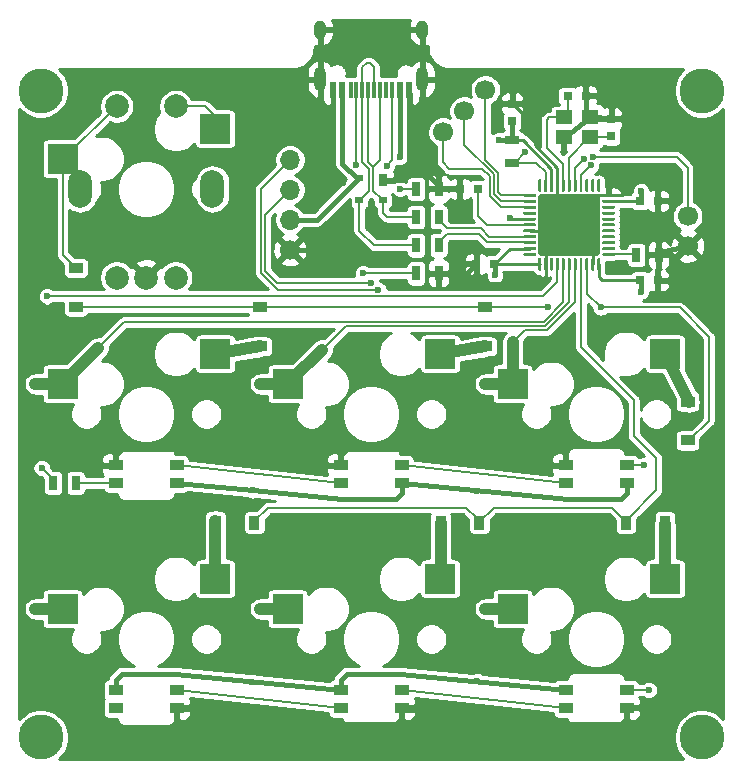
<source format=gbr>
G04 #@! TF.GenerationSoftware,KiCad,Pcbnew,(5.1.10)-1*
G04 #@! TF.CreationDate,2022-02-10T23:06:31+07:00*
G04 #@! TF.ProjectId,Satxri6key,53617478-7269-4366-9b65-792e6b696361,rev?*
G04 #@! TF.SameCoordinates,Original*
G04 #@! TF.FileFunction,Copper,L2,Bot*
G04 #@! TF.FilePolarity,Positive*
%FSLAX45Y45*%
G04 Gerber Fmt 4.5, Leading zero omitted, Abs format (unit mm)*
G04 Created by KiCad (PCBNEW (5.1.10)-1) date 2022-02-10 23:06:31*
%MOMM*%
%LPD*%
G01*
G04 APERTURE LIST*
G04 #@! TA.AperFunction,ComponentPad*
%ADD10C,2.000000*%
G04 #@! TD*
G04 #@! TA.AperFunction,ComponentPad*
%ADD11O,2.000000X3.200000*%
G04 #@! TD*
G04 #@! TA.AperFunction,SMDPad,CuDef*
%ADD12R,2.550000X2.500000*%
G04 #@! TD*
G04 #@! TA.AperFunction,SMDPad,CuDef*
%ADD13R,1.200000X0.900000*%
G04 #@! TD*
G04 #@! TA.AperFunction,ComponentPad*
%ADD14C,1.700000*%
G04 #@! TD*
G04 #@! TA.AperFunction,ComponentPad*
%ADD15O,1.700000X1.700000*%
G04 #@! TD*
G04 #@! TA.AperFunction,ComponentPad*
%ADD16C,3.800000*%
G04 #@! TD*
G04 #@! TA.AperFunction,SMDPad,CuDef*
%ADD17R,0.700000X1.300000*%
G04 #@! TD*
G04 #@! TA.AperFunction,SMDPad,CuDef*
%ADD18R,1.190000X0.900000*%
G04 #@! TD*
G04 #@! TA.AperFunction,SMDPad,CuDef*
%ADD19R,1.400000X1.200000*%
G04 #@! TD*
G04 #@! TA.AperFunction,ComponentPad*
%ADD20O,1.000000X1.600000*%
G04 #@! TD*
G04 #@! TA.AperFunction,ComponentPad*
%ADD21O,1.000000X2.100000*%
G04 #@! TD*
G04 #@! TA.AperFunction,SMDPad,CuDef*
%ADD22R,0.300000X1.450000*%
G04 #@! TD*
G04 #@! TA.AperFunction,SMDPad,CuDef*
%ADD23R,0.600000X1.450000*%
G04 #@! TD*
G04 #@! TA.AperFunction,ComponentPad*
%ADD24C,0.500000*%
G04 #@! TD*
G04 #@! TA.AperFunction,SMDPad,CuDef*
%ADD25R,0.700000X1.000000*%
G04 #@! TD*
G04 #@! TA.AperFunction,SMDPad,CuDef*
%ADD26R,0.700000X0.600000*%
G04 #@! TD*
G04 #@! TA.AperFunction,SMDPad,CuDef*
%ADD27R,1.300000X0.700000*%
G04 #@! TD*
G04 #@! TA.AperFunction,SMDPad,CuDef*
%ADD28R,0.900000X1.200000*%
G04 #@! TD*
G04 #@! TA.AperFunction,SMDPad,CuDef*
%ADD29R,0.750000X0.800000*%
G04 #@! TD*
G04 #@! TA.AperFunction,SMDPad,CuDef*
%ADD30R,0.800000X0.750000*%
G04 #@! TD*
G04 #@! TA.AperFunction,ViaPad*
%ADD31C,0.600000*%
G04 #@! TD*
G04 #@! TA.AperFunction,Conductor*
%ADD32C,0.400000*%
G04 #@! TD*
G04 #@! TA.AperFunction,Conductor*
%ADD33C,0.250000*%
G04 #@! TD*
G04 #@! TA.AperFunction,Conductor*
%ADD34C,0.200000*%
G04 #@! TD*
G04 #@! TA.AperFunction,Conductor*
%ADD35C,1.000000*%
G04 #@! TD*
G04 #@! TA.AperFunction,Conductor*
%ADD36C,0.254000*%
G04 #@! TD*
G04 #@! TA.AperFunction,Conductor*
%ADD37C,0.100000*%
G04 #@! TD*
G04 APERTURE END LIST*
D10*
X24515104Y-10275040D03*
X24765104Y-10275040D03*
X25015104Y-10275040D03*
D11*
X24205104Y-9525040D03*
X25325104Y-9525040D03*
D10*
X24515104Y-8825040D03*
X25015104Y-8825040D03*
D12*
X25349304Y-9017040D03*
X24056604Y-9271040D03*
D13*
X24169789Y-10523481D03*
X24169789Y-10193481D03*
D14*
X25982625Y-10039625D03*
D15*
X25982625Y-9277625D03*
X25982625Y-9785625D03*
X25982625Y-9531625D03*
D14*
X27457400Y-8864600D03*
X27277795Y-9044205D03*
X27637005Y-8684995D03*
D16*
X23872051Y-8691570D03*
X29467993Y-14168449D03*
X29467993Y-8691570D03*
X23872051Y-14168449D03*
D14*
X29349029Y-10009229D03*
X29349029Y-9755229D03*
D17*
X24167850Y-12014200D03*
X23977850Y-12014200D03*
D18*
X24505500Y-13768000D03*
X25024500Y-13918000D03*
X25024500Y-13768000D03*
X24505500Y-13918000D03*
X26410500Y-13768000D03*
X26929500Y-13918000D03*
X26929500Y-13768000D03*
X26410500Y-13918000D03*
X28315500Y-13918000D03*
X28834500Y-13768000D03*
X28834500Y-13918000D03*
X28315500Y-13768000D03*
D12*
X29159200Y-12827000D03*
X27866500Y-13081000D03*
X29159200Y-10922000D03*
X27866500Y-11176000D03*
X25961500Y-13081000D03*
X27254200Y-12827000D03*
X25961500Y-11176000D03*
X27254200Y-10922000D03*
X24056500Y-13081000D03*
X25349200Y-12827000D03*
X24056500Y-11176000D03*
X25349200Y-10922000D03*
D19*
X28519900Y-8919300D03*
X28299900Y-8919300D03*
X28299900Y-9089300D03*
X28519900Y-9089300D03*
D20*
X27102112Y-8177689D03*
X26238112Y-8177689D03*
D21*
X27102112Y-8595690D03*
X26238112Y-8595690D03*
D22*
X26645112Y-8687190D03*
X26695112Y-8687190D03*
X26745112Y-8687190D03*
X26595112Y-8687190D03*
X26795112Y-8687190D03*
X26545112Y-8687190D03*
X26845112Y-8687190D03*
X26495112Y-8687190D03*
D23*
X26425112Y-8687190D03*
X26915112Y-8687190D03*
X26347612Y-8687190D03*
X26992612Y-8687190D03*
G04 #@! TA.AperFunction,SMDPad,CuDef*
G36*
G01*
X28086400Y-10064800D02*
X28086400Y-9594800D01*
G75*
G02*
X28111400Y-9569800I25000J0D01*
G01*
X28581400Y-9569800D01*
G75*
G02*
X28606400Y-9594800I0J-25000D01*
G01*
X28606400Y-10064800D01*
G75*
G02*
X28581400Y-10089800I-25000J0D01*
G01*
X28111400Y-10089800D01*
G75*
G02*
X28086400Y-10064800I0J25000D01*
G01*
G37*
G04 #@! TD.AperFunction*
D24*
X28111400Y-10064800D03*
X28228900Y-10064800D03*
X28346400Y-10064800D03*
X28463900Y-10064800D03*
X28581400Y-10064800D03*
X28111400Y-9947300D03*
X28228900Y-9947300D03*
X28346400Y-9947300D03*
X28463900Y-9947300D03*
X28581400Y-9947300D03*
X28111400Y-9829800D03*
X28228900Y-9829800D03*
X28346400Y-9829800D03*
X28463900Y-9829800D03*
X28581400Y-9829800D03*
X28111400Y-9712300D03*
X28228900Y-9712300D03*
X28346400Y-9712300D03*
X28463900Y-9712300D03*
X28581400Y-9712300D03*
X28111400Y-9594800D03*
X28228900Y-9594800D03*
X28346400Y-9594800D03*
X28463900Y-9594800D03*
X28581400Y-9594800D03*
G04 #@! TA.AperFunction,SMDPad,CuDef*
G36*
G01*
X27958900Y-10086050D02*
X27958900Y-10073550D01*
G75*
G02*
X27965150Y-10067300I6250J0D01*
G01*
X28060150Y-10067300D01*
G75*
G02*
X28066400Y-10073550I0J-6250D01*
G01*
X28066400Y-10086050D01*
G75*
G02*
X28060150Y-10092300I-6250J0D01*
G01*
X27965150Y-10092300D01*
G75*
G02*
X27958900Y-10086050I0J6250D01*
G01*
G37*
G04 #@! TD.AperFunction*
G04 #@! TA.AperFunction,SMDPad,CuDef*
G36*
G01*
X27958900Y-10036050D02*
X27958900Y-10023550D01*
G75*
G02*
X27965150Y-10017300I6250J0D01*
G01*
X28060150Y-10017300D01*
G75*
G02*
X28066400Y-10023550I0J-6250D01*
G01*
X28066400Y-10036050D01*
G75*
G02*
X28060150Y-10042300I-6250J0D01*
G01*
X27965150Y-10042300D01*
G75*
G02*
X27958900Y-10036050I0J6250D01*
G01*
G37*
G04 #@! TD.AperFunction*
G04 #@! TA.AperFunction,SMDPad,CuDef*
G36*
G01*
X27958900Y-9986050D02*
X27958900Y-9973550D01*
G75*
G02*
X27965150Y-9967300I6250J0D01*
G01*
X28060150Y-9967300D01*
G75*
G02*
X28066400Y-9973550I0J-6250D01*
G01*
X28066400Y-9986050D01*
G75*
G02*
X28060150Y-9992300I-6250J0D01*
G01*
X27965150Y-9992300D01*
G75*
G02*
X27958900Y-9986050I0J6250D01*
G01*
G37*
G04 #@! TD.AperFunction*
G04 #@! TA.AperFunction,SMDPad,CuDef*
G36*
G01*
X27958900Y-9936050D02*
X27958900Y-9923550D01*
G75*
G02*
X27965150Y-9917300I6250J0D01*
G01*
X28060150Y-9917300D01*
G75*
G02*
X28066400Y-9923550I0J-6250D01*
G01*
X28066400Y-9936050D01*
G75*
G02*
X28060150Y-9942300I-6250J0D01*
G01*
X27965150Y-9942300D01*
G75*
G02*
X27958900Y-9936050I0J6250D01*
G01*
G37*
G04 #@! TD.AperFunction*
G04 #@! TA.AperFunction,SMDPad,CuDef*
G36*
G01*
X27958900Y-9886050D02*
X27958900Y-9873550D01*
G75*
G02*
X27965150Y-9867300I6250J0D01*
G01*
X28060150Y-9867300D01*
G75*
G02*
X28066400Y-9873550I0J-6250D01*
G01*
X28066400Y-9886050D01*
G75*
G02*
X28060150Y-9892300I-6250J0D01*
G01*
X27965150Y-9892300D01*
G75*
G02*
X27958900Y-9886050I0J6250D01*
G01*
G37*
G04 #@! TD.AperFunction*
G04 #@! TA.AperFunction,SMDPad,CuDef*
G36*
G01*
X27958900Y-9836050D02*
X27958900Y-9823550D01*
G75*
G02*
X27965150Y-9817300I6250J0D01*
G01*
X28060150Y-9817300D01*
G75*
G02*
X28066400Y-9823550I0J-6250D01*
G01*
X28066400Y-9836050D01*
G75*
G02*
X28060150Y-9842300I-6250J0D01*
G01*
X27965150Y-9842300D01*
G75*
G02*
X27958900Y-9836050I0J6250D01*
G01*
G37*
G04 #@! TD.AperFunction*
G04 #@! TA.AperFunction,SMDPad,CuDef*
G36*
G01*
X27958900Y-9786050D02*
X27958900Y-9773550D01*
G75*
G02*
X27965150Y-9767300I6250J0D01*
G01*
X28060150Y-9767300D01*
G75*
G02*
X28066400Y-9773550I0J-6250D01*
G01*
X28066400Y-9786050D01*
G75*
G02*
X28060150Y-9792300I-6250J0D01*
G01*
X27965150Y-9792300D01*
G75*
G02*
X27958900Y-9786050I0J6250D01*
G01*
G37*
G04 #@! TD.AperFunction*
G04 #@! TA.AperFunction,SMDPad,CuDef*
G36*
G01*
X27958900Y-9736050D02*
X27958900Y-9723550D01*
G75*
G02*
X27965150Y-9717300I6250J0D01*
G01*
X28060150Y-9717300D01*
G75*
G02*
X28066400Y-9723550I0J-6250D01*
G01*
X28066400Y-9736050D01*
G75*
G02*
X28060150Y-9742300I-6250J0D01*
G01*
X27965150Y-9742300D01*
G75*
G02*
X27958900Y-9736050I0J6250D01*
G01*
G37*
G04 #@! TD.AperFunction*
G04 #@! TA.AperFunction,SMDPad,CuDef*
G36*
G01*
X27958900Y-9686050D02*
X27958900Y-9673550D01*
G75*
G02*
X27965150Y-9667300I6250J0D01*
G01*
X28060150Y-9667300D01*
G75*
G02*
X28066400Y-9673550I0J-6250D01*
G01*
X28066400Y-9686050D01*
G75*
G02*
X28060150Y-9692300I-6250J0D01*
G01*
X27965150Y-9692300D01*
G75*
G02*
X27958900Y-9686050I0J6250D01*
G01*
G37*
G04 #@! TD.AperFunction*
G04 #@! TA.AperFunction,SMDPad,CuDef*
G36*
G01*
X27958900Y-9636050D02*
X27958900Y-9623550D01*
G75*
G02*
X27965150Y-9617300I6250J0D01*
G01*
X28060150Y-9617300D01*
G75*
G02*
X28066400Y-9623550I0J-6250D01*
G01*
X28066400Y-9636050D01*
G75*
G02*
X28060150Y-9642300I-6250J0D01*
G01*
X27965150Y-9642300D01*
G75*
G02*
X27958900Y-9636050I0J6250D01*
G01*
G37*
G04 #@! TD.AperFunction*
G04 #@! TA.AperFunction,SMDPad,CuDef*
G36*
G01*
X27958900Y-9586050D02*
X27958900Y-9573550D01*
G75*
G02*
X27965150Y-9567300I6250J0D01*
G01*
X28060150Y-9567300D01*
G75*
G02*
X28066400Y-9573550I0J-6250D01*
G01*
X28066400Y-9586050D01*
G75*
G02*
X28060150Y-9592300I-6250J0D01*
G01*
X27965150Y-9592300D01*
G75*
G02*
X27958900Y-9586050I0J6250D01*
G01*
G37*
G04 #@! TD.AperFunction*
G04 #@! TA.AperFunction,SMDPad,CuDef*
G36*
G01*
X28083900Y-9543550D02*
X28083900Y-9448550D01*
G75*
G02*
X28090150Y-9442300I6250J0D01*
G01*
X28102650Y-9442300D01*
G75*
G02*
X28108900Y-9448550I0J-6250D01*
G01*
X28108900Y-9543550D01*
G75*
G02*
X28102650Y-9549800I-6250J0D01*
G01*
X28090150Y-9549800D01*
G75*
G02*
X28083900Y-9543550I0J6250D01*
G01*
G37*
G04 #@! TD.AperFunction*
G04 #@! TA.AperFunction,SMDPad,CuDef*
G36*
G01*
X28133900Y-9543550D02*
X28133900Y-9448550D01*
G75*
G02*
X28140150Y-9442300I6250J0D01*
G01*
X28152650Y-9442300D01*
G75*
G02*
X28158900Y-9448550I0J-6250D01*
G01*
X28158900Y-9543550D01*
G75*
G02*
X28152650Y-9549800I-6250J0D01*
G01*
X28140150Y-9549800D01*
G75*
G02*
X28133900Y-9543550I0J6250D01*
G01*
G37*
G04 #@! TD.AperFunction*
G04 #@! TA.AperFunction,SMDPad,CuDef*
G36*
G01*
X28183900Y-9543550D02*
X28183900Y-9448550D01*
G75*
G02*
X28190150Y-9442300I6250J0D01*
G01*
X28202650Y-9442300D01*
G75*
G02*
X28208900Y-9448550I0J-6250D01*
G01*
X28208900Y-9543550D01*
G75*
G02*
X28202650Y-9549800I-6250J0D01*
G01*
X28190150Y-9549800D01*
G75*
G02*
X28183900Y-9543550I0J6250D01*
G01*
G37*
G04 #@! TD.AperFunction*
G04 #@! TA.AperFunction,SMDPad,CuDef*
G36*
G01*
X28233900Y-9543550D02*
X28233900Y-9448550D01*
G75*
G02*
X28240150Y-9442300I6250J0D01*
G01*
X28252650Y-9442300D01*
G75*
G02*
X28258900Y-9448550I0J-6250D01*
G01*
X28258900Y-9543550D01*
G75*
G02*
X28252650Y-9549800I-6250J0D01*
G01*
X28240150Y-9549800D01*
G75*
G02*
X28233900Y-9543550I0J6250D01*
G01*
G37*
G04 #@! TD.AperFunction*
G04 #@! TA.AperFunction,SMDPad,CuDef*
G36*
G01*
X28283900Y-9543550D02*
X28283900Y-9448550D01*
G75*
G02*
X28290150Y-9442300I6250J0D01*
G01*
X28302650Y-9442300D01*
G75*
G02*
X28308900Y-9448550I0J-6250D01*
G01*
X28308900Y-9543550D01*
G75*
G02*
X28302650Y-9549800I-6250J0D01*
G01*
X28290150Y-9549800D01*
G75*
G02*
X28283900Y-9543550I0J6250D01*
G01*
G37*
G04 #@! TD.AperFunction*
G04 #@! TA.AperFunction,SMDPad,CuDef*
G36*
G01*
X28333900Y-9543550D02*
X28333900Y-9448550D01*
G75*
G02*
X28340150Y-9442300I6250J0D01*
G01*
X28352650Y-9442300D01*
G75*
G02*
X28358900Y-9448550I0J-6250D01*
G01*
X28358900Y-9543550D01*
G75*
G02*
X28352650Y-9549800I-6250J0D01*
G01*
X28340150Y-9549800D01*
G75*
G02*
X28333900Y-9543550I0J6250D01*
G01*
G37*
G04 #@! TD.AperFunction*
G04 #@! TA.AperFunction,SMDPad,CuDef*
G36*
G01*
X28383900Y-9543550D02*
X28383900Y-9448550D01*
G75*
G02*
X28390150Y-9442300I6250J0D01*
G01*
X28402650Y-9442300D01*
G75*
G02*
X28408900Y-9448550I0J-6250D01*
G01*
X28408900Y-9543550D01*
G75*
G02*
X28402650Y-9549800I-6250J0D01*
G01*
X28390150Y-9549800D01*
G75*
G02*
X28383900Y-9543550I0J6250D01*
G01*
G37*
G04 #@! TD.AperFunction*
G04 #@! TA.AperFunction,SMDPad,CuDef*
G36*
G01*
X28433900Y-9543550D02*
X28433900Y-9448550D01*
G75*
G02*
X28440150Y-9442300I6250J0D01*
G01*
X28452650Y-9442300D01*
G75*
G02*
X28458900Y-9448550I0J-6250D01*
G01*
X28458900Y-9543550D01*
G75*
G02*
X28452650Y-9549800I-6250J0D01*
G01*
X28440150Y-9549800D01*
G75*
G02*
X28433900Y-9543550I0J6250D01*
G01*
G37*
G04 #@! TD.AperFunction*
G04 #@! TA.AperFunction,SMDPad,CuDef*
G36*
G01*
X28483900Y-9543550D02*
X28483900Y-9448550D01*
G75*
G02*
X28490150Y-9442300I6250J0D01*
G01*
X28502650Y-9442300D01*
G75*
G02*
X28508900Y-9448550I0J-6250D01*
G01*
X28508900Y-9543550D01*
G75*
G02*
X28502650Y-9549800I-6250J0D01*
G01*
X28490150Y-9549800D01*
G75*
G02*
X28483900Y-9543550I0J6250D01*
G01*
G37*
G04 #@! TD.AperFunction*
G04 #@! TA.AperFunction,SMDPad,CuDef*
G36*
G01*
X28533900Y-9543550D02*
X28533900Y-9448550D01*
G75*
G02*
X28540150Y-9442300I6250J0D01*
G01*
X28552650Y-9442300D01*
G75*
G02*
X28558900Y-9448550I0J-6250D01*
G01*
X28558900Y-9543550D01*
G75*
G02*
X28552650Y-9549800I-6250J0D01*
G01*
X28540150Y-9549800D01*
G75*
G02*
X28533900Y-9543550I0J6250D01*
G01*
G37*
G04 #@! TD.AperFunction*
G04 #@! TA.AperFunction,SMDPad,CuDef*
G36*
G01*
X28583900Y-9543550D02*
X28583900Y-9448550D01*
G75*
G02*
X28590150Y-9442300I6250J0D01*
G01*
X28602650Y-9442300D01*
G75*
G02*
X28608900Y-9448550I0J-6250D01*
G01*
X28608900Y-9543550D01*
G75*
G02*
X28602650Y-9549800I-6250J0D01*
G01*
X28590150Y-9549800D01*
G75*
G02*
X28583900Y-9543550I0J6250D01*
G01*
G37*
G04 #@! TD.AperFunction*
G04 #@! TA.AperFunction,SMDPad,CuDef*
G36*
G01*
X28626400Y-9586050D02*
X28626400Y-9573550D01*
G75*
G02*
X28632650Y-9567300I6250J0D01*
G01*
X28727650Y-9567300D01*
G75*
G02*
X28733900Y-9573550I0J-6250D01*
G01*
X28733900Y-9586050D01*
G75*
G02*
X28727650Y-9592300I-6250J0D01*
G01*
X28632650Y-9592300D01*
G75*
G02*
X28626400Y-9586050I0J6250D01*
G01*
G37*
G04 #@! TD.AperFunction*
G04 #@! TA.AperFunction,SMDPad,CuDef*
G36*
G01*
X28626400Y-9636050D02*
X28626400Y-9623550D01*
G75*
G02*
X28632650Y-9617300I6250J0D01*
G01*
X28727650Y-9617300D01*
G75*
G02*
X28733900Y-9623550I0J-6250D01*
G01*
X28733900Y-9636050D01*
G75*
G02*
X28727650Y-9642300I-6250J0D01*
G01*
X28632650Y-9642300D01*
G75*
G02*
X28626400Y-9636050I0J6250D01*
G01*
G37*
G04 #@! TD.AperFunction*
G04 #@! TA.AperFunction,SMDPad,CuDef*
G36*
G01*
X28626400Y-9686050D02*
X28626400Y-9673550D01*
G75*
G02*
X28632650Y-9667300I6250J0D01*
G01*
X28727650Y-9667300D01*
G75*
G02*
X28733900Y-9673550I0J-6250D01*
G01*
X28733900Y-9686050D01*
G75*
G02*
X28727650Y-9692300I-6250J0D01*
G01*
X28632650Y-9692300D01*
G75*
G02*
X28626400Y-9686050I0J6250D01*
G01*
G37*
G04 #@! TD.AperFunction*
G04 #@! TA.AperFunction,SMDPad,CuDef*
G36*
G01*
X28626400Y-9736050D02*
X28626400Y-9723550D01*
G75*
G02*
X28632650Y-9717300I6250J0D01*
G01*
X28727650Y-9717300D01*
G75*
G02*
X28733900Y-9723550I0J-6250D01*
G01*
X28733900Y-9736050D01*
G75*
G02*
X28727650Y-9742300I-6250J0D01*
G01*
X28632650Y-9742300D01*
G75*
G02*
X28626400Y-9736050I0J6250D01*
G01*
G37*
G04 #@! TD.AperFunction*
G04 #@! TA.AperFunction,SMDPad,CuDef*
G36*
G01*
X28626400Y-9786050D02*
X28626400Y-9773550D01*
G75*
G02*
X28632650Y-9767300I6250J0D01*
G01*
X28727650Y-9767300D01*
G75*
G02*
X28733900Y-9773550I0J-6250D01*
G01*
X28733900Y-9786050D01*
G75*
G02*
X28727650Y-9792300I-6250J0D01*
G01*
X28632650Y-9792300D01*
G75*
G02*
X28626400Y-9786050I0J6250D01*
G01*
G37*
G04 #@! TD.AperFunction*
G04 #@! TA.AperFunction,SMDPad,CuDef*
G36*
G01*
X28626400Y-9836050D02*
X28626400Y-9823550D01*
G75*
G02*
X28632650Y-9817300I6250J0D01*
G01*
X28727650Y-9817300D01*
G75*
G02*
X28733900Y-9823550I0J-6250D01*
G01*
X28733900Y-9836050D01*
G75*
G02*
X28727650Y-9842300I-6250J0D01*
G01*
X28632650Y-9842300D01*
G75*
G02*
X28626400Y-9836050I0J6250D01*
G01*
G37*
G04 #@! TD.AperFunction*
G04 #@! TA.AperFunction,SMDPad,CuDef*
G36*
G01*
X28626400Y-9886050D02*
X28626400Y-9873550D01*
G75*
G02*
X28632650Y-9867300I6250J0D01*
G01*
X28727650Y-9867300D01*
G75*
G02*
X28733900Y-9873550I0J-6250D01*
G01*
X28733900Y-9886050D01*
G75*
G02*
X28727650Y-9892300I-6250J0D01*
G01*
X28632650Y-9892300D01*
G75*
G02*
X28626400Y-9886050I0J6250D01*
G01*
G37*
G04 #@! TD.AperFunction*
G04 #@! TA.AperFunction,SMDPad,CuDef*
G36*
G01*
X28626400Y-9936050D02*
X28626400Y-9923550D01*
G75*
G02*
X28632650Y-9917300I6250J0D01*
G01*
X28727650Y-9917300D01*
G75*
G02*
X28733900Y-9923550I0J-6250D01*
G01*
X28733900Y-9936050D01*
G75*
G02*
X28727650Y-9942300I-6250J0D01*
G01*
X28632650Y-9942300D01*
G75*
G02*
X28626400Y-9936050I0J6250D01*
G01*
G37*
G04 #@! TD.AperFunction*
G04 #@! TA.AperFunction,SMDPad,CuDef*
G36*
G01*
X28626400Y-9986050D02*
X28626400Y-9973550D01*
G75*
G02*
X28632650Y-9967300I6250J0D01*
G01*
X28727650Y-9967300D01*
G75*
G02*
X28733900Y-9973550I0J-6250D01*
G01*
X28733900Y-9986050D01*
G75*
G02*
X28727650Y-9992300I-6250J0D01*
G01*
X28632650Y-9992300D01*
G75*
G02*
X28626400Y-9986050I0J6250D01*
G01*
G37*
G04 #@! TD.AperFunction*
G04 #@! TA.AperFunction,SMDPad,CuDef*
G36*
G01*
X28626400Y-10036050D02*
X28626400Y-10023550D01*
G75*
G02*
X28632650Y-10017300I6250J0D01*
G01*
X28727650Y-10017300D01*
G75*
G02*
X28733900Y-10023550I0J-6250D01*
G01*
X28733900Y-10036050D01*
G75*
G02*
X28727650Y-10042300I-6250J0D01*
G01*
X28632650Y-10042300D01*
G75*
G02*
X28626400Y-10036050I0J6250D01*
G01*
G37*
G04 #@! TD.AperFunction*
G04 #@! TA.AperFunction,SMDPad,CuDef*
G36*
G01*
X28626400Y-10086050D02*
X28626400Y-10073550D01*
G75*
G02*
X28632650Y-10067300I6250J0D01*
G01*
X28727650Y-10067300D01*
G75*
G02*
X28733900Y-10073550I0J-6250D01*
G01*
X28733900Y-10086050D01*
G75*
G02*
X28727650Y-10092300I-6250J0D01*
G01*
X28632650Y-10092300D01*
G75*
G02*
X28626400Y-10086050I0J6250D01*
G01*
G37*
G04 #@! TD.AperFunction*
G04 #@! TA.AperFunction,SMDPad,CuDef*
G36*
G01*
X28583900Y-10211050D02*
X28583900Y-10116050D01*
G75*
G02*
X28590150Y-10109800I6250J0D01*
G01*
X28602650Y-10109800D01*
G75*
G02*
X28608900Y-10116050I0J-6250D01*
G01*
X28608900Y-10211050D01*
G75*
G02*
X28602650Y-10217300I-6250J0D01*
G01*
X28590150Y-10217300D01*
G75*
G02*
X28583900Y-10211050I0J6250D01*
G01*
G37*
G04 #@! TD.AperFunction*
G04 #@! TA.AperFunction,SMDPad,CuDef*
G36*
G01*
X28533900Y-10211050D02*
X28533900Y-10116050D01*
G75*
G02*
X28540150Y-10109800I6250J0D01*
G01*
X28552650Y-10109800D01*
G75*
G02*
X28558900Y-10116050I0J-6250D01*
G01*
X28558900Y-10211050D01*
G75*
G02*
X28552650Y-10217300I-6250J0D01*
G01*
X28540150Y-10217300D01*
G75*
G02*
X28533900Y-10211050I0J6250D01*
G01*
G37*
G04 #@! TD.AperFunction*
G04 #@! TA.AperFunction,SMDPad,CuDef*
G36*
G01*
X28483900Y-10211050D02*
X28483900Y-10116050D01*
G75*
G02*
X28490150Y-10109800I6250J0D01*
G01*
X28502650Y-10109800D01*
G75*
G02*
X28508900Y-10116050I0J-6250D01*
G01*
X28508900Y-10211050D01*
G75*
G02*
X28502650Y-10217300I-6250J0D01*
G01*
X28490150Y-10217300D01*
G75*
G02*
X28483900Y-10211050I0J6250D01*
G01*
G37*
G04 #@! TD.AperFunction*
G04 #@! TA.AperFunction,SMDPad,CuDef*
G36*
G01*
X28433900Y-10211050D02*
X28433900Y-10116050D01*
G75*
G02*
X28440150Y-10109800I6250J0D01*
G01*
X28452650Y-10109800D01*
G75*
G02*
X28458900Y-10116050I0J-6250D01*
G01*
X28458900Y-10211050D01*
G75*
G02*
X28452650Y-10217300I-6250J0D01*
G01*
X28440150Y-10217300D01*
G75*
G02*
X28433900Y-10211050I0J6250D01*
G01*
G37*
G04 #@! TD.AperFunction*
G04 #@! TA.AperFunction,SMDPad,CuDef*
G36*
G01*
X28383900Y-10211050D02*
X28383900Y-10116050D01*
G75*
G02*
X28390150Y-10109800I6250J0D01*
G01*
X28402650Y-10109800D01*
G75*
G02*
X28408900Y-10116050I0J-6250D01*
G01*
X28408900Y-10211050D01*
G75*
G02*
X28402650Y-10217300I-6250J0D01*
G01*
X28390150Y-10217300D01*
G75*
G02*
X28383900Y-10211050I0J6250D01*
G01*
G37*
G04 #@! TD.AperFunction*
G04 #@! TA.AperFunction,SMDPad,CuDef*
G36*
G01*
X28333900Y-10211050D02*
X28333900Y-10116050D01*
G75*
G02*
X28340150Y-10109800I6250J0D01*
G01*
X28352650Y-10109800D01*
G75*
G02*
X28358900Y-10116050I0J-6250D01*
G01*
X28358900Y-10211050D01*
G75*
G02*
X28352650Y-10217300I-6250J0D01*
G01*
X28340150Y-10217300D01*
G75*
G02*
X28333900Y-10211050I0J6250D01*
G01*
G37*
G04 #@! TD.AperFunction*
G04 #@! TA.AperFunction,SMDPad,CuDef*
G36*
G01*
X28283900Y-10211050D02*
X28283900Y-10116050D01*
G75*
G02*
X28290150Y-10109800I6250J0D01*
G01*
X28302650Y-10109800D01*
G75*
G02*
X28308900Y-10116050I0J-6250D01*
G01*
X28308900Y-10211050D01*
G75*
G02*
X28302650Y-10217300I-6250J0D01*
G01*
X28290150Y-10217300D01*
G75*
G02*
X28283900Y-10211050I0J6250D01*
G01*
G37*
G04 #@! TD.AperFunction*
G04 #@! TA.AperFunction,SMDPad,CuDef*
G36*
G01*
X28233900Y-10211050D02*
X28233900Y-10116050D01*
G75*
G02*
X28240150Y-10109800I6250J0D01*
G01*
X28252650Y-10109800D01*
G75*
G02*
X28258900Y-10116050I0J-6250D01*
G01*
X28258900Y-10211050D01*
G75*
G02*
X28252650Y-10217300I-6250J0D01*
G01*
X28240150Y-10217300D01*
G75*
G02*
X28233900Y-10211050I0J6250D01*
G01*
G37*
G04 #@! TD.AperFunction*
G04 #@! TA.AperFunction,SMDPad,CuDef*
G36*
G01*
X28183900Y-10211050D02*
X28183900Y-10116050D01*
G75*
G02*
X28190150Y-10109800I6250J0D01*
G01*
X28202650Y-10109800D01*
G75*
G02*
X28208900Y-10116050I0J-6250D01*
G01*
X28208900Y-10211050D01*
G75*
G02*
X28202650Y-10217300I-6250J0D01*
G01*
X28190150Y-10217300D01*
G75*
G02*
X28183900Y-10211050I0J6250D01*
G01*
G37*
G04 #@! TD.AperFunction*
G04 #@! TA.AperFunction,SMDPad,CuDef*
G36*
G01*
X28133900Y-10211050D02*
X28133900Y-10116050D01*
G75*
G02*
X28140150Y-10109800I6250J0D01*
G01*
X28152650Y-10109800D01*
G75*
G02*
X28158900Y-10116050I0J-6250D01*
G01*
X28158900Y-10211050D01*
G75*
G02*
X28152650Y-10217300I-6250J0D01*
G01*
X28140150Y-10217300D01*
G75*
G02*
X28133900Y-10211050I0J6250D01*
G01*
G37*
G04 #@! TD.AperFunction*
G04 #@! TA.AperFunction,SMDPad,CuDef*
G36*
G01*
X28083900Y-10211050D02*
X28083900Y-10116050D01*
G75*
G02*
X28090150Y-10109800I6250J0D01*
G01*
X28102650Y-10109800D01*
G75*
G02*
X28108900Y-10116050I0J-6250D01*
G01*
X28108900Y-10211050D01*
G75*
G02*
X28102650Y-10217300I-6250J0D01*
G01*
X28090150Y-10217300D01*
G75*
G02*
X28083900Y-10211050I0J6250D01*
G01*
G37*
G04 #@! TD.AperFunction*
D25*
X26770000Y-9450000D03*
D26*
X26570000Y-9430000D03*
X26770000Y-9620000D03*
X26570000Y-9620000D03*
D18*
X28315500Y-11863000D03*
X28834500Y-12013000D03*
X28834500Y-11863000D03*
X28315500Y-12013000D03*
X26410500Y-11863000D03*
X26929500Y-12013000D03*
X26929500Y-11863000D03*
X26410500Y-12013000D03*
X24505500Y-11863000D03*
X25024500Y-12013000D03*
X25024500Y-11863000D03*
X24505500Y-12013000D03*
D17*
X29105000Y-10083800D03*
X28915000Y-10083800D03*
D27*
X27863800Y-9112500D03*
X27863800Y-9302500D03*
D17*
X27051250Y-10001250D03*
X27241250Y-10001250D03*
X27241250Y-9763125D03*
X27051250Y-9763125D03*
X27241250Y-9525000D03*
X27051250Y-9525000D03*
X27241250Y-10239375D03*
X27051250Y-10239375D03*
D28*
X28826840Y-12349480D03*
X29156840Y-12349480D03*
D13*
X29349029Y-11654579D03*
X29349029Y-11324579D03*
D28*
X27586840Y-12349480D03*
X27256840Y-12349480D03*
D13*
X27635200Y-10528400D03*
X27635200Y-10858400D03*
D28*
X25681840Y-12349480D03*
X25351840Y-12349480D03*
D13*
X25730200Y-10528400D03*
X25730200Y-10858400D03*
D29*
X27863800Y-8952300D03*
X27863800Y-8802300D03*
D30*
X27420500Y-9525000D03*
X27570500Y-9525000D03*
X28947700Y-10299700D03*
X29097700Y-10299700D03*
X28947700Y-9626600D03*
X29097700Y-9626600D03*
X28334900Y-8737600D03*
X28484900Y-8737600D03*
D29*
X28702000Y-8929300D03*
X28702000Y-9079300D03*
D30*
X27710200Y-10160000D03*
X27560200Y-10160000D03*
D31*
X25664960Y-13698690D03*
X25667269Y-12077131D03*
X27569960Y-13692340D03*
X27569960Y-12079440D03*
X26914520Y-9255080D03*
X27752040Y-9108440D03*
X28956000Y-10393680D03*
X28956000Y-9545320D03*
X27716480Y-10256520D03*
X27843480Y-9774560D03*
X27700440Y-13996200D03*
X27700440Y-11801640D03*
X25795440Y-11804180D03*
X25795440Y-13991120D03*
X26992500Y-9385380D03*
X26620745Y-10039625D03*
X26428288Y-9476328D03*
X29095700Y-10458920D03*
X26545000Y-9323800D03*
X26600785Y-10239375D03*
X26802080Y-9326880D03*
X26913840Y-9525000D03*
X27971750Y-9215760D03*
X28547231Y-9253086D03*
X28982600Y-11863000D03*
X29020700Y-13768000D03*
X28168600Y-10528300D03*
X28613100Y-10528300D03*
X23825200Y-11176000D03*
X23825200Y-13081000D03*
X25730200Y-11176000D03*
X25730200Y-13081000D03*
X27635200Y-11176000D03*
X27635200Y-13081000D03*
X26670000Y-10323200D03*
X28473400Y-9271000D03*
X26731103Y-10378440D03*
X28529635Y-9326240D03*
X23880440Y-11887200D03*
X23926170Y-10433680D03*
D32*
X26425541Y-12150741D02*
X25667269Y-12077131D01*
X26929500Y-12013000D02*
X26929500Y-12098945D01*
X26877704Y-12150741D02*
X26425541Y-12150741D01*
X26929500Y-12098945D02*
X26877704Y-12150741D01*
X25009459Y-13630259D02*
X26416000Y-13766800D01*
X24557296Y-13630259D02*
X25009459Y-13630259D01*
X24505500Y-13768000D02*
X24505500Y-13682055D01*
X24505500Y-13682055D02*
X24557296Y-13630259D01*
X26914459Y-13630259D02*
X28321000Y-13766800D01*
X26462296Y-13630259D02*
X26914459Y-13630259D01*
X26410500Y-13768000D02*
X26410500Y-13682055D01*
X26410500Y-13682055D02*
X26462296Y-13630259D01*
X25667269Y-12077131D02*
X25019000Y-12014200D01*
X28336891Y-12150741D02*
X26930350Y-12014200D01*
X28782704Y-12150741D02*
X28336891Y-12150741D01*
X28834500Y-12013000D02*
X28834500Y-12098945D01*
X28834500Y-12098945D02*
X28782704Y-12150741D01*
X27863800Y-8952300D02*
X27863800Y-9112500D01*
D33*
X27953800Y-9112500D02*
X27863800Y-9112500D01*
X28196400Y-9355100D02*
X27953800Y-9112500D01*
X28196400Y-9496050D02*
X28196400Y-9355100D01*
X28596400Y-10163550D02*
X28596400Y-10270300D01*
X28625800Y-10299700D02*
X28947700Y-10299700D01*
X28596400Y-10270300D02*
X28625800Y-10299700D01*
X27841600Y-10029800D02*
X27717750Y-10153650D01*
X28012650Y-10029800D02*
X27841600Y-10029800D01*
X28096400Y-10163550D02*
X27726900Y-10163550D01*
X28680150Y-9629800D02*
X28952850Y-9629800D01*
D32*
X26211255Y-9785625D02*
X26563320Y-9433560D01*
X25982625Y-9785625D02*
X26211255Y-9785625D01*
X27752040Y-9108440D02*
X27858720Y-9108440D01*
X28956000Y-10393680D02*
X28956000Y-10308000D01*
X28956000Y-9545320D02*
X28956000Y-9618300D01*
X27716480Y-10256520D02*
X27716480Y-10166280D01*
D33*
X28012650Y-9779800D02*
X27848720Y-9779800D01*
D32*
X26425000Y-9310480D02*
X26548080Y-9433560D01*
X26425112Y-9310368D02*
X26425000Y-9310480D01*
X26425112Y-8687190D02*
X26425112Y-9310368D01*
X26915112Y-9254488D02*
X26914520Y-9255080D01*
X26915112Y-8687190D02*
X26915112Y-9254488D01*
X25004379Y-11725259D02*
X26405840Y-11866880D01*
X24557296Y-11725259D02*
X25004379Y-11725259D01*
X24505500Y-11863000D02*
X24505500Y-11777055D01*
X24505500Y-11777055D02*
X24557296Y-11725259D01*
X26924619Y-11725259D02*
X28310840Y-11866880D01*
X26462296Y-11725259D02*
X26924619Y-11725259D01*
X26410500Y-11863000D02*
X26410500Y-11777055D01*
X26410500Y-11777055D02*
X26462296Y-11725259D01*
X28330541Y-14055741D02*
X26929080Y-13924280D01*
X28782704Y-14055741D02*
X28330541Y-14055741D01*
X28834500Y-13918000D02*
X28834500Y-14003945D01*
X28834500Y-14003945D02*
X28782704Y-14055741D01*
X26877704Y-14055741D02*
X26425541Y-14055741D01*
X26425541Y-14055741D02*
X25021540Y-13919200D01*
X26929500Y-13918000D02*
X26929500Y-14003945D01*
X26929500Y-14003945D02*
X26877704Y-14055741D01*
X29097700Y-9626600D02*
X29097700Y-10299700D01*
D33*
X28054300Y-8991600D02*
X27870150Y-8807450D01*
X28054300Y-9156091D02*
X28054300Y-8991600D01*
X28246400Y-9496050D02*
X28246400Y-9348191D01*
X28246400Y-9348191D02*
X28054300Y-9156091D01*
X28246400Y-9729800D02*
X28346400Y-9829800D01*
X28246400Y-9496050D02*
X28246400Y-9729800D01*
X28596400Y-9579800D02*
X28346400Y-9829800D01*
X28680150Y-9579800D02*
X28596400Y-9579800D01*
X28546400Y-10029800D02*
X28346400Y-9829800D01*
X28546400Y-10163550D02*
X28546400Y-10029800D01*
X28146400Y-10029800D02*
X28346400Y-9829800D01*
X28146400Y-10163550D02*
X28146400Y-10029800D01*
X28296400Y-9879800D02*
X28346400Y-9829800D01*
X28012650Y-9879800D02*
X28296400Y-9879800D01*
D32*
X28484900Y-8737600D02*
X28484900Y-8884300D01*
X28702000Y-8929300D02*
X28529900Y-8929300D01*
X28519900Y-8919300D02*
X28301950Y-9093200D01*
D33*
X27560200Y-10288200D02*
X27560200Y-10160000D01*
X28105100Y-10318750D02*
X27590750Y-10318750D01*
X28146400Y-10163550D02*
X28146400Y-10277450D01*
X27590750Y-10318750D02*
X27560200Y-10288200D01*
X28146400Y-10277450D02*
X28105100Y-10318750D01*
D32*
X26927880Y-9450000D02*
X26770000Y-9450000D01*
X26992500Y-9385380D02*
X26927880Y-9450000D01*
X26992500Y-9385380D02*
X26992500Y-9385380D01*
X25982625Y-10039625D02*
X26620745Y-10039625D01*
X26620745Y-10039625D02*
X26620745Y-10039625D01*
X26347500Y-9395540D02*
X26428288Y-9476328D01*
X27124740Y-9385380D02*
X27233880Y-9494520D01*
X26992500Y-9385380D02*
X27124740Y-9385380D01*
X27480825Y-10239375D02*
X27560200Y-10160000D01*
X27241250Y-10239375D02*
X27480825Y-10239375D01*
D33*
X29011880Y-9464040D02*
X29083000Y-9535160D01*
X28905200Y-9464040D02*
X29011880Y-9464040D01*
X28680150Y-9579800D02*
X28789440Y-9579800D01*
X29083000Y-9535160D02*
X29083000Y-9607550D01*
X28789440Y-9579800D02*
X28905200Y-9464040D01*
D32*
X29095700Y-10458920D02*
X29095700Y-10301700D01*
X27241250Y-9525000D02*
X27420500Y-9525000D01*
X26992612Y-9385268D02*
X26992500Y-9385380D01*
X26992612Y-8687190D02*
X26992612Y-9385268D01*
X26347612Y-9395428D02*
X26347612Y-8687190D01*
X26347500Y-9395540D02*
X26347612Y-9395428D01*
X26238112Y-8450690D02*
X26238112Y-8177689D01*
X26238112Y-8595690D02*
X26238112Y-8450690D01*
X27102112Y-8595690D02*
X27102112Y-8177689D01*
X29349029Y-10009229D02*
X29110903Y-10060824D01*
X27863800Y-8802300D02*
X27863800Y-8636000D01*
X28484900Y-8638279D02*
X28484900Y-8737600D01*
X28419157Y-8572536D02*
X28484900Y-8638279D01*
X27927264Y-8572536D02*
X28419157Y-8572536D01*
X27863800Y-8636000D02*
X27927264Y-8572536D01*
D34*
X28519900Y-9089300D02*
X28698100Y-9089300D01*
X28346400Y-9496050D02*
X28346400Y-9260840D01*
X28346400Y-9260840D02*
X28517940Y-9089300D01*
X28177400Y-8919300D02*
X28299900Y-8919300D01*
X28155900Y-8940800D02*
X28177400Y-8919300D01*
X28155900Y-9175750D02*
X28155900Y-8940800D01*
X28296400Y-9496050D02*
X28296400Y-9316250D01*
X28296400Y-9316250D02*
X28155900Y-9175750D01*
X28334900Y-8737600D02*
X28334900Y-8884300D01*
X27570500Y-9752400D02*
X27570500Y-9525000D01*
X28012650Y-9829800D02*
X27647900Y-9829800D01*
X27647900Y-9829800D02*
X27570500Y-9752400D01*
D35*
X25349200Y-10922000D02*
X25730200Y-10858500D01*
X25349200Y-12827000D02*
X25349200Y-12334240D01*
X27254200Y-10922000D02*
X27635200Y-10858500D01*
X27256840Y-12349480D02*
X27256840Y-12824360D01*
X29362400Y-11328400D02*
X29170435Y-10953796D01*
D34*
X29159200Y-12827000D02*
X29159200Y-12682000D01*
X29159200Y-12682000D02*
X29156840Y-12679640D01*
D35*
X29156840Y-12801600D02*
X29156840Y-12364401D01*
D34*
X26545000Y-9323800D02*
X26545000Y-9323800D01*
X27051250Y-10239375D02*
X26600785Y-10239375D01*
X26600785Y-10239375D02*
X26600785Y-10239375D01*
X26545112Y-9323688D02*
X26545000Y-9323800D01*
X26545112Y-8687190D02*
X26545112Y-9323688D01*
X26845000Y-9283960D02*
X26802080Y-9326880D01*
X27051250Y-9525000D02*
X26913840Y-9525000D01*
X26913840Y-9525000D02*
X26913840Y-9525000D01*
X26845112Y-9283848D02*
X26845000Y-9283960D01*
X26845112Y-8687190D02*
X26845112Y-9283848D01*
X28012650Y-9929800D02*
X28010150Y-9932300D01*
X27670460Y-9932300D02*
X27597847Y-9859688D01*
X28010150Y-9932300D02*
X27670460Y-9932300D01*
X27597847Y-9859688D02*
X27314567Y-9859688D01*
X27314567Y-9859688D02*
X27241250Y-9786370D01*
X27051250Y-9763125D02*
X26806525Y-9763125D01*
X26770000Y-9726600D02*
X26770000Y-9620000D01*
X26806525Y-9763125D02*
X26770000Y-9726600D01*
X26687461Y-9340223D02*
X26687461Y-9542461D01*
X26687461Y-9542461D02*
X26758900Y-9613900D01*
X26645000Y-9297762D02*
X26687461Y-9340223D01*
X26645112Y-9297650D02*
X26645112Y-8687190D01*
X26645000Y-9297762D02*
X26645112Y-9297650D01*
X26745112Y-8735662D02*
X26745000Y-8735774D01*
X26745112Y-9282572D02*
X26745112Y-8687190D01*
X26687461Y-9340223D02*
X26745112Y-9282572D01*
X28010150Y-9977300D02*
X27651820Y-9977300D01*
X27579207Y-9904688D02*
X27311392Y-9904688D01*
X27311392Y-9904688D02*
X27241250Y-9974830D01*
X28012650Y-9979800D02*
X28010150Y-9977300D01*
X27651820Y-9977300D02*
X27579207Y-9904688D01*
X26694130Y-10001250D02*
X27051250Y-10001250D01*
X26570000Y-9620000D02*
X26570000Y-9877120D01*
X26570000Y-9877120D02*
X26694130Y-10001250D01*
X26652220Y-9354820D02*
X26652220Y-9542780D01*
X26652220Y-9542780D02*
X26581100Y-9613900D01*
X26595000Y-9297600D02*
X26652220Y-9354820D01*
X26630403Y-8460499D02*
X26659597Y-8460499D01*
X26659597Y-8460499D02*
X26695000Y-8495901D01*
X26595000Y-8495901D02*
X26630403Y-8460499D01*
X26595112Y-8616599D02*
X26595112Y-8687190D01*
X26595000Y-8616487D02*
X26595112Y-8616599D01*
X26595000Y-8495901D02*
X26595000Y-8616487D01*
X26695112Y-8607292D02*
X26695112Y-8687190D01*
X26695000Y-8607180D02*
X26695112Y-8607292D01*
X26695000Y-8495901D02*
X26695000Y-8607180D01*
X26595112Y-8766599D02*
X26595112Y-8687190D01*
X26595000Y-8766711D02*
X26595112Y-8766599D01*
X26595000Y-9297600D02*
X26595000Y-8766711D01*
X28146400Y-9382150D02*
X28146400Y-9496050D01*
X27863800Y-9302500D02*
X28066750Y-9302500D01*
X28066750Y-9302500D02*
X28146400Y-9382150D01*
X27885010Y-9302500D02*
X27971750Y-9215760D01*
X29255670Y-9253086D02*
X28547231Y-9253086D01*
X29349029Y-9346446D02*
X29255670Y-9253086D01*
X29349029Y-9346446D02*
X29349029Y-9755229D01*
X28680150Y-10079800D02*
X28909200Y-10079800D01*
X25024500Y-11863000D02*
X26416000Y-12014200D01*
X26929500Y-11863000D02*
X28321000Y-12014200D01*
X28834500Y-11863000D02*
X28982600Y-11863000D01*
X28982600Y-11863000D02*
X28982600Y-11863000D01*
X28834500Y-13768000D02*
X29020700Y-13768000D01*
X29020700Y-13768000D02*
X29020700Y-13768000D01*
X26929500Y-13768000D02*
X28321000Y-13919200D01*
X25024500Y-13768000D02*
X26416000Y-13919200D01*
X25730200Y-10528400D02*
X27635200Y-10528400D01*
X27635200Y-10528400D02*
X28168500Y-10528400D01*
X28168500Y-10528400D02*
X28168600Y-10528300D01*
X28496400Y-10163550D02*
X28496400Y-10411600D01*
X28496400Y-10411600D02*
X28613100Y-10528300D01*
X28613100Y-10528300D02*
X28613100Y-10528300D01*
X28613200Y-10528400D02*
X28613100Y-10528300D01*
X29527624Y-10775202D02*
X29280822Y-10528400D01*
X29362624Y-11654579D02*
X29527624Y-11489579D01*
X29280822Y-10528400D02*
X28613200Y-10528400D01*
X29527624Y-11489579D02*
X29527624Y-10775202D01*
X25730200Y-10528400D02*
X24180700Y-10528400D01*
X27472640Y-12222480D02*
X27564080Y-12313920D01*
X25796240Y-12222480D02*
X27472640Y-12222480D01*
X25681840Y-12336880D02*
X25796240Y-12222480D01*
X28707080Y-12222480D02*
X28829000Y-12344400D01*
X27586840Y-12341960D02*
X27706320Y-12222480D01*
X27706320Y-12222480D02*
X28707080Y-12222480D01*
X29083000Y-12077700D02*
X28835350Y-12325350D01*
X28446400Y-10863250D02*
X28892500Y-11309350D01*
X29083000Y-11804650D02*
X29083000Y-12077700D01*
X28446400Y-10163550D02*
X28446400Y-10863250D01*
X28892500Y-11309350D02*
X28892500Y-11614150D01*
X28892500Y-11614150D02*
X29083000Y-11804650D01*
D35*
X24056500Y-11176000D02*
X23825200Y-11176000D01*
X24056500Y-13081000D02*
X23825200Y-13081000D01*
X24358600Y-10871200D02*
X24098250Y-11131550D01*
D34*
X24580850Y-10648950D02*
X24358600Y-10871200D01*
X28130500Y-10648950D02*
X24580850Y-10648950D01*
X28296400Y-10163550D02*
X28296400Y-10483050D01*
X28296400Y-10483050D02*
X28130500Y-10648950D01*
D35*
X25961500Y-11176000D02*
X25730200Y-11176000D01*
D34*
X25730200Y-11176000D02*
X25730200Y-11176000D01*
D35*
X25961500Y-13081000D02*
X25730200Y-13081000D01*
D34*
X28145097Y-10684191D02*
X26456959Y-10684191D01*
X28346400Y-10163550D02*
X28346400Y-10482888D01*
X28346400Y-10482888D02*
X28145097Y-10684191D01*
D35*
X26254075Y-10887075D02*
X26003250Y-11137900D01*
D34*
X26456959Y-10684191D02*
X26254075Y-10887075D01*
D35*
X27866500Y-11176000D02*
X27635200Y-11176000D01*
D34*
X27635200Y-11176000D02*
X27635200Y-11176000D01*
D35*
X27866500Y-13081000D02*
X27635200Y-13081000D01*
D34*
X28396400Y-10482727D02*
X28159695Y-10719432D01*
X28396400Y-10163550D02*
X28396400Y-10482727D01*
X28159695Y-10719432D02*
X27971118Y-10719432D01*
D35*
X27866500Y-10824050D02*
X27866500Y-11176000D01*
D34*
X27971118Y-10719432D02*
X27866500Y-10824050D01*
X24505500Y-12013000D02*
X24185950Y-12013000D01*
X28396400Y-9348000D02*
X28396400Y-9496050D01*
X28473400Y-9271000D02*
X28396400Y-9348000D01*
X25873388Y-10323200D02*
X26627574Y-10323200D01*
X26627574Y-10323200D02*
X26670000Y-10323200D01*
X25771791Y-9742459D02*
X25771791Y-10221603D01*
X25982625Y-9531625D02*
X25771791Y-9742459D01*
X25771791Y-10221603D02*
X25873388Y-10323200D01*
X28446400Y-9409475D02*
X28446400Y-9496050D01*
X28529635Y-9326240D02*
X28446400Y-9409475D01*
X25878790Y-10378440D02*
X26731103Y-10378440D01*
X25736550Y-10236200D02*
X25878790Y-10378440D01*
X25982625Y-9277625D02*
X25736550Y-9523700D01*
X25736550Y-9523700D02*
X25736550Y-10236200D01*
X23926170Y-10433680D02*
X28123520Y-10433680D01*
X28246400Y-10310800D02*
X28123520Y-10433680D01*
X28246400Y-10163550D02*
X28246400Y-10310800D01*
X23977850Y-12014200D02*
X23977850Y-11984610D01*
X23977850Y-11984610D02*
X23880440Y-11887200D01*
X27277795Y-9299282D02*
X27277795Y-9044205D01*
X27332063Y-9353550D02*
X27277795Y-9299282D01*
X27673300Y-9584690D02*
X27673300Y-9417050D01*
X27768410Y-9679800D02*
X27673300Y-9584690D01*
X27673300Y-9417050D02*
X27609800Y-9353550D01*
X28012650Y-9679800D02*
X27768410Y-9679800D01*
X27609800Y-9353550D02*
X27332063Y-9353550D01*
X27768248Y-9629800D02*
X27708541Y-9570092D01*
X27708541Y-9402453D02*
X27457400Y-9151312D01*
X27457400Y-9151312D02*
X27457400Y-8984808D01*
X28012650Y-9629800D02*
X27768248Y-9629800D01*
X27708541Y-9570092D02*
X27708541Y-9402453D01*
X27457400Y-8984808D02*
X27457400Y-8864600D01*
X27743782Y-9387855D02*
X27637005Y-9281079D01*
X27637005Y-9281079D02*
X27637005Y-8684995D01*
X28012650Y-9579800D02*
X27770010Y-9579800D01*
X27743782Y-9553572D02*
X27743782Y-9387855D01*
X27770010Y-9579800D02*
X27743782Y-9553572D01*
X25265190Y-8825040D02*
X25015104Y-8825040D01*
X25349304Y-8909154D02*
X25265190Y-8825040D01*
X24056604Y-10080296D02*
X24169789Y-10193481D01*
X24056604Y-9271040D02*
X24056604Y-10080296D01*
X24056604Y-9271040D02*
X24515104Y-8825040D01*
D36*
X27002112Y-8092522D02*
X26993270Y-8113091D01*
X26988612Y-8134989D01*
X26988612Y-8164989D01*
X27089412Y-8164989D01*
X27089412Y-8162989D01*
X27114812Y-8162989D01*
X27114812Y-8164989D01*
X27116812Y-8164989D01*
X27116812Y-8190389D01*
X27114812Y-8190389D01*
X27114812Y-8304485D01*
X27132299Y-8317101D01*
X27150136Y-8310718D01*
X27150136Y-8337183D01*
X27150373Y-8339593D01*
X27150368Y-8340330D01*
X27150444Y-8341105D01*
X27152873Y-8364214D01*
X27153889Y-8369164D01*
X27154836Y-8374129D01*
X27155061Y-8374874D01*
X27155061Y-8374874D01*
X27155061Y-8374875D01*
X27161932Y-8397073D01*
X27163890Y-8401731D01*
X27165784Y-8406417D01*
X27166149Y-8407105D01*
X27177202Y-8427545D01*
X27180028Y-8431735D01*
X27182795Y-8435964D01*
X27183287Y-8436567D01*
X27198099Y-8454471D01*
X27201684Y-8458031D01*
X27205221Y-8461643D01*
X27205821Y-8462140D01*
X27223828Y-8476826D01*
X27228037Y-8479623D01*
X27232207Y-8482478D01*
X27232892Y-8482848D01*
X27253409Y-8493757D01*
X27258084Y-8495684D01*
X27262727Y-8497674D01*
X27263470Y-8497904D01*
X27263471Y-8497904D01*
X27263471Y-8497905D01*
X27285716Y-8504621D01*
X27290675Y-8505603D01*
X27295617Y-8506653D01*
X27296391Y-8506734D01*
X27296391Y-8506734D01*
X27319517Y-8509002D01*
X27319519Y-8509002D01*
X27322222Y-8509268D01*
X29313403Y-8509209D01*
X29282925Y-8539688D01*
X29256850Y-8578711D01*
X29238890Y-8622072D01*
X29229733Y-8668103D01*
X29229733Y-8715036D01*
X29238890Y-8761068D01*
X29256850Y-8804428D01*
X29282925Y-8843452D01*
X29316112Y-8876638D01*
X29355135Y-8902713D01*
X29398496Y-8920674D01*
X29444527Y-8929830D01*
X29491460Y-8929830D01*
X29537491Y-8920674D01*
X29580852Y-8902713D01*
X29619875Y-8876638D01*
X29650359Y-8846155D01*
X29650358Y-14013864D01*
X29619875Y-13983381D01*
X29580852Y-13957306D01*
X29537491Y-13939346D01*
X29491460Y-13930189D01*
X29444527Y-13930189D01*
X29398496Y-13939346D01*
X29355135Y-13957306D01*
X29316112Y-13983381D01*
X29282925Y-14016567D01*
X29256850Y-14055591D01*
X29238890Y-14098951D01*
X29229733Y-14144983D01*
X29229733Y-14191916D01*
X29238890Y-14237947D01*
X29256850Y-14281308D01*
X29282925Y-14320331D01*
X29313408Y-14350815D01*
X24026637Y-14350815D01*
X24057120Y-14320331D01*
X24083194Y-14281308D01*
X24101155Y-14237947D01*
X24110311Y-14191916D01*
X24110311Y-14144983D01*
X24101155Y-14098951D01*
X24083194Y-14055591D01*
X24057120Y-14016567D01*
X24023933Y-13983381D01*
X23984910Y-13957306D01*
X23941549Y-13939346D01*
X23895518Y-13930189D01*
X23848585Y-13930189D01*
X23802553Y-13939346D01*
X23759193Y-13957306D01*
X23720169Y-13983381D01*
X23689686Y-14013864D01*
X23689686Y-13723000D01*
X24397506Y-13723000D01*
X24397506Y-13813000D01*
X24398438Y-13822461D01*
X24401198Y-13831558D01*
X24405679Y-13839941D01*
X24408189Y-13843000D01*
X24405679Y-13846058D01*
X24401198Y-13854442D01*
X24398438Y-13863539D01*
X24397506Y-13873000D01*
X24397506Y-13963000D01*
X24398438Y-13972461D01*
X24401198Y-13981558D01*
X24405679Y-13989941D01*
X24411710Y-13997290D01*
X24419058Y-14003321D01*
X24427442Y-14007802D01*
X24436539Y-14010562D01*
X24446000Y-14011493D01*
X24519119Y-14011493D01*
X24518970Y-14013000D01*
X24520047Y-14023931D01*
X24523235Y-14034442D01*
X24528413Y-14044128D01*
X24535381Y-14052619D01*
X24543872Y-14059587D01*
X24553558Y-14064765D01*
X24564069Y-14067953D01*
X24572262Y-14068760D01*
X24575000Y-14069030D01*
X24577738Y-14068760D01*
X24952262Y-14068760D01*
X24955000Y-14069030D01*
X24957738Y-14068760D01*
X24965931Y-14067953D01*
X24976442Y-14064765D01*
X24986128Y-14059587D01*
X24994619Y-14052619D01*
X25001587Y-14044128D01*
X25006765Y-14034442D01*
X25009953Y-14023931D01*
X25011030Y-14013000D01*
X25010886Y-14011539D01*
X25011800Y-14010625D01*
X25011800Y-13930700D01*
X25037200Y-13930700D01*
X25037200Y-14010625D01*
X25053075Y-14026500D01*
X25084000Y-14026807D01*
X25096448Y-14025581D01*
X25108418Y-14021950D01*
X25119449Y-14016054D01*
X25129118Y-14008118D01*
X25137054Y-13998449D01*
X25142950Y-13987418D01*
X25146581Y-13975448D01*
X25147807Y-13963000D01*
X25147500Y-13946575D01*
X25131625Y-13930700D01*
X25037200Y-13930700D01*
X25011800Y-13930700D01*
X25010760Y-13930700D01*
X25010760Y-13905300D01*
X25011800Y-13905300D01*
X25011800Y-13903300D01*
X25037200Y-13903300D01*
X25037200Y-13905300D01*
X25131625Y-13905300D01*
X25147500Y-13889425D01*
X25147807Y-13873000D01*
X25146581Y-13860552D01*
X25142950Y-13848582D01*
X25137781Y-13838912D01*
X26302752Y-13965497D01*
X26303438Y-13972461D01*
X26306198Y-13981558D01*
X26310679Y-13989941D01*
X26316710Y-13997290D01*
X26324058Y-14003321D01*
X26332442Y-14007802D01*
X26341539Y-14010562D01*
X26351000Y-14011493D01*
X26424119Y-14011493D01*
X26423970Y-14013000D01*
X26425047Y-14023931D01*
X26428235Y-14034442D01*
X26433413Y-14044128D01*
X26440381Y-14052619D01*
X26448872Y-14059587D01*
X26458558Y-14064765D01*
X26469069Y-14067953D01*
X26477262Y-14068760D01*
X26480000Y-14069030D01*
X26482738Y-14068760D01*
X26857262Y-14068760D01*
X26860000Y-14069030D01*
X26862738Y-14068760D01*
X26870931Y-14067953D01*
X26881442Y-14064765D01*
X26891128Y-14059587D01*
X26899619Y-14052619D01*
X26906587Y-14044128D01*
X26911765Y-14034442D01*
X26914953Y-14023931D01*
X26916030Y-14013000D01*
X26915886Y-14011539D01*
X26916800Y-14010625D01*
X26916800Y-13930700D01*
X26942200Y-13930700D01*
X26942200Y-14010625D01*
X26958075Y-14026500D01*
X26989000Y-14026807D01*
X27001448Y-14025581D01*
X27013418Y-14021950D01*
X27024449Y-14016054D01*
X27034118Y-14008118D01*
X27042054Y-13998449D01*
X27047950Y-13987418D01*
X27051581Y-13975448D01*
X27052807Y-13963000D01*
X27052500Y-13946575D01*
X27036625Y-13930700D01*
X26942200Y-13930700D01*
X26916800Y-13930700D01*
X26915760Y-13930700D01*
X26915760Y-13905300D01*
X26916800Y-13905300D01*
X26916800Y-13903300D01*
X26942200Y-13903300D01*
X26942200Y-13905300D01*
X27036625Y-13905300D01*
X27052500Y-13889425D01*
X27052807Y-13873000D01*
X27051581Y-13860552D01*
X27047950Y-13848582D01*
X27042781Y-13838912D01*
X28207752Y-13965497D01*
X28208438Y-13972461D01*
X28211198Y-13981558D01*
X28215679Y-13989941D01*
X28221710Y-13997290D01*
X28229058Y-14003321D01*
X28237442Y-14007802D01*
X28246539Y-14010562D01*
X28256000Y-14011493D01*
X28329119Y-14011493D01*
X28328970Y-14013000D01*
X28330047Y-14023931D01*
X28333235Y-14034442D01*
X28338413Y-14044128D01*
X28345381Y-14052619D01*
X28353872Y-14059587D01*
X28363558Y-14064765D01*
X28374069Y-14067953D01*
X28382262Y-14068760D01*
X28385000Y-14069030D01*
X28387738Y-14068760D01*
X28762262Y-14068760D01*
X28765000Y-14069030D01*
X28767738Y-14068760D01*
X28775931Y-14067953D01*
X28786442Y-14064765D01*
X28796128Y-14059587D01*
X28804619Y-14052619D01*
X28811587Y-14044128D01*
X28816765Y-14034442D01*
X28819953Y-14023931D01*
X28821030Y-14013000D01*
X28820886Y-14011539D01*
X28821800Y-14010625D01*
X28821800Y-13930700D01*
X28847200Y-13930700D01*
X28847200Y-14010625D01*
X28863075Y-14026500D01*
X28894000Y-14026807D01*
X28906448Y-14025581D01*
X28918418Y-14021950D01*
X28929449Y-14016054D01*
X28939118Y-14008118D01*
X28947054Y-13998449D01*
X28952950Y-13987418D01*
X28956581Y-13975448D01*
X28957807Y-13963000D01*
X28957500Y-13946575D01*
X28941625Y-13930700D01*
X28847200Y-13930700D01*
X28821800Y-13930700D01*
X28820760Y-13930700D01*
X28820760Y-13905300D01*
X28821800Y-13905300D01*
X28821800Y-13903300D01*
X28847200Y-13903300D01*
X28847200Y-13905300D01*
X28941625Y-13905300D01*
X28957500Y-13889425D01*
X28957807Y-13873000D01*
X28956581Y-13860552D01*
X28952950Y-13848582D01*
X28947054Y-13837551D01*
X28939702Y-13828592D01*
X28940409Y-13826260D01*
X28968284Y-13826260D01*
X28970812Y-13828788D01*
X28983630Y-13837353D01*
X28997872Y-13843252D01*
X29012992Y-13846260D01*
X29028408Y-13846260D01*
X29043528Y-13843252D01*
X29057770Y-13837353D01*
X29070588Y-13828788D01*
X29081488Y-13817888D01*
X29090053Y-13805070D01*
X29095952Y-13790828D01*
X29098960Y-13775708D01*
X29098960Y-13760292D01*
X29095952Y-13745172D01*
X29090053Y-13730930D01*
X29081488Y-13718112D01*
X29070588Y-13707211D01*
X29057770Y-13698647D01*
X29043528Y-13692747D01*
X29028408Y-13689740D01*
X29012992Y-13689740D01*
X28997872Y-13692747D01*
X28983630Y-13698647D01*
X28970812Y-13707211D01*
X28968284Y-13709740D01*
X28940409Y-13709740D01*
X28938802Y-13704442D01*
X28934321Y-13696058D01*
X28928290Y-13688710D01*
X28920941Y-13682679D01*
X28912558Y-13678198D01*
X28903461Y-13675438D01*
X28894000Y-13674506D01*
X28820881Y-13674506D01*
X28821030Y-13673000D01*
X28819953Y-13662069D01*
X28816765Y-13651558D01*
X28811587Y-13641872D01*
X28804619Y-13633381D01*
X28796128Y-13626413D01*
X28786442Y-13621235D01*
X28775931Y-13618047D01*
X28767738Y-13617240D01*
X28765000Y-13616970D01*
X28762262Y-13617240D01*
X28387738Y-13617240D01*
X28385000Y-13616970D01*
X28382262Y-13617240D01*
X28374069Y-13618047D01*
X28363558Y-13621235D01*
X28353872Y-13626413D01*
X28345381Y-13633381D01*
X28338413Y-13641872D01*
X28333235Y-13651558D01*
X28330047Y-13662069D01*
X28328970Y-13673000D01*
X28329119Y-13674506D01*
X28256000Y-13674506D01*
X28246539Y-13675438D01*
X28237442Y-13678198D01*
X28229058Y-13682679D01*
X28221851Y-13688594D01*
X27617401Y-13629917D01*
X27607030Y-13622987D01*
X27592787Y-13617088D01*
X27577668Y-13614080D01*
X27562252Y-13614080D01*
X27547132Y-13617088D01*
X27535382Y-13621955D01*
X26921113Y-13562324D01*
X26917812Y-13561999D01*
X26917764Y-13561999D01*
X26917717Y-13561994D01*
X26914501Y-13561999D01*
X26769117Y-13561999D01*
X26787306Y-13554465D01*
X26827868Y-13527362D01*
X26862362Y-13492868D01*
X26889465Y-13452306D01*
X26908133Y-13407237D01*
X26917650Y-13359391D01*
X26917650Y-13321629D01*
X27042240Y-13321629D01*
X27042240Y-13348371D01*
X27047457Y-13374600D01*
X27057691Y-13399306D01*
X27072548Y-13421542D01*
X27091458Y-13440452D01*
X27113693Y-13455309D01*
X27138400Y-13465543D01*
X27164629Y-13470760D01*
X27191371Y-13470760D01*
X27217600Y-13465543D01*
X27242306Y-13455309D01*
X27264542Y-13440452D01*
X27283452Y-13421542D01*
X27298309Y-13399306D01*
X27308543Y-13374600D01*
X27313760Y-13348371D01*
X27313760Y-13321629D01*
X27308543Y-13295400D01*
X27298309Y-13270693D01*
X27283452Y-13248458D01*
X27264542Y-13229548D01*
X27242306Y-13214691D01*
X27217600Y-13204457D01*
X27191371Y-13199240D01*
X27164629Y-13199240D01*
X27138400Y-13204457D01*
X27113693Y-13214691D01*
X27091458Y-13229548D01*
X27072548Y-13248458D01*
X27057691Y-13270693D01*
X27047457Y-13295400D01*
X27042240Y-13321629D01*
X26917650Y-13321629D01*
X26917650Y-13310609D01*
X26908133Y-13262763D01*
X26889465Y-13217694D01*
X26862362Y-13177132D01*
X26827868Y-13142638D01*
X26787306Y-13115535D01*
X26742237Y-13096867D01*
X26694391Y-13087350D01*
X26645609Y-13087350D01*
X26597763Y-13096867D01*
X26552694Y-13115535D01*
X26512132Y-13142638D01*
X26477638Y-13177132D01*
X26450535Y-13217694D01*
X26431867Y-13262763D01*
X26422350Y-13310609D01*
X26422350Y-13359391D01*
X26431867Y-13407237D01*
X26450535Y-13452306D01*
X26477638Y-13492868D01*
X26512132Y-13527362D01*
X26552694Y-13554465D01*
X26570883Y-13561999D01*
X26465648Y-13561999D01*
X26462296Y-13561669D01*
X26458944Y-13561999D01*
X26458943Y-13561999D01*
X26448915Y-13562987D01*
X26436048Y-13566890D01*
X26424189Y-13573228D01*
X26413795Y-13581758D01*
X26411658Y-13584363D01*
X26364604Y-13631417D01*
X26361999Y-13633554D01*
X26359862Y-13636159D01*
X26353469Y-13643948D01*
X26347131Y-13655807D01*
X26343228Y-13668674D01*
X26342571Y-13675337D01*
X26341539Y-13675438D01*
X26332442Y-13678198D01*
X26324058Y-13682679D01*
X26316851Y-13688594D01*
X25700683Y-13628779D01*
X25687787Y-13623438D01*
X25672668Y-13620430D01*
X25657252Y-13620430D01*
X25643288Y-13623208D01*
X25016113Y-13562324D01*
X25012812Y-13561999D01*
X25012764Y-13561999D01*
X25012717Y-13561994D01*
X25009501Y-13561999D01*
X24864117Y-13561999D01*
X24882306Y-13554465D01*
X24922868Y-13527362D01*
X24957362Y-13492868D01*
X24984465Y-13452306D01*
X25003133Y-13407237D01*
X25012650Y-13359391D01*
X25012650Y-13321629D01*
X25137240Y-13321629D01*
X25137240Y-13348371D01*
X25142457Y-13374600D01*
X25152691Y-13399306D01*
X25167548Y-13421542D01*
X25186458Y-13440452D01*
X25208693Y-13455309D01*
X25233400Y-13465543D01*
X25259629Y-13470760D01*
X25286371Y-13470760D01*
X25312600Y-13465543D01*
X25337306Y-13455309D01*
X25359542Y-13440452D01*
X25378452Y-13421542D01*
X25393309Y-13399306D01*
X25403543Y-13374600D01*
X25408760Y-13348371D01*
X25408760Y-13321629D01*
X25403543Y-13295400D01*
X25393309Y-13270693D01*
X25378452Y-13248458D01*
X25359542Y-13229548D01*
X25337306Y-13214691D01*
X25312600Y-13204457D01*
X25286371Y-13199240D01*
X25259629Y-13199240D01*
X25233400Y-13204457D01*
X25208693Y-13214691D01*
X25186458Y-13229548D01*
X25167548Y-13248458D01*
X25152691Y-13270693D01*
X25142457Y-13295400D01*
X25137240Y-13321629D01*
X25012650Y-13321629D01*
X25012650Y-13310609D01*
X25003133Y-13262763D01*
X24984465Y-13217694D01*
X24957362Y-13177132D01*
X24922868Y-13142638D01*
X24882306Y-13115535D01*
X24837237Y-13096867D01*
X24789391Y-13087350D01*
X24740609Y-13087350D01*
X24692763Y-13096867D01*
X24647694Y-13115535D01*
X24607132Y-13142638D01*
X24572638Y-13177132D01*
X24545535Y-13217694D01*
X24526867Y-13262763D01*
X24517350Y-13310609D01*
X24517350Y-13359391D01*
X24526867Y-13407237D01*
X24545535Y-13452306D01*
X24572638Y-13492868D01*
X24607132Y-13527362D01*
X24647694Y-13554465D01*
X24665883Y-13561999D01*
X24560648Y-13561999D01*
X24557296Y-13561669D01*
X24553944Y-13561999D01*
X24553943Y-13561999D01*
X24543915Y-13562987D01*
X24531048Y-13566890D01*
X24519189Y-13573228D01*
X24508795Y-13581758D01*
X24506658Y-13584363D01*
X24459604Y-13631417D01*
X24456999Y-13633554D01*
X24454862Y-13636159D01*
X24448469Y-13643948D01*
X24442131Y-13655807D01*
X24438228Y-13668674D01*
X24437571Y-13675337D01*
X24436539Y-13675438D01*
X24427442Y-13678198D01*
X24419058Y-13682679D01*
X24411710Y-13688710D01*
X24405679Y-13696058D01*
X24401198Y-13704442D01*
X24398438Y-13713539D01*
X24397506Y-13723000D01*
X23689686Y-13723000D01*
X23689686Y-13081000D01*
X23726465Y-13081000D01*
X23728362Y-13100262D01*
X23733980Y-13118784D01*
X23743104Y-13135854D01*
X23755383Y-13150816D01*
X23770346Y-13163095D01*
X23787416Y-13172220D01*
X23805938Y-13177838D01*
X23820373Y-13179260D01*
X23880506Y-13179260D01*
X23880506Y-13206000D01*
X23881438Y-13215461D01*
X23884198Y-13224558D01*
X23888679Y-13232941D01*
X23894710Y-13240290D01*
X23902058Y-13246321D01*
X23910442Y-13250802D01*
X23919539Y-13253562D01*
X23929000Y-13254493D01*
X24147515Y-13254493D01*
X24136691Y-13270693D01*
X24126457Y-13295400D01*
X24121240Y-13321629D01*
X24121240Y-13348371D01*
X24126457Y-13374600D01*
X24136691Y-13399306D01*
X24151548Y-13421542D01*
X24170458Y-13440452D01*
X24192693Y-13455309D01*
X24217400Y-13465543D01*
X24243629Y-13470760D01*
X24270371Y-13470760D01*
X24296600Y-13465543D01*
X24321306Y-13455309D01*
X24343542Y-13440452D01*
X24362452Y-13421542D01*
X24377309Y-13399306D01*
X24387543Y-13374600D01*
X24392760Y-13348371D01*
X24392760Y-13321629D01*
X24387543Y-13295400D01*
X24380857Y-13279260D01*
X24403527Y-13279260D01*
X24441830Y-13271641D01*
X24477911Y-13256696D01*
X24510383Y-13234999D01*
X24537999Y-13207383D01*
X24559696Y-13174911D01*
X24574641Y-13138830D01*
X24582260Y-13100527D01*
X24582260Y-13081000D01*
X25631465Y-13081000D01*
X25633362Y-13100262D01*
X25638980Y-13118784D01*
X25648104Y-13135854D01*
X25660383Y-13150816D01*
X25675346Y-13163095D01*
X25692416Y-13172220D01*
X25710938Y-13177838D01*
X25725373Y-13179260D01*
X25785506Y-13179260D01*
X25785506Y-13206000D01*
X25786438Y-13215461D01*
X25789198Y-13224558D01*
X25793679Y-13232941D01*
X25799710Y-13240290D01*
X25807058Y-13246321D01*
X25815442Y-13250802D01*
X25824539Y-13253562D01*
X25834000Y-13254493D01*
X26052515Y-13254493D01*
X26041691Y-13270693D01*
X26031457Y-13295400D01*
X26026240Y-13321629D01*
X26026240Y-13348371D01*
X26031457Y-13374600D01*
X26041691Y-13399306D01*
X26056548Y-13421542D01*
X26075458Y-13440452D01*
X26097693Y-13455309D01*
X26122400Y-13465543D01*
X26148629Y-13470760D01*
X26175371Y-13470760D01*
X26201600Y-13465543D01*
X26226306Y-13455309D01*
X26248542Y-13440452D01*
X26267452Y-13421542D01*
X26282309Y-13399306D01*
X26292543Y-13374600D01*
X26297760Y-13348371D01*
X26297760Y-13321629D01*
X26292543Y-13295400D01*
X26285857Y-13279260D01*
X26308527Y-13279260D01*
X26346830Y-13271641D01*
X26382911Y-13256696D01*
X26415383Y-13234999D01*
X26442999Y-13207383D01*
X26464696Y-13174911D01*
X26479641Y-13138830D01*
X26487260Y-13100527D01*
X26487260Y-13081000D01*
X27536465Y-13081000D01*
X27538362Y-13100262D01*
X27543980Y-13118784D01*
X27553104Y-13135854D01*
X27565383Y-13150816D01*
X27580346Y-13163095D01*
X27597416Y-13172220D01*
X27615938Y-13177838D01*
X27630373Y-13179260D01*
X27690506Y-13179260D01*
X27690506Y-13206000D01*
X27691438Y-13215461D01*
X27694198Y-13224558D01*
X27698679Y-13232941D01*
X27704710Y-13240290D01*
X27712058Y-13246321D01*
X27720442Y-13250802D01*
X27729539Y-13253562D01*
X27739000Y-13254493D01*
X27957515Y-13254493D01*
X27946691Y-13270693D01*
X27936457Y-13295400D01*
X27931240Y-13321629D01*
X27931240Y-13348371D01*
X27936457Y-13374600D01*
X27946691Y-13399306D01*
X27961548Y-13421542D01*
X27980458Y-13440452D01*
X28002693Y-13455309D01*
X28027400Y-13465543D01*
X28053629Y-13470760D01*
X28080371Y-13470760D01*
X28106600Y-13465543D01*
X28131306Y-13455309D01*
X28153542Y-13440452D01*
X28172452Y-13421542D01*
X28187309Y-13399306D01*
X28197543Y-13374600D01*
X28202760Y-13348371D01*
X28202760Y-13321629D01*
X28200568Y-13310609D01*
X28327350Y-13310609D01*
X28327350Y-13359391D01*
X28336867Y-13407237D01*
X28355535Y-13452306D01*
X28382638Y-13492868D01*
X28417132Y-13527362D01*
X28457694Y-13554465D01*
X28502763Y-13573133D01*
X28550609Y-13582650D01*
X28599391Y-13582650D01*
X28647237Y-13573133D01*
X28692306Y-13554465D01*
X28732868Y-13527362D01*
X28767362Y-13492868D01*
X28794465Y-13452306D01*
X28813133Y-13407237D01*
X28822650Y-13359391D01*
X28822650Y-13321629D01*
X28947240Y-13321629D01*
X28947240Y-13348371D01*
X28952457Y-13374600D01*
X28962691Y-13399306D01*
X28977548Y-13421542D01*
X28996458Y-13440452D01*
X29018693Y-13455309D01*
X29043400Y-13465543D01*
X29069629Y-13470760D01*
X29096371Y-13470760D01*
X29122600Y-13465543D01*
X29147306Y-13455309D01*
X29169542Y-13440452D01*
X29188452Y-13421542D01*
X29203309Y-13399306D01*
X29213543Y-13374600D01*
X29218760Y-13348371D01*
X29218760Y-13321629D01*
X29213543Y-13295400D01*
X29203309Y-13270693D01*
X29188452Y-13248458D01*
X29169542Y-13229548D01*
X29147306Y-13214691D01*
X29122600Y-13204457D01*
X29096371Y-13199240D01*
X29069629Y-13199240D01*
X29043400Y-13204457D01*
X29018693Y-13214691D01*
X28996458Y-13229548D01*
X28977548Y-13248458D01*
X28962691Y-13270693D01*
X28952457Y-13295400D01*
X28947240Y-13321629D01*
X28822650Y-13321629D01*
X28822650Y-13310609D01*
X28813133Y-13262763D01*
X28794465Y-13217694D01*
X28767362Y-13177132D01*
X28732868Y-13142638D01*
X28692306Y-13115535D01*
X28647237Y-13096867D01*
X28599391Y-13087350D01*
X28550609Y-13087350D01*
X28502763Y-13096867D01*
X28457694Y-13115535D01*
X28417132Y-13142638D01*
X28382638Y-13177132D01*
X28355535Y-13217694D01*
X28336867Y-13262763D01*
X28327350Y-13310609D01*
X28200568Y-13310609D01*
X28197543Y-13295400D01*
X28190857Y-13279260D01*
X28213527Y-13279260D01*
X28251830Y-13271641D01*
X28287911Y-13256696D01*
X28320383Y-13234999D01*
X28347999Y-13207383D01*
X28369696Y-13174911D01*
X28384641Y-13138830D01*
X28392260Y-13100527D01*
X28392260Y-13061473D01*
X28384641Y-13023170D01*
X28369696Y-12987089D01*
X28347999Y-12954617D01*
X28320383Y-12927001D01*
X28287911Y-12905304D01*
X28251830Y-12890359D01*
X28213527Y-12882740D01*
X28174473Y-12882740D01*
X28136170Y-12890359D01*
X28100089Y-12905304D01*
X28067617Y-12927001D01*
X28042146Y-12952472D01*
X28041562Y-12946539D01*
X28038802Y-12937442D01*
X28034321Y-12929058D01*
X28028290Y-12921710D01*
X28020941Y-12915679D01*
X28012558Y-12911198D01*
X28003461Y-12908438D01*
X27994000Y-12907506D01*
X27739000Y-12907506D01*
X27729539Y-12908438D01*
X27720442Y-12911198D01*
X27712058Y-12915679D01*
X27704710Y-12921710D01*
X27698679Y-12929058D01*
X27694198Y-12937442D01*
X27691438Y-12946539D01*
X27690506Y-12956000D01*
X27690506Y-12982740D01*
X27630373Y-12982740D01*
X27615938Y-12984162D01*
X27597416Y-12989780D01*
X27580346Y-12998904D01*
X27565383Y-13011183D01*
X27553104Y-13026146D01*
X27543980Y-13043216D01*
X27538362Y-13061738D01*
X27536465Y-13081000D01*
X26487260Y-13081000D01*
X26487260Y-13061473D01*
X26479641Y-13023170D01*
X26464696Y-12987089D01*
X26442999Y-12954617D01*
X26415383Y-12927001D01*
X26382911Y-12905304D01*
X26346830Y-12890359D01*
X26308527Y-12882740D01*
X26269473Y-12882740D01*
X26231170Y-12890359D01*
X26195089Y-12905304D01*
X26162617Y-12927001D01*
X26137146Y-12952472D01*
X26136562Y-12946539D01*
X26133802Y-12937442D01*
X26129321Y-12929058D01*
X26123290Y-12921710D01*
X26115941Y-12915679D01*
X26107558Y-12911198D01*
X26098461Y-12908438D01*
X26089000Y-12907506D01*
X25834000Y-12907506D01*
X25824539Y-12908438D01*
X25815442Y-12911198D01*
X25807058Y-12915679D01*
X25799710Y-12921710D01*
X25793679Y-12929058D01*
X25789198Y-12937442D01*
X25786438Y-12946539D01*
X25785506Y-12956000D01*
X25785506Y-12982740D01*
X25725373Y-12982740D01*
X25710938Y-12984162D01*
X25692416Y-12989780D01*
X25675346Y-12998904D01*
X25660383Y-13011183D01*
X25648104Y-13026146D01*
X25638980Y-13043216D01*
X25633362Y-13061738D01*
X25631465Y-13081000D01*
X24582260Y-13081000D01*
X24582260Y-13061473D01*
X24574641Y-13023170D01*
X24559696Y-12987089D01*
X24537999Y-12954617D01*
X24510383Y-12927001D01*
X24477911Y-12905304D01*
X24441830Y-12890359D01*
X24403527Y-12882740D01*
X24364473Y-12882740D01*
X24326170Y-12890359D01*
X24290089Y-12905304D01*
X24257617Y-12927001D01*
X24232146Y-12952472D01*
X24231562Y-12946539D01*
X24228802Y-12937442D01*
X24224321Y-12929058D01*
X24218290Y-12921710D01*
X24210941Y-12915679D01*
X24202558Y-12911198D01*
X24193461Y-12908438D01*
X24184000Y-12907506D01*
X23929000Y-12907506D01*
X23919539Y-12908438D01*
X23910442Y-12911198D01*
X23902058Y-12915679D01*
X23894710Y-12921710D01*
X23888679Y-12929058D01*
X23884198Y-12937442D01*
X23881438Y-12946539D01*
X23880506Y-12956000D01*
X23880506Y-12982740D01*
X23820373Y-12982740D01*
X23805938Y-12984162D01*
X23787416Y-12989780D01*
X23770346Y-12998904D01*
X23755383Y-13011183D01*
X23743104Y-13026146D01*
X23733980Y-13043216D01*
X23728362Y-13061738D01*
X23726465Y-13081000D01*
X23689686Y-13081000D01*
X23689686Y-12807473D01*
X24820740Y-12807473D01*
X24820740Y-12846527D01*
X24828359Y-12884830D01*
X24843304Y-12920911D01*
X24865001Y-12953383D01*
X24892617Y-12980999D01*
X24925089Y-13002696D01*
X24961170Y-13017641D01*
X24999473Y-13025260D01*
X25038527Y-13025260D01*
X25076830Y-13017641D01*
X25112911Y-13002696D01*
X25145383Y-12980999D01*
X25172999Y-12953383D01*
X25173298Y-12952934D01*
X25174138Y-12961461D01*
X25176898Y-12970558D01*
X25181379Y-12978941D01*
X25187410Y-12986290D01*
X25194758Y-12992321D01*
X25203142Y-12996802D01*
X25212239Y-12999562D01*
X25221700Y-13000493D01*
X25476700Y-13000493D01*
X25486161Y-12999562D01*
X25495258Y-12996802D01*
X25503641Y-12992321D01*
X25510990Y-12986290D01*
X25517021Y-12978941D01*
X25521502Y-12970558D01*
X25524262Y-12961461D01*
X25525193Y-12952000D01*
X25525193Y-12702000D01*
X25524262Y-12692539D01*
X25521502Y-12683442D01*
X25517021Y-12675058D01*
X25510990Y-12667710D01*
X25503641Y-12661679D01*
X25495258Y-12657198D01*
X25486161Y-12654438D01*
X25476700Y-12653506D01*
X25447460Y-12653506D01*
X25447460Y-12329413D01*
X25446038Y-12314978D01*
X25445333Y-12312655D01*
X25445333Y-12289480D01*
X25444402Y-12280019D01*
X25441642Y-12270922D01*
X25437161Y-12262538D01*
X25431130Y-12255190D01*
X25423781Y-12249159D01*
X25415398Y-12244678D01*
X25406301Y-12241918D01*
X25396840Y-12240986D01*
X25380279Y-12240986D01*
X25368462Y-12237402D01*
X25349200Y-12235505D01*
X25329938Y-12237402D01*
X25318121Y-12240986D01*
X25306840Y-12240986D01*
X25297379Y-12241918D01*
X25288282Y-12244678D01*
X25279898Y-12249159D01*
X25272550Y-12255190D01*
X25266519Y-12262538D01*
X25262038Y-12270922D01*
X25259278Y-12280019D01*
X25258346Y-12289480D01*
X25258346Y-12295771D01*
X25257980Y-12296456D01*
X25252362Y-12314978D01*
X25250940Y-12329413D01*
X25250940Y-12653506D01*
X25221700Y-12653506D01*
X25212239Y-12654438D01*
X25203142Y-12657198D01*
X25194758Y-12661679D01*
X25187410Y-12667710D01*
X25181379Y-12675058D01*
X25176898Y-12683442D01*
X25174138Y-12692539D01*
X25173298Y-12701065D01*
X25172999Y-12700617D01*
X25145383Y-12673001D01*
X25112911Y-12651304D01*
X25076830Y-12636359D01*
X25038527Y-12628740D01*
X24999473Y-12628740D01*
X24961170Y-12636359D01*
X24925089Y-12651304D01*
X24892617Y-12673001D01*
X24865001Y-12700617D01*
X24843304Y-12733089D01*
X24828359Y-12769170D01*
X24820740Y-12807473D01*
X23689686Y-12807473D01*
X23689686Y-11879492D01*
X23802180Y-11879492D01*
X23802180Y-11894908D01*
X23805187Y-11910028D01*
X23811087Y-11924270D01*
X23819651Y-11937088D01*
X23830552Y-11947988D01*
X23843370Y-11956553D01*
X23857612Y-11962452D01*
X23872732Y-11965460D01*
X23876308Y-11965460D01*
X23894356Y-11983509D01*
X23894356Y-12079200D01*
X23895288Y-12088661D01*
X23898048Y-12097758D01*
X23902529Y-12106141D01*
X23908560Y-12113490D01*
X23915908Y-12119521D01*
X23924292Y-12124002D01*
X23933389Y-12126762D01*
X23942850Y-12127693D01*
X24012850Y-12127693D01*
X24022311Y-12126762D01*
X24031408Y-12124002D01*
X24039791Y-12119521D01*
X24047140Y-12113490D01*
X24053171Y-12106141D01*
X24057652Y-12097758D01*
X24060412Y-12088661D01*
X24061343Y-12079200D01*
X24061343Y-11949200D01*
X24060412Y-11939739D01*
X24057652Y-11930642D01*
X24053171Y-11922258D01*
X24047140Y-11914910D01*
X24039791Y-11908879D01*
X24031408Y-11904398D01*
X24022311Y-11901638D01*
X24012850Y-11900706D01*
X23976339Y-11900706D01*
X23958700Y-11883068D01*
X23958700Y-11879492D01*
X23955692Y-11864372D01*
X23949793Y-11850130D01*
X23941228Y-11837312D01*
X23930328Y-11826411D01*
X23917739Y-11818000D01*
X24382193Y-11818000D01*
X24382500Y-11834425D01*
X24398375Y-11850300D01*
X24492800Y-11850300D01*
X24492800Y-11770375D01*
X24476925Y-11754500D01*
X24446000Y-11754193D01*
X24433552Y-11755419D01*
X24421582Y-11759050D01*
X24410551Y-11764946D01*
X24400881Y-11772881D01*
X24392946Y-11782551D01*
X24387050Y-11793582D01*
X24383419Y-11805552D01*
X24382193Y-11818000D01*
X23917739Y-11818000D01*
X23917510Y-11817847D01*
X23903268Y-11811947D01*
X23888148Y-11808940D01*
X23872732Y-11808940D01*
X23857612Y-11811947D01*
X23843370Y-11817847D01*
X23830552Y-11826411D01*
X23819651Y-11837312D01*
X23811087Y-11850130D01*
X23805187Y-11864372D01*
X23802180Y-11879492D01*
X23689686Y-11879492D01*
X23689686Y-11176000D01*
X23726465Y-11176000D01*
X23728362Y-11195262D01*
X23733980Y-11213784D01*
X23743104Y-11230854D01*
X23755383Y-11245816D01*
X23770346Y-11258095D01*
X23787416Y-11267220D01*
X23805938Y-11272838D01*
X23820373Y-11274260D01*
X23880506Y-11274260D01*
X23880506Y-11301000D01*
X23881438Y-11310461D01*
X23884198Y-11319558D01*
X23888679Y-11327941D01*
X23894710Y-11335290D01*
X23902058Y-11341321D01*
X23910442Y-11345802D01*
X23919539Y-11348562D01*
X23929000Y-11349493D01*
X24147515Y-11349493D01*
X24136691Y-11365693D01*
X24126457Y-11390400D01*
X24121240Y-11416629D01*
X24121240Y-11443371D01*
X24126457Y-11469600D01*
X24136691Y-11494306D01*
X24151548Y-11516542D01*
X24170458Y-11535452D01*
X24192693Y-11550309D01*
X24217400Y-11560543D01*
X24243629Y-11565760D01*
X24270371Y-11565760D01*
X24296600Y-11560543D01*
X24321306Y-11550309D01*
X24343542Y-11535452D01*
X24362452Y-11516542D01*
X24377309Y-11494306D01*
X24387543Y-11469600D01*
X24392760Y-11443371D01*
X24392760Y-11416629D01*
X24390568Y-11405609D01*
X24517350Y-11405609D01*
X24517350Y-11454391D01*
X24526867Y-11502237D01*
X24545535Y-11547306D01*
X24572638Y-11587868D01*
X24607132Y-11622362D01*
X24647694Y-11649465D01*
X24692763Y-11668133D01*
X24740609Y-11677650D01*
X24789391Y-11677650D01*
X24837237Y-11668133D01*
X24882306Y-11649465D01*
X24922868Y-11622362D01*
X24957362Y-11587868D01*
X24984465Y-11547306D01*
X25003133Y-11502237D01*
X25012650Y-11454391D01*
X25012650Y-11416629D01*
X25137240Y-11416629D01*
X25137240Y-11443371D01*
X25142457Y-11469600D01*
X25152691Y-11494306D01*
X25167548Y-11516542D01*
X25186458Y-11535452D01*
X25208693Y-11550309D01*
X25233400Y-11560543D01*
X25259629Y-11565760D01*
X25286371Y-11565760D01*
X25312600Y-11560543D01*
X25337306Y-11550309D01*
X25359542Y-11535452D01*
X25378452Y-11516542D01*
X25393309Y-11494306D01*
X25403543Y-11469600D01*
X25408760Y-11443371D01*
X25408760Y-11416629D01*
X25403543Y-11390400D01*
X25393309Y-11365693D01*
X25378452Y-11343458D01*
X25359542Y-11324548D01*
X25337306Y-11309691D01*
X25312600Y-11299457D01*
X25286371Y-11294240D01*
X25259629Y-11294240D01*
X25233400Y-11299457D01*
X25208693Y-11309691D01*
X25186458Y-11324548D01*
X25167548Y-11343458D01*
X25152691Y-11365693D01*
X25142457Y-11390400D01*
X25137240Y-11416629D01*
X25012650Y-11416629D01*
X25012650Y-11405609D01*
X25003133Y-11357763D01*
X24984465Y-11312694D01*
X24957362Y-11272132D01*
X24922868Y-11237638D01*
X24882306Y-11210535D01*
X24837237Y-11191867D01*
X24789391Y-11182350D01*
X24740609Y-11182350D01*
X24692763Y-11191867D01*
X24647694Y-11210535D01*
X24607132Y-11237638D01*
X24572638Y-11272132D01*
X24545535Y-11312694D01*
X24526867Y-11357763D01*
X24517350Y-11405609D01*
X24390568Y-11405609D01*
X24387543Y-11390400D01*
X24380857Y-11374260D01*
X24403527Y-11374260D01*
X24441830Y-11366641D01*
X24477911Y-11351696D01*
X24510383Y-11329999D01*
X24537999Y-11302383D01*
X24559696Y-11269911D01*
X24574641Y-11233830D01*
X24582260Y-11195527D01*
X24582260Y-11156473D01*
X24574641Y-11118170D01*
X24559696Y-11082089D01*
X24537999Y-11049617D01*
X24510383Y-11022001D01*
X24477911Y-11000304D01*
X24441830Y-10985359D01*
X24403527Y-10977740D01*
X24391021Y-10977740D01*
X24431493Y-10937267D01*
X24440695Y-10926055D01*
X24449820Y-10908984D01*
X24451795Y-10902473D01*
X24820740Y-10902473D01*
X24820740Y-10941527D01*
X24828359Y-10979830D01*
X24843304Y-11015911D01*
X24865001Y-11048383D01*
X24892617Y-11075999D01*
X24925089Y-11097696D01*
X24961170Y-11112641D01*
X24999473Y-11120260D01*
X25038527Y-11120260D01*
X25076830Y-11112641D01*
X25112911Y-11097696D01*
X25145383Y-11075999D01*
X25172999Y-11048383D01*
X25173298Y-11047935D01*
X25174138Y-11056461D01*
X25176898Y-11065558D01*
X25181379Y-11073942D01*
X25187410Y-11081290D01*
X25194758Y-11087321D01*
X25203142Y-11091802D01*
X25212239Y-11094562D01*
X25221700Y-11095494D01*
X25476700Y-11095494D01*
X25486161Y-11094562D01*
X25495258Y-11091802D01*
X25503641Y-11087321D01*
X25510990Y-11081290D01*
X25517021Y-11073942D01*
X25521502Y-11065558D01*
X25524262Y-11056461D01*
X25525193Y-11047000D01*
X25525193Y-10992283D01*
X25751115Y-10954630D01*
X25761264Y-10951894D01*
X25790200Y-10951894D01*
X25799661Y-10950962D01*
X25808758Y-10948202D01*
X25817141Y-10943721D01*
X25824490Y-10937690D01*
X25830521Y-10930342D01*
X25835002Y-10921958D01*
X25837762Y-10912861D01*
X25838693Y-10903400D01*
X25838693Y-10813400D01*
X25837762Y-10803939D01*
X25835002Y-10794842D01*
X25830521Y-10786459D01*
X25824490Y-10779110D01*
X25817141Y-10773079D01*
X25808758Y-10768598D01*
X25799661Y-10765838D01*
X25790200Y-10764907D01*
X25760162Y-10764907D01*
X25752474Y-10762310D01*
X25733280Y-10759813D01*
X25718807Y-10760784D01*
X25694069Y-10764907D01*
X25670200Y-10764907D01*
X25660739Y-10765838D01*
X25651642Y-10768598D01*
X25643258Y-10773079D01*
X25642806Y-10773450D01*
X25524811Y-10793116D01*
X25524262Y-10787539D01*
X25521502Y-10778442D01*
X25517021Y-10770059D01*
X25510990Y-10762710D01*
X25503641Y-10756679D01*
X25495258Y-10752198D01*
X25486161Y-10749438D01*
X25476700Y-10748507D01*
X25221700Y-10748507D01*
X25212239Y-10749438D01*
X25203142Y-10752198D01*
X25194758Y-10756679D01*
X25187410Y-10762710D01*
X25181379Y-10770059D01*
X25176898Y-10778442D01*
X25174138Y-10787539D01*
X25173298Y-10796066D01*
X25172999Y-10795617D01*
X25145383Y-10768001D01*
X25112911Y-10746304D01*
X25076830Y-10731359D01*
X25038527Y-10723740D01*
X24999473Y-10723740D01*
X24961170Y-10731359D01*
X24925089Y-10746304D01*
X24892617Y-10768001D01*
X24865001Y-10795617D01*
X24843304Y-10828089D01*
X24828359Y-10864170D01*
X24820740Y-10902473D01*
X24451795Y-10902473D01*
X24455438Y-10890462D01*
X24457335Y-10871200D01*
X24455870Y-10856322D01*
X24604982Y-10707210D01*
X26351548Y-10707210D01*
X26268953Y-10789805D01*
X26254075Y-10788340D01*
X26234813Y-10790237D01*
X26216290Y-10795856D01*
X26199220Y-10804980D01*
X26188008Y-10814182D01*
X25999683Y-11002507D01*
X25834000Y-11002507D01*
X25824539Y-11003438D01*
X25815442Y-11006198D01*
X25807058Y-11010679D01*
X25799710Y-11016710D01*
X25793679Y-11024059D01*
X25789198Y-11032442D01*
X25786438Y-11041539D01*
X25785506Y-11051000D01*
X25785506Y-11077740D01*
X25725373Y-11077740D01*
X25710938Y-11079162D01*
X25692416Y-11084780D01*
X25675346Y-11093905D01*
X25660383Y-11106184D01*
X25648104Y-11121146D01*
X25638980Y-11138216D01*
X25633362Y-11156738D01*
X25631465Y-11176000D01*
X25633362Y-11195262D01*
X25638980Y-11213784D01*
X25648104Y-11230854D01*
X25660383Y-11245816D01*
X25675346Y-11258095D01*
X25692416Y-11267220D01*
X25710938Y-11272838D01*
X25725373Y-11274260D01*
X25785506Y-11274260D01*
X25785506Y-11301000D01*
X25786438Y-11310461D01*
X25789198Y-11319558D01*
X25793679Y-11327941D01*
X25799710Y-11335290D01*
X25807058Y-11341321D01*
X25815442Y-11345802D01*
X25824539Y-11348562D01*
X25834000Y-11349493D01*
X26052515Y-11349493D01*
X26041691Y-11365693D01*
X26031457Y-11390400D01*
X26026240Y-11416629D01*
X26026240Y-11443371D01*
X26031457Y-11469600D01*
X26041691Y-11494306D01*
X26056548Y-11516542D01*
X26075458Y-11535452D01*
X26097693Y-11550309D01*
X26122400Y-11560543D01*
X26148629Y-11565760D01*
X26175371Y-11565760D01*
X26201600Y-11560543D01*
X26226306Y-11550309D01*
X26248542Y-11535452D01*
X26267452Y-11516542D01*
X26282309Y-11494306D01*
X26292543Y-11469600D01*
X26297760Y-11443371D01*
X26297760Y-11416629D01*
X26295568Y-11405609D01*
X26422350Y-11405609D01*
X26422350Y-11454391D01*
X26431867Y-11502237D01*
X26450535Y-11547306D01*
X26477638Y-11587868D01*
X26512132Y-11622362D01*
X26552694Y-11649465D01*
X26597763Y-11668133D01*
X26645609Y-11677650D01*
X26694391Y-11677650D01*
X26742237Y-11668133D01*
X26787306Y-11649465D01*
X26827868Y-11622362D01*
X26862362Y-11587868D01*
X26889465Y-11547306D01*
X26908133Y-11502237D01*
X26917650Y-11454391D01*
X26917650Y-11416629D01*
X27042240Y-11416629D01*
X27042240Y-11443371D01*
X27047457Y-11469600D01*
X27057691Y-11494306D01*
X27072548Y-11516542D01*
X27091458Y-11535452D01*
X27113693Y-11550309D01*
X27138400Y-11560543D01*
X27164629Y-11565760D01*
X27191371Y-11565760D01*
X27217600Y-11560543D01*
X27242306Y-11550309D01*
X27264542Y-11535452D01*
X27283452Y-11516542D01*
X27298309Y-11494306D01*
X27308543Y-11469600D01*
X27313760Y-11443371D01*
X27313760Y-11416629D01*
X27308543Y-11390400D01*
X27298309Y-11365693D01*
X27283452Y-11343458D01*
X27264542Y-11324548D01*
X27242306Y-11309691D01*
X27217600Y-11299457D01*
X27191371Y-11294240D01*
X27164629Y-11294240D01*
X27138400Y-11299457D01*
X27113693Y-11309691D01*
X27091458Y-11324548D01*
X27072548Y-11343458D01*
X27057691Y-11365693D01*
X27047457Y-11390400D01*
X27042240Y-11416629D01*
X26917650Y-11416629D01*
X26917650Y-11405609D01*
X26908133Y-11357763D01*
X26889465Y-11312694D01*
X26862362Y-11272132D01*
X26827868Y-11237638D01*
X26787306Y-11210535D01*
X26742237Y-11191867D01*
X26694391Y-11182350D01*
X26645609Y-11182350D01*
X26597763Y-11191867D01*
X26552694Y-11210535D01*
X26512132Y-11237638D01*
X26477638Y-11272132D01*
X26450535Y-11312694D01*
X26431867Y-11357763D01*
X26422350Y-11405609D01*
X26295568Y-11405609D01*
X26292543Y-11390400D01*
X26285857Y-11374260D01*
X26308527Y-11374260D01*
X26346830Y-11366641D01*
X26382911Y-11351696D01*
X26415383Y-11329999D01*
X26442999Y-11302383D01*
X26464696Y-11269911D01*
X26479641Y-11233830D01*
X26487260Y-11195527D01*
X26487260Y-11156473D01*
X26479641Y-11118170D01*
X26464696Y-11082089D01*
X26442999Y-11049617D01*
X26415383Y-11022001D01*
X26382911Y-11000304D01*
X26346830Y-10985359D01*
X26308527Y-10977740D01*
X26302371Y-10977740D01*
X26326968Y-10953142D01*
X26336170Y-10941930D01*
X26345294Y-10924860D01*
X26350913Y-10906337D01*
X26352810Y-10887075D01*
X26351345Y-10872197D01*
X26481091Y-10742451D01*
X26839391Y-10742451D01*
X26830089Y-10746304D01*
X26797617Y-10768001D01*
X26770001Y-10795617D01*
X26748304Y-10828089D01*
X26733359Y-10864170D01*
X26725740Y-10902473D01*
X26725740Y-10941527D01*
X26733359Y-10979830D01*
X26748304Y-11015911D01*
X26770001Y-11048383D01*
X26797617Y-11075999D01*
X26830089Y-11097696D01*
X26866170Y-11112641D01*
X26904473Y-11120260D01*
X26943527Y-11120260D01*
X26981830Y-11112641D01*
X27017911Y-11097696D01*
X27050383Y-11075999D01*
X27077999Y-11048383D01*
X27078298Y-11047935D01*
X27079138Y-11056461D01*
X27081898Y-11065558D01*
X27086379Y-11073942D01*
X27092410Y-11081290D01*
X27099758Y-11087321D01*
X27108142Y-11091802D01*
X27117239Y-11094562D01*
X27126700Y-11095494D01*
X27381700Y-11095494D01*
X27391161Y-11094562D01*
X27400258Y-11091802D01*
X27408641Y-11087321D01*
X27415990Y-11081290D01*
X27422021Y-11073942D01*
X27426502Y-11065558D01*
X27429262Y-11056461D01*
X27430193Y-11047000D01*
X27430193Y-10992283D01*
X27656115Y-10954630D01*
X27666264Y-10951894D01*
X27695200Y-10951894D01*
X27704661Y-10950962D01*
X27713758Y-10948202D01*
X27722141Y-10943721D01*
X27729490Y-10937690D01*
X27735521Y-10930342D01*
X27740002Y-10921958D01*
X27742762Y-10912861D01*
X27743693Y-10903400D01*
X27743693Y-10813400D01*
X27742762Y-10803939D01*
X27740002Y-10794842D01*
X27735521Y-10786459D01*
X27729490Y-10779110D01*
X27722141Y-10773079D01*
X27713758Y-10768598D01*
X27704661Y-10765838D01*
X27695200Y-10764907D01*
X27665162Y-10764907D01*
X27657474Y-10762310D01*
X27638280Y-10759813D01*
X27623807Y-10760784D01*
X27599069Y-10764907D01*
X27575200Y-10764907D01*
X27565739Y-10765838D01*
X27556642Y-10768598D01*
X27548258Y-10773079D01*
X27547806Y-10773450D01*
X27429811Y-10793116D01*
X27429262Y-10787539D01*
X27426502Y-10778442D01*
X27422021Y-10770059D01*
X27415990Y-10762710D01*
X27408641Y-10756679D01*
X27400258Y-10752198D01*
X27391161Y-10749438D01*
X27381700Y-10748507D01*
X27126700Y-10748507D01*
X27117239Y-10749438D01*
X27108142Y-10752198D01*
X27099758Y-10756679D01*
X27092410Y-10762710D01*
X27086379Y-10770059D01*
X27081898Y-10778442D01*
X27079138Y-10787539D01*
X27078298Y-10796066D01*
X27077999Y-10795617D01*
X27050383Y-10768001D01*
X27017911Y-10746304D01*
X27008609Y-10742451D01*
X27811041Y-10742451D01*
X27796683Y-10754234D01*
X27784404Y-10769196D01*
X27775280Y-10786266D01*
X27769662Y-10804788D01*
X27768240Y-10819223D01*
X27768240Y-11002507D01*
X27739000Y-11002507D01*
X27729539Y-11003438D01*
X27720442Y-11006198D01*
X27712058Y-11010679D01*
X27704710Y-11016710D01*
X27698679Y-11024059D01*
X27694198Y-11032442D01*
X27691438Y-11041539D01*
X27690506Y-11051000D01*
X27690506Y-11077740D01*
X27630373Y-11077740D01*
X27615938Y-11079162D01*
X27597416Y-11084780D01*
X27580346Y-11093905D01*
X27565383Y-11106184D01*
X27553104Y-11121146D01*
X27543980Y-11138216D01*
X27538362Y-11156738D01*
X27536465Y-11176000D01*
X27538362Y-11195262D01*
X27543980Y-11213784D01*
X27553104Y-11230854D01*
X27565383Y-11245816D01*
X27580346Y-11258095D01*
X27597416Y-11267220D01*
X27615938Y-11272838D01*
X27630373Y-11274260D01*
X27690506Y-11274260D01*
X27690506Y-11301000D01*
X27691438Y-11310461D01*
X27694198Y-11319558D01*
X27698679Y-11327941D01*
X27704710Y-11335290D01*
X27712058Y-11341321D01*
X27720442Y-11345802D01*
X27729539Y-11348562D01*
X27739000Y-11349493D01*
X27957515Y-11349493D01*
X27946691Y-11365693D01*
X27936457Y-11390400D01*
X27931240Y-11416629D01*
X27931240Y-11443371D01*
X27936457Y-11469600D01*
X27946691Y-11494306D01*
X27961548Y-11516542D01*
X27980458Y-11535452D01*
X28002693Y-11550309D01*
X28027400Y-11560543D01*
X28053629Y-11565760D01*
X28080371Y-11565760D01*
X28106600Y-11560543D01*
X28131306Y-11550309D01*
X28153542Y-11535452D01*
X28172452Y-11516542D01*
X28187309Y-11494306D01*
X28197543Y-11469600D01*
X28202760Y-11443371D01*
X28202760Y-11416629D01*
X28200568Y-11405609D01*
X28327350Y-11405609D01*
X28327350Y-11454391D01*
X28336867Y-11502237D01*
X28355535Y-11547306D01*
X28382638Y-11587868D01*
X28417132Y-11622362D01*
X28457694Y-11649465D01*
X28502763Y-11668133D01*
X28550609Y-11677650D01*
X28599391Y-11677650D01*
X28647237Y-11668133D01*
X28692306Y-11649465D01*
X28732868Y-11622362D01*
X28767362Y-11587868D01*
X28794465Y-11547306D01*
X28813133Y-11502237D01*
X28822650Y-11454391D01*
X28822650Y-11405609D01*
X28813133Y-11357763D01*
X28794465Y-11312694D01*
X28767362Y-11272132D01*
X28732868Y-11237638D01*
X28692306Y-11210535D01*
X28647237Y-11191867D01*
X28599391Y-11182350D01*
X28550609Y-11182350D01*
X28502763Y-11191867D01*
X28457694Y-11210535D01*
X28417132Y-11237638D01*
X28382638Y-11272132D01*
X28355535Y-11312694D01*
X28336867Y-11357763D01*
X28327350Y-11405609D01*
X28200568Y-11405609D01*
X28197543Y-11390400D01*
X28190857Y-11374260D01*
X28213527Y-11374260D01*
X28251830Y-11366641D01*
X28287911Y-11351696D01*
X28320383Y-11329999D01*
X28347999Y-11302383D01*
X28369696Y-11269911D01*
X28384641Y-11233830D01*
X28392260Y-11195527D01*
X28392260Y-11156473D01*
X28384641Y-11118170D01*
X28369696Y-11082089D01*
X28347999Y-11049617D01*
X28320383Y-11022001D01*
X28287911Y-11000304D01*
X28251830Y-10985359D01*
X28213527Y-10977740D01*
X28174473Y-10977740D01*
X28136170Y-10985359D01*
X28100089Y-11000304D01*
X28067617Y-11022001D01*
X28042146Y-11047472D01*
X28041562Y-11041539D01*
X28038802Y-11032442D01*
X28034321Y-11024059D01*
X28028290Y-11016710D01*
X28020941Y-11010679D01*
X28012558Y-11006198D01*
X28003461Y-11003438D01*
X27994000Y-11002507D01*
X27964760Y-11002507D01*
X27964760Y-10819223D01*
X27963770Y-10809172D01*
X27995250Y-10777692D01*
X28156834Y-10777692D01*
X28159695Y-10777974D01*
X28162555Y-10777692D01*
X28162556Y-10777692D01*
X28171115Y-10776849D01*
X28182098Y-10773518D01*
X28192219Y-10768108D01*
X28201090Y-10760827D01*
X28202914Y-10758605D01*
X28388140Y-10573379D01*
X28388140Y-10860389D01*
X28387858Y-10863250D01*
X28388983Y-10874671D01*
X28392314Y-10885653D01*
X28392314Y-10885653D01*
X28397724Y-10895774D01*
X28405005Y-10904645D01*
X28407227Y-10906469D01*
X28834240Y-11333482D01*
X28834240Y-11611289D01*
X28833958Y-11614150D01*
X28835083Y-11625571D01*
X28838414Y-11636553D01*
X28838414Y-11636553D01*
X28843824Y-11646674D01*
X28851105Y-11655545D01*
X28853327Y-11657369D01*
X28980698Y-11784740D01*
X28974892Y-11784740D01*
X28959772Y-11787747D01*
X28945530Y-11793647D01*
X28938290Y-11798484D01*
X28934321Y-11791058D01*
X28928290Y-11783710D01*
X28920941Y-11777679D01*
X28912558Y-11773198D01*
X28903461Y-11770438D01*
X28894000Y-11769506D01*
X28820881Y-11769506D01*
X28821030Y-11768000D01*
X28819953Y-11757069D01*
X28816765Y-11746558D01*
X28811587Y-11736872D01*
X28804619Y-11728381D01*
X28796128Y-11721413D01*
X28786442Y-11716235D01*
X28775931Y-11713047D01*
X28767738Y-11712240D01*
X28765000Y-11711970D01*
X28762262Y-11712240D01*
X28387738Y-11712240D01*
X28385000Y-11711970D01*
X28382262Y-11712240D01*
X28374069Y-11713047D01*
X28363558Y-11716235D01*
X28353872Y-11721413D01*
X28345381Y-11728381D01*
X28338413Y-11736872D01*
X28333235Y-11746558D01*
X28330047Y-11757069D01*
X28328970Y-11768000D01*
X28329114Y-11769461D01*
X28328200Y-11770375D01*
X28328200Y-11850300D01*
X28329240Y-11850300D01*
X28329240Y-11875700D01*
X28328200Y-11875700D01*
X28328200Y-11877700D01*
X28302800Y-11877700D01*
X28302800Y-11875700D01*
X28208375Y-11875700D01*
X28192500Y-11891575D01*
X28192193Y-11908000D01*
X28193419Y-11920448D01*
X28197050Y-11932418D01*
X28202560Y-11942727D01*
X27054688Y-11818000D01*
X28192193Y-11818000D01*
X28192500Y-11834425D01*
X28208375Y-11850300D01*
X28302800Y-11850300D01*
X28302800Y-11770375D01*
X28286925Y-11754500D01*
X28256000Y-11754193D01*
X28243552Y-11755419D01*
X28231582Y-11759050D01*
X28220551Y-11764946D01*
X28210881Y-11772881D01*
X28202946Y-11782551D01*
X28197050Y-11793582D01*
X28193419Y-11805552D01*
X28192193Y-11818000D01*
X27054688Y-11818000D01*
X27037307Y-11816111D01*
X27036562Y-11808539D01*
X27033802Y-11799442D01*
X27029321Y-11791058D01*
X27023290Y-11783710D01*
X27015941Y-11777679D01*
X27007558Y-11773198D01*
X26998461Y-11770438D01*
X26989000Y-11769506D01*
X26915881Y-11769506D01*
X26916030Y-11768000D01*
X26914953Y-11757069D01*
X26911765Y-11746558D01*
X26906587Y-11736872D01*
X26899619Y-11728381D01*
X26891128Y-11721413D01*
X26881442Y-11716235D01*
X26870931Y-11713047D01*
X26862738Y-11712240D01*
X26860000Y-11711970D01*
X26857262Y-11712240D01*
X26482738Y-11712240D01*
X26480000Y-11711970D01*
X26477262Y-11712240D01*
X26469069Y-11713047D01*
X26458558Y-11716235D01*
X26448872Y-11721413D01*
X26440381Y-11728381D01*
X26433413Y-11736872D01*
X26428235Y-11746558D01*
X26425047Y-11757069D01*
X26423970Y-11768000D01*
X26424114Y-11769461D01*
X26423200Y-11770375D01*
X26423200Y-11850300D01*
X26424240Y-11850300D01*
X26424240Y-11875700D01*
X26423200Y-11875700D01*
X26423200Y-11877700D01*
X26397800Y-11877700D01*
X26397800Y-11875700D01*
X26303375Y-11875700D01*
X26287500Y-11891575D01*
X26287193Y-11908000D01*
X26288419Y-11920448D01*
X26292050Y-11932418D01*
X26297560Y-11942727D01*
X25149688Y-11818000D01*
X26287193Y-11818000D01*
X26287500Y-11834425D01*
X26303375Y-11850300D01*
X26397800Y-11850300D01*
X26397800Y-11770375D01*
X26381925Y-11754500D01*
X26351000Y-11754193D01*
X26338552Y-11755419D01*
X26326582Y-11759050D01*
X26315551Y-11764946D01*
X26305881Y-11772881D01*
X26297946Y-11782551D01*
X26292050Y-11793582D01*
X26288419Y-11805552D01*
X26287193Y-11818000D01*
X25149688Y-11818000D01*
X25132307Y-11816111D01*
X25131562Y-11808539D01*
X25128802Y-11799442D01*
X25124321Y-11791058D01*
X25118290Y-11783710D01*
X25110941Y-11777679D01*
X25102558Y-11773198D01*
X25093461Y-11770438D01*
X25084000Y-11769506D01*
X25010881Y-11769506D01*
X25011030Y-11768000D01*
X25009953Y-11757069D01*
X25006765Y-11746558D01*
X25001587Y-11736872D01*
X24994619Y-11728381D01*
X24986128Y-11721413D01*
X24976442Y-11716235D01*
X24965931Y-11713047D01*
X24957738Y-11712240D01*
X24955000Y-11711970D01*
X24952262Y-11712240D01*
X24577738Y-11712240D01*
X24575000Y-11711970D01*
X24572262Y-11712240D01*
X24564069Y-11713047D01*
X24553558Y-11716235D01*
X24543872Y-11721413D01*
X24535381Y-11728381D01*
X24528413Y-11736872D01*
X24523235Y-11746558D01*
X24520047Y-11757069D01*
X24518970Y-11768000D01*
X24519114Y-11769461D01*
X24518200Y-11770375D01*
X24518200Y-11850300D01*
X24519240Y-11850300D01*
X24519240Y-11875700D01*
X24518200Y-11875700D01*
X24518200Y-11877700D01*
X24492800Y-11877700D01*
X24492800Y-11875700D01*
X24398375Y-11875700D01*
X24382500Y-11891575D01*
X24382193Y-11908000D01*
X24383419Y-11920448D01*
X24387050Y-11932418D01*
X24392946Y-11943449D01*
X24400298Y-11952408D01*
X24399591Y-11954740D01*
X24251343Y-11954740D01*
X24251343Y-11949200D01*
X24250412Y-11939739D01*
X24247652Y-11930642D01*
X24243171Y-11922258D01*
X24237140Y-11914910D01*
X24229791Y-11908879D01*
X24221408Y-11904398D01*
X24212311Y-11901638D01*
X24202850Y-11900706D01*
X24132850Y-11900706D01*
X24123389Y-11901638D01*
X24114292Y-11904398D01*
X24105908Y-11908879D01*
X24098560Y-11914910D01*
X24092529Y-11922258D01*
X24088048Y-11930642D01*
X24085288Y-11939739D01*
X24084356Y-11949200D01*
X24084356Y-12079200D01*
X24085288Y-12088661D01*
X24088048Y-12097758D01*
X24092529Y-12106141D01*
X24098560Y-12113490D01*
X24105908Y-12119521D01*
X24114292Y-12124002D01*
X24123389Y-12126762D01*
X24132850Y-12127693D01*
X24202850Y-12127693D01*
X24212311Y-12126762D01*
X24221408Y-12124002D01*
X24229791Y-12119521D01*
X24237140Y-12113490D01*
X24243171Y-12106141D01*
X24247652Y-12097758D01*
X24250412Y-12088661D01*
X24251343Y-12079200D01*
X24251343Y-12071260D01*
X24399591Y-12071260D01*
X24401198Y-12076558D01*
X24405679Y-12084941D01*
X24411710Y-12092290D01*
X24419058Y-12098321D01*
X24427442Y-12102802D01*
X24436539Y-12105562D01*
X24446000Y-12106493D01*
X24519119Y-12106493D01*
X24518970Y-12108000D01*
X24520047Y-12118931D01*
X24523235Y-12129442D01*
X24528413Y-12139128D01*
X24535381Y-12147619D01*
X24543872Y-12154587D01*
X24553558Y-12159765D01*
X24564069Y-12162953D01*
X24572262Y-12163760D01*
X24575000Y-12164030D01*
X24577738Y-12163760D01*
X24952262Y-12163760D01*
X24955000Y-12164030D01*
X24957738Y-12163760D01*
X24965931Y-12162953D01*
X24976442Y-12159765D01*
X24986128Y-12154587D01*
X24994619Y-12147619D01*
X25001587Y-12139128D01*
X25006765Y-12129442D01*
X25009953Y-12118931D01*
X25011030Y-12108000D01*
X25010881Y-12106493D01*
X25084000Y-12106493D01*
X25093461Y-12105562D01*
X25102558Y-12102802D01*
X25110941Y-12098321D01*
X25118149Y-12092406D01*
X25622545Y-12141370D01*
X25630199Y-12146484D01*
X25644441Y-12152384D01*
X25659561Y-12155391D01*
X25674977Y-12155391D01*
X25690096Y-12152384D01*
X25698811Y-12148774D01*
X25857925Y-12164220D01*
X25799100Y-12164220D01*
X25796240Y-12163938D01*
X25793380Y-12164220D01*
X25793379Y-12164220D01*
X25785892Y-12164957D01*
X25784819Y-12165063D01*
X25781488Y-12166074D01*
X25773837Y-12168394D01*
X25763716Y-12173804D01*
X25754845Y-12181085D01*
X25753021Y-12183307D01*
X25695341Y-12240986D01*
X25636840Y-12240986D01*
X25627379Y-12241918D01*
X25618282Y-12244678D01*
X25609898Y-12249159D01*
X25602550Y-12255190D01*
X25596519Y-12262538D01*
X25592038Y-12270922D01*
X25589278Y-12280019D01*
X25588346Y-12289480D01*
X25588346Y-12409480D01*
X25589278Y-12418941D01*
X25592038Y-12428038D01*
X25596519Y-12436421D01*
X25602550Y-12443770D01*
X25609898Y-12449801D01*
X25618282Y-12454282D01*
X25627379Y-12457042D01*
X25636840Y-12457973D01*
X25726840Y-12457973D01*
X25736301Y-12457042D01*
X25745398Y-12454282D01*
X25753781Y-12449801D01*
X25761130Y-12443770D01*
X25767161Y-12436421D01*
X25771642Y-12428038D01*
X25774402Y-12418941D01*
X25775333Y-12409480D01*
X25775333Y-12325778D01*
X25820372Y-12280740D01*
X27164207Y-12280740D01*
X27163346Y-12289480D01*
X27163346Y-12319192D01*
X27160002Y-12330218D01*
X27158580Y-12344653D01*
X27158580Y-12653506D01*
X27126700Y-12653506D01*
X27117239Y-12654438D01*
X27108142Y-12657198D01*
X27099758Y-12661679D01*
X27092410Y-12667710D01*
X27086379Y-12675058D01*
X27081898Y-12683442D01*
X27079138Y-12692539D01*
X27078298Y-12701065D01*
X27077999Y-12700617D01*
X27050383Y-12673001D01*
X27017911Y-12651304D01*
X26981830Y-12636359D01*
X26943527Y-12628740D01*
X26904473Y-12628740D01*
X26866170Y-12636359D01*
X26830089Y-12651304D01*
X26797617Y-12673001D01*
X26770001Y-12700617D01*
X26748304Y-12733089D01*
X26733359Y-12769170D01*
X26725740Y-12807473D01*
X26725740Y-12846527D01*
X26733359Y-12884830D01*
X26748304Y-12920911D01*
X26770001Y-12953383D01*
X26797617Y-12980999D01*
X26830089Y-13002696D01*
X26866170Y-13017641D01*
X26904473Y-13025260D01*
X26943527Y-13025260D01*
X26981830Y-13017641D01*
X27017911Y-13002696D01*
X27050383Y-12980999D01*
X27077999Y-12953383D01*
X27078298Y-12952934D01*
X27079138Y-12961461D01*
X27081898Y-12970558D01*
X27086379Y-12978941D01*
X27092410Y-12986290D01*
X27099758Y-12992321D01*
X27108142Y-12996802D01*
X27117239Y-12999562D01*
X27126700Y-13000493D01*
X27381700Y-13000493D01*
X27391161Y-12999562D01*
X27400258Y-12996802D01*
X27408641Y-12992321D01*
X27415990Y-12986290D01*
X27422021Y-12978941D01*
X27426502Y-12970558D01*
X27429262Y-12961461D01*
X27430193Y-12952000D01*
X27430193Y-12807473D01*
X28630740Y-12807473D01*
X28630740Y-12846527D01*
X28638359Y-12884830D01*
X28653304Y-12920911D01*
X28675001Y-12953383D01*
X28702617Y-12980999D01*
X28735089Y-13002696D01*
X28771170Y-13017641D01*
X28809473Y-13025260D01*
X28848527Y-13025260D01*
X28886830Y-13017641D01*
X28922911Y-13002696D01*
X28955383Y-12980999D01*
X28982999Y-12953383D01*
X28983298Y-12952934D01*
X28984138Y-12961461D01*
X28986898Y-12970558D01*
X28991379Y-12978941D01*
X28997410Y-12986290D01*
X29004758Y-12992321D01*
X29013142Y-12996802D01*
X29022239Y-12999562D01*
X29031700Y-13000493D01*
X29286700Y-13000493D01*
X29296161Y-12999562D01*
X29305258Y-12996802D01*
X29313641Y-12992321D01*
X29320990Y-12986290D01*
X29327021Y-12978941D01*
X29331502Y-12970558D01*
X29334262Y-12961461D01*
X29335193Y-12952000D01*
X29335193Y-12702000D01*
X29334262Y-12692539D01*
X29331502Y-12683442D01*
X29327021Y-12675058D01*
X29320990Y-12667710D01*
X29313641Y-12661679D01*
X29305258Y-12657198D01*
X29296161Y-12654438D01*
X29286700Y-12653506D01*
X29255100Y-12653506D01*
X29255100Y-12359574D01*
X29253678Y-12345139D01*
X29250333Y-12334113D01*
X29250333Y-12289480D01*
X29249402Y-12280019D01*
X29246642Y-12270922D01*
X29242161Y-12262538D01*
X29236130Y-12255190D01*
X29228781Y-12249159D01*
X29220398Y-12244678D01*
X29211301Y-12241918D01*
X29201840Y-12240986D01*
X29111840Y-12240986D01*
X29102379Y-12241918D01*
X29093282Y-12244678D01*
X29084898Y-12249159D01*
X29077550Y-12255190D01*
X29071519Y-12262538D01*
X29067038Y-12270922D01*
X29064278Y-12280019D01*
X29063346Y-12289480D01*
X29063346Y-12334113D01*
X29060002Y-12345139D01*
X29058580Y-12359574D01*
X29058580Y-12653506D01*
X29031700Y-12653506D01*
X29022239Y-12654438D01*
X29013142Y-12657198D01*
X29004758Y-12661679D01*
X28997410Y-12667710D01*
X28991379Y-12675058D01*
X28986898Y-12683442D01*
X28984138Y-12692539D01*
X28983298Y-12701065D01*
X28982999Y-12700617D01*
X28955383Y-12673001D01*
X28922911Y-12651304D01*
X28886830Y-12636359D01*
X28848527Y-12628740D01*
X28809473Y-12628740D01*
X28771170Y-12636359D01*
X28735089Y-12651304D01*
X28702617Y-12673001D01*
X28675001Y-12700617D01*
X28653304Y-12733089D01*
X28638359Y-12769170D01*
X28630740Y-12807473D01*
X27430193Y-12807473D01*
X27430193Y-12702000D01*
X27429262Y-12692539D01*
X27426502Y-12683442D01*
X27422021Y-12675058D01*
X27415990Y-12667710D01*
X27408641Y-12661679D01*
X27400258Y-12657198D01*
X27391161Y-12654438D01*
X27381700Y-12653506D01*
X27355100Y-12653506D01*
X27355100Y-12344653D01*
X27353678Y-12330218D01*
X27350333Y-12319192D01*
X27350333Y-12289480D01*
X27349473Y-12280740D01*
X27448508Y-12280740D01*
X27493346Y-12325579D01*
X27493346Y-12409480D01*
X27494278Y-12418941D01*
X27497038Y-12428038D01*
X27501519Y-12436421D01*
X27507550Y-12443770D01*
X27514898Y-12449801D01*
X27523282Y-12454282D01*
X27532379Y-12457042D01*
X27541840Y-12457973D01*
X27631840Y-12457973D01*
X27641301Y-12457042D01*
X27650398Y-12454282D01*
X27658781Y-12449801D01*
X27666130Y-12443770D01*
X27672161Y-12436421D01*
X27676642Y-12428038D01*
X27679402Y-12418941D01*
X27680333Y-12409480D01*
X27680333Y-12330858D01*
X27730452Y-12280740D01*
X28682948Y-12280740D01*
X28733346Y-12331139D01*
X28733346Y-12409480D01*
X28734278Y-12418941D01*
X28737038Y-12428038D01*
X28741519Y-12436421D01*
X28747550Y-12443770D01*
X28754898Y-12449801D01*
X28763282Y-12454282D01*
X28772379Y-12457042D01*
X28781840Y-12457973D01*
X28871840Y-12457973D01*
X28881301Y-12457042D01*
X28890398Y-12454282D01*
X28898781Y-12449801D01*
X28906130Y-12443770D01*
X28912161Y-12436421D01*
X28916642Y-12428038D01*
X28919402Y-12418941D01*
X28920333Y-12409480D01*
X28920333Y-12322758D01*
X29122173Y-12120919D01*
X29124395Y-12119095D01*
X29131676Y-12110224D01*
X29137086Y-12100103D01*
X29140417Y-12089121D01*
X29141260Y-12080561D01*
X29141542Y-12077700D01*
X29141260Y-12074839D01*
X29141260Y-11807511D01*
X29141542Y-11804650D01*
X29140417Y-11793229D01*
X29137086Y-11782247D01*
X29135313Y-11778931D01*
X29131676Y-11772126D01*
X29124395Y-11763255D01*
X29122173Y-11761431D01*
X28950760Y-11590018D01*
X28950760Y-11461067D01*
X28952457Y-11469600D01*
X28962691Y-11494306D01*
X28977548Y-11516542D01*
X28996458Y-11535452D01*
X29018693Y-11550309D01*
X29043400Y-11560543D01*
X29069629Y-11565760D01*
X29096371Y-11565760D01*
X29122600Y-11560543D01*
X29147306Y-11550309D01*
X29169542Y-11535452D01*
X29188452Y-11516542D01*
X29203309Y-11494306D01*
X29213543Y-11469600D01*
X29218760Y-11443371D01*
X29218760Y-11416629D01*
X29213543Y-11390400D01*
X29203309Y-11365693D01*
X29188452Y-11343458D01*
X29169542Y-11324548D01*
X29147306Y-11309691D01*
X29122600Y-11299457D01*
X29096371Y-11294240D01*
X29069629Y-11294240D01*
X29043400Y-11299457D01*
X29018693Y-11309691D01*
X28996458Y-11324548D01*
X28977548Y-11343458D01*
X28962691Y-11365693D01*
X28952457Y-11390400D01*
X28950760Y-11398933D01*
X28950760Y-11312211D01*
X28951042Y-11309350D01*
X28949917Y-11297929D01*
X28946586Y-11286947D01*
X28942647Y-11279579D01*
X28941176Y-11276826D01*
X28933895Y-11267955D01*
X28931673Y-11266131D01*
X28779924Y-11114382D01*
X28809473Y-11120260D01*
X28848527Y-11120260D01*
X28886830Y-11112641D01*
X28922911Y-11097696D01*
X28955383Y-11075999D01*
X28982999Y-11048383D01*
X28983298Y-11047935D01*
X28984138Y-11056461D01*
X28986898Y-11065558D01*
X28991379Y-11073942D01*
X28997410Y-11081290D01*
X29004758Y-11087321D01*
X29013142Y-11091802D01*
X29022239Y-11094562D01*
X29031700Y-11095494D01*
X29132637Y-11095494D01*
X29240536Y-11306049D01*
X29240536Y-11369579D01*
X29241468Y-11379040D01*
X29244227Y-11388137D01*
X29248709Y-11396521D01*
X29254739Y-11403870D01*
X29262088Y-11409900D01*
X29270472Y-11414382D01*
X29279569Y-11417141D01*
X29289029Y-11418073D01*
X29322213Y-11418073D01*
X29332107Y-11422373D01*
X29351022Y-11426478D01*
X29370375Y-11426813D01*
X29389421Y-11423366D01*
X29402852Y-11418073D01*
X29409029Y-11418073D01*
X29418490Y-11417141D01*
X29427587Y-11414382D01*
X29435971Y-11409900D01*
X29443320Y-11403870D01*
X29449350Y-11396521D01*
X29453832Y-11388137D01*
X29456591Y-11379040D01*
X29457523Y-11369579D01*
X29457523Y-11353395D01*
X29460478Y-11339778D01*
X29460813Y-11320425D01*
X29457523Y-11302247D01*
X29457523Y-11279579D01*
X29456591Y-11270119D01*
X29453832Y-11261022D01*
X29449350Y-11252638D01*
X29443320Y-11245289D01*
X29435971Y-11239259D01*
X29427587Y-11234777D01*
X29424327Y-11233788D01*
X29333962Y-11057449D01*
X29334262Y-11056461D01*
X29335193Y-11047000D01*
X29335193Y-10797000D01*
X29334262Y-10787539D01*
X29331502Y-10778442D01*
X29327021Y-10770059D01*
X29320990Y-10762710D01*
X29313641Y-10756679D01*
X29305258Y-10752198D01*
X29296161Y-10749438D01*
X29286700Y-10748507D01*
X29031700Y-10748507D01*
X29022239Y-10749438D01*
X29013142Y-10752198D01*
X29004758Y-10756679D01*
X28997410Y-10762710D01*
X28991379Y-10770059D01*
X28986898Y-10778442D01*
X28984138Y-10787539D01*
X28983298Y-10796066D01*
X28982999Y-10795617D01*
X28955383Y-10768001D01*
X28922911Y-10746304D01*
X28886830Y-10731359D01*
X28848527Y-10723740D01*
X28809473Y-10723740D01*
X28771170Y-10731359D01*
X28735089Y-10746304D01*
X28702617Y-10768001D01*
X28675001Y-10795617D01*
X28653304Y-10828089D01*
X28638359Y-10864170D01*
X28630740Y-10902473D01*
X28630740Y-10941527D01*
X28636618Y-10971076D01*
X28504660Y-10839118D01*
X28504660Y-10502252D01*
X28534840Y-10532432D01*
X28534840Y-10536008D01*
X28537847Y-10551128D01*
X28543747Y-10565370D01*
X28552311Y-10578188D01*
X28563212Y-10589089D01*
X28576030Y-10597653D01*
X28590272Y-10603553D01*
X28605392Y-10606560D01*
X28620808Y-10606560D01*
X28635928Y-10603553D01*
X28650170Y-10597653D01*
X28662988Y-10589089D01*
X28665416Y-10586660D01*
X29256690Y-10586660D01*
X29469364Y-10799334D01*
X29469364Y-11465447D01*
X29373725Y-11561086D01*
X29289029Y-11561086D01*
X29279569Y-11562018D01*
X29270472Y-11564777D01*
X29262088Y-11569259D01*
X29254739Y-11575289D01*
X29248709Y-11582638D01*
X29244227Y-11591022D01*
X29241468Y-11600119D01*
X29240536Y-11609579D01*
X29240536Y-11699579D01*
X29241468Y-11709040D01*
X29244227Y-11718137D01*
X29248709Y-11726521D01*
X29254739Y-11733870D01*
X29262088Y-11739900D01*
X29270472Y-11744382D01*
X29279569Y-11747141D01*
X29289029Y-11748073D01*
X29409029Y-11748073D01*
X29418490Y-11747141D01*
X29427587Y-11744382D01*
X29435971Y-11739900D01*
X29443320Y-11733870D01*
X29449350Y-11726521D01*
X29453832Y-11718137D01*
X29456591Y-11709040D01*
X29457523Y-11699579D01*
X29457523Y-11642072D01*
X29566797Y-11532798D01*
X29569019Y-11530975D01*
X29576300Y-11522104D01*
X29581710Y-11511982D01*
X29585041Y-11501000D01*
X29585884Y-11492441D01*
X29585884Y-11492440D01*
X29586166Y-11489580D01*
X29585884Y-11486719D01*
X29585884Y-10778062D01*
X29586166Y-10775201D01*
X29585884Y-10772341D01*
X29585884Y-10772340D01*
X29585041Y-10763781D01*
X29584145Y-10760827D01*
X29582887Y-10756679D01*
X29581710Y-10752799D01*
X29576300Y-10742677D01*
X29569019Y-10733806D01*
X29566797Y-10731982D01*
X29324042Y-10489228D01*
X29322218Y-10487005D01*
X29313347Y-10479724D01*
X29303225Y-10474314D01*
X29292243Y-10470983D01*
X29283684Y-10470140D01*
X29283683Y-10470140D01*
X29280822Y-10469858D01*
X29277962Y-10470140D01*
X28972757Y-10470140D01*
X28978828Y-10468933D01*
X28993070Y-10463033D01*
X29005888Y-10454469D01*
X29016788Y-10443568D01*
X29025353Y-10430750D01*
X29031252Y-10416508D01*
X29034260Y-10401388D01*
X29034260Y-10396447D01*
X29045252Y-10399781D01*
X29057700Y-10401007D01*
X29069125Y-10400700D01*
X29085000Y-10384825D01*
X29085000Y-10312400D01*
X29110400Y-10312400D01*
X29110400Y-10384825D01*
X29126275Y-10400700D01*
X29137700Y-10401007D01*
X29150148Y-10399781D01*
X29162118Y-10396150D01*
X29173149Y-10390254D01*
X29182818Y-10382319D01*
X29190754Y-10372649D01*
X29196650Y-10361618D01*
X29200281Y-10349648D01*
X29201507Y-10337200D01*
X29201200Y-10328275D01*
X29185325Y-10312400D01*
X29110400Y-10312400D01*
X29085000Y-10312400D01*
X29083000Y-10312400D01*
X29083000Y-10287000D01*
X29085000Y-10287000D01*
X29085000Y-10214575D01*
X29110400Y-10214575D01*
X29110400Y-10287000D01*
X29185325Y-10287000D01*
X29201200Y-10271125D01*
X29201507Y-10262200D01*
X29200281Y-10249752D01*
X29196650Y-10237782D01*
X29190754Y-10226751D01*
X29182818Y-10217082D01*
X29173149Y-10209146D01*
X29167478Y-10206115D01*
X29175449Y-10201854D01*
X29185118Y-10193919D01*
X29193054Y-10184249D01*
X29198950Y-10173218D01*
X29202581Y-10161248D01*
X29203807Y-10148800D01*
X29203500Y-10112375D01*
X29203194Y-10112069D01*
X29264150Y-10112069D01*
X29271914Y-10136976D01*
X29298318Y-10149566D01*
X29326671Y-10156763D01*
X29355883Y-10158290D01*
X29384831Y-10154089D01*
X29412404Y-10144321D01*
X29426145Y-10136976D01*
X29433909Y-10112069D01*
X29349029Y-10027190D01*
X29264150Y-10112069D01*
X29203194Y-10112069D01*
X29187625Y-10096500D01*
X29117700Y-10096500D01*
X29117700Y-10196425D01*
X29123125Y-10201850D01*
X29110400Y-10214575D01*
X29085000Y-10214575D01*
X29079575Y-10209150D01*
X29092300Y-10196425D01*
X29092300Y-10096500D01*
X29022375Y-10096500D01*
X29006500Y-10112375D01*
X29006193Y-10148800D01*
X29007419Y-10161248D01*
X29011050Y-10173218D01*
X29016946Y-10184249D01*
X29024881Y-10193919D01*
X29034551Y-10201854D01*
X29035758Y-10202499D01*
X29033282Y-10203250D01*
X29022251Y-10209146D01*
X29012581Y-10217082D01*
X29010473Y-10219651D01*
X29006258Y-10217398D01*
X28997161Y-10214638D01*
X28987700Y-10213707D01*
X28907700Y-10213707D01*
X28898239Y-10214638D01*
X28889142Y-10217398D01*
X28880758Y-10221879D01*
X28873410Y-10227910D01*
X28867379Y-10235259D01*
X28865411Y-10238940D01*
X28657160Y-10238940D01*
X28657160Y-10213421D01*
X28657393Y-10211050D01*
X28657393Y-10140794D01*
X28727650Y-10140794D01*
X28738330Y-10139742D01*
X28743873Y-10138060D01*
X28831506Y-10138060D01*
X28831506Y-10148800D01*
X28832438Y-10158261D01*
X28835198Y-10167358D01*
X28839679Y-10175742D01*
X28845710Y-10183090D01*
X28853058Y-10189121D01*
X28861442Y-10193602D01*
X28870539Y-10196362D01*
X28880000Y-10197294D01*
X28950000Y-10197294D01*
X28959461Y-10196362D01*
X28968558Y-10193602D01*
X28976941Y-10189121D01*
X28984290Y-10183090D01*
X28990321Y-10175742D01*
X28994802Y-10167358D01*
X28997562Y-10158261D01*
X28998493Y-10148800D01*
X28998493Y-10018800D01*
X29006193Y-10018800D01*
X29006500Y-10055225D01*
X29022375Y-10071100D01*
X29092300Y-10071100D01*
X29092300Y-9971175D01*
X29117700Y-9971175D01*
X29117700Y-10071100D01*
X29187625Y-10071100D01*
X29203500Y-10055225D01*
X29203618Y-10041230D01*
X29204170Y-10045031D01*
X29213938Y-10072604D01*
X29221282Y-10086345D01*
X29246190Y-10094108D01*
X29331069Y-10009229D01*
X29366990Y-10009229D01*
X29451869Y-10094108D01*
X29476777Y-10086345D01*
X29489367Y-10059941D01*
X29496563Y-10031588D01*
X29498091Y-10002376D01*
X29493889Y-9973427D01*
X29484121Y-9945854D01*
X29476777Y-9932113D01*
X29451869Y-9924350D01*
X29366990Y-10009229D01*
X29331069Y-10009229D01*
X29246190Y-9924350D01*
X29221282Y-9932113D01*
X29208692Y-9958517D01*
X29201496Y-9986870D01*
X29200786Y-10000435D01*
X29198950Y-9994382D01*
X29193054Y-9983351D01*
X29185118Y-9973682D01*
X29175449Y-9965746D01*
X29164418Y-9959850D01*
X29152448Y-9956219D01*
X29140000Y-9954993D01*
X29133575Y-9955300D01*
X29117700Y-9971175D01*
X29092300Y-9971175D01*
X29076425Y-9955300D01*
X29070000Y-9954993D01*
X29057552Y-9956219D01*
X29045582Y-9959850D01*
X29034551Y-9965746D01*
X29024881Y-9973682D01*
X29016946Y-9983351D01*
X29011050Y-9994382D01*
X29007419Y-10006352D01*
X29006193Y-10018800D01*
X28998493Y-10018800D01*
X28997562Y-10009339D01*
X28994802Y-10000242D01*
X28990321Y-9991859D01*
X28984290Y-9984510D01*
X28976941Y-9978479D01*
X28968558Y-9973998D01*
X28959461Y-9971238D01*
X28950000Y-9970307D01*
X28880000Y-9970307D01*
X28870539Y-9971238D01*
X28861442Y-9973998D01*
X28853058Y-9978479D01*
X28845710Y-9984510D01*
X28839679Y-9991859D01*
X28835198Y-10000242D01*
X28832438Y-10009339D01*
X28831506Y-10018800D01*
X28831506Y-10021540D01*
X28782195Y-10021540D01*
X28781342Y-10012870D01*
X28778894Y-10004800D01*
X28781342Y-9996730D01*
X28782393Y-9986050D01*
X28782393Y-9973550D01*
X28781342Y-9962870D01*
X28778894Y-9954800D01*
X28781342Y-9946730D01*
X28782393Y-9936050D01*
X28782393Y-9923550D01*
X28781342Y-9912870D01*
X28778894Y-9904800D01*
X28781342Y-9896730D01*
X28782393Y-9886050D01*
X28782393Y-9873550D01*
X28781342Y-9862870D01*
X28778894Y-9854800D01*
X28781342Y-9846730D01*
X28782393Y-9836050D01*
X28782393Y-9823550D01*
X28781342Y-9812870D01*
X28778894Y-9804800D01*
X28781342Y-9796730D01*
X28782393Y-9786050D01*
X28782393Y-9773550D01*
X28781342Y-9762870D01*
X28778894Y-9754800D01*
X28781342Y-9746730D01*
X28782393Y-9736050D01*
X28782393Y-9723550D01*
X28781342Y-9712870D01*
X28778894Y-9704800D01*
X28781342Y-9696730D01*
X28781949Y-9690560D01*
X28867122Y-9690560D01*
X28867379Y-9691042D01*
X28873410Y-9698390D01*
X28880758Y-9704421D01*
X28889142Y-9708902D01*
X28898239Y-9711662D01*
X28907700Y-9712594D01*
X28987700Y-9712594D01*
X28997161Y-9711662D01*
X29006258Y-9708902D01*
X29010473Y-9706649D01*
X29012581Y-9709219D01*
X29022251Y-9717154D01*
X29033282Y-9723050D01*
X29045252Y-9726681D01*
X29057700Y-9727907D01*
X29069125Y-9727600D01*
X29085000Y-9711725D01*
X29085000Y-9639300D01*
X29110400Y-9639300D01*
X29110400Y-9711725D01*
X29126275Y-9727600D01*
X29137700Y-9727907D01*
X29150148Y-9726681D01*
X29162118Y-9723050D01*
X29173149Y-9717154D01*
X29182818Y-9709219D01*
X29190754Y-9699549D01*
X29196650Y-9688518D01*
X29200281Y-9676548D01*
X29201507Y-9664100D01*
X29201200Y-9655175D01*
X29185325Y-9639300D01*
X29110400Y-9639300D01*
X29085000Y-9639300D01*
X29083000Y-9639300D01*
X29083000Y-9613900D01*
X29085000Y-9613900D01*
X29085000Y-9541475D01*
X29110400Y-9541475D01*
X29110400Y-9613900D01*
X29185325Y-9613900D01*
X29201200Y-9598025D01*
X29201507Y-9589100D01*
X29200281Y-9576652D01*
X29196650Y-9564682D01*
X29190754Y-9553651D01*
X29182818Y-9543982D01*
X29173149Y-9536046D01*
X29162118Y-9530150D01*
X29150148Y-9526519D01*
X29137700Y-9525293D01*
X29126275Y-9525600D01*
X29110400Y-9541475D01*
X29085000Y-9541475D01*
X29069125Y-9525600D01*
X29057700Y-9525293D01*
X29045252Y-9526519D01*
X29033282Y-9530150D01*
X29032824Y-9530394D01*
X29031252Y-9522492D01*
X29025353Y-9508250D01*
X29016788Y-9495432D01*
X29005888Y-9484532D01*
X28993070Y-9475967D01*
X28978828Y-9470068D01*
X28963708Y-9467060D01*
X28948292Y-9467060D01*
X28933172Y-9470068D01*
X28918930Y-9475967D01*
X28906112Y-9484532D01*
X28895211Y-9495432D01*
X28886647Y-9508250D01*
X28880747Y-9522492D01*
X28877740Y-9537612D01*
X28877740Y-9551256D01*
X28873410Y-9554810D01*
X28867379Y-9562159D01*
X28863701Y-9569040D01*
X28797400Y-9569040D01*
X28797400Y-9567100D01*
X28794225Y-9567100D01*
X28797400Y-9563925D01*
X28796223Y-9553619D01*
X28792357Y-9541724D01*
X28786244Y-9530811D01*
X28778119Y-9521300D01*
X28768296Y-9513557D01*
X28757150Y-9507880D01*
X28745111Y-9504485D01*
X28732641Y-9503505D01*
X28708725Y-9503800D01*
X28692850Y-9519675D01*
X28692850Y-9568807D01*
X28670109Y-9568807D01*
X28668981Y-9557352D01*
X28667450Y-9552304D01*
X28667450Y-9519675D01*
X28657393Y-9509619D01*
X28657393Y-9448550D01*
X28656342Y-9437870D01*
X28653226Y-9427601D01*
X28648168Y-9418136D01*
X28641359Y-9409841D01*
X28633064Y-9403032D01*
X28623599Y-9397974D01*
X28613330Y-9394858D01*
X28602650Y-9393807D01*
X28590150Y-9393807D01*
X28579470Y-9394858D01*
X28571400Y-9397306D01*
X28566302Y-9395760D01*
X28566705Y-9395593D01*
X28579523Y-9387029D01*
X28590424Y-9376128D01*
X28598988Y-9363310D01*
X28604888Y-9349068D01*
X28607895Y-9333948D01*
X28607895Y-9318532D01*
X28606466Y-9311346D01*
X29231538Y-9311346D01*
X29290769Y-9370578D01*
X29290770Y-9635121D01*
X29285907Y-9637136D01*
X29264081Y-9651719D01*
X29245520Y-9670281D01*
X29230936Y-9692107D01*
X29220891Y-9716359D01*
X29215769Y-9742104D01*
X29215769Y-9768354D01*
X29220891Y-9794100D01*
X29230936Y-9818351D01*
X29245520Y-9840177D01*
X29264081Y-9858739D01*
X29285907Y-9873323D01*
X29286851Y-9873713D01*
X29285655Y-9874137D01*
X29271914Y-9881482D01*
X29264150Y-9906389D01*
X29349029Y-9991269D01*
X29433909Y-9906389D01*
X29426145Y-9881482D01*
X29410483Y-9874014D01*
X29412152Y-9873323D01*
X29433978Y-9858739D01*
X29452539Y-9840177D01*
X29467123Y-9818351D01*
X29477168Y-9794100D01*
X29482289Y-9768354D01*
X29482289Y-9742104D01*
X29477168Y-9716359D01*
X29467123Y-9692107D01*
X29452539Y-9670281D01*
X29433978Y-9651719D01*
X29412152Y-9637136D01*
X29407289Y-9635122D01*
X29407289Y-9349306D01*
X29407571Y-9346445D01*
X29407289Y-9343585D01*
X29407289Y-9343584D01*
X29406446Y-9335025D01*
X29406446Y-9335024D01*
X29403115Y-9324043D01*
X29402926Y-9323688D01*
X29397705Y-9313921D01*
X29390425Y-9305050D01*
X29388203Y-9303227D01*
X29298890Y-9213914D01*
X29297066Y-9211691D01*
X29288194Y-9204411D01*
X29278073Y-9199001D01*
X29267091Y-9195670D01*
X29258531Y-9194826D01*
X29258531Y-9194826D01*
X29255670Y-9194545D01*
X29252810Y-9194826D01*
X28606070Y-9194826D01*
X28608458Y-9194102D01*
X28616841Y-9189621D01*
X28624190Y-9183590D01*
X28630221Y-9176242D01*
X28634702Y-9167858D01*
X28637272Y-9159386D01*
X28637558Y-9159621D01*
X28645942Y-9164102D01*
X28655039Y-9166862D01*
X28664500Y-9167794D01*
X28739500Y-9167794D01*
X28748961Y-9166862D01*
X28758058Y-9164102D01*
X28766441Y-9159621D01*
X28773790Y-9153590D01*
X28779821Y-9146242D01*
X28784302Y-9137858D01*
X28787062Y-9128761D01*
X28787993Y-9119300D01*
X28787993Y-9039300D01*
X28787062Y-9029839D01*
X28784302Y-9020742D01*
X28782049Y-9016527D01*
X28784618Y-9014419D01*
X28792554Y-9004749D01*
X28798450Y-8993718D01*
X28802081Y-8981748D01*
X28803307Y-8969300D01*
X28803000Y-8957875D01*
X28787125Y-8942000D01*
X28714700Y-8942000D01*
X28714700Y-8944000D01*
X28689300Y-8944000D01*
X28689300Y-8942000D01*
X28647525Y-8942000D01*
X28637525Y-8932000D01*
X28532600Y-8932000D01*
X28532600Y-8934000D01*
X28507200Y-8934000D01*
X28507200Y-8932000D01*
X28505200Y-8932000D01*
X28505200Y-8906600D01*
X28507200Y-8906600D01*
X28507200Y-8904600D01*
X28532600Y-8904600D01*
X28532600Y-8906600D01*
X28606875Y-8906600D01*
X28616875Y-8916600D01*
X28689300Y-8916600D01*
X28689300Y-8841675D01*
X28714700Y-8841675D01*
X28714700Y-8916600D01*
X28787125Y-8916600D01*
X28803000Y-8900725D01*
X28803307Y-8889300D01*
X28802081Y-8876852D01*
X28798450Y-8864882D01*
X28792554Y-8853851D01*
X28784618Y-8844182D01*
X28774949Y-8836246D01*
X28763918Y-8830350D01*
X28751948Y-8826719D01*
X28739500Y-8825493D01*
X28730575Y-8825800D01*
X28714700Y-8841675D01*
X28689300Y-8841675D01*
X28673425Y-8825800D01*
X28664500Y-8825493D01*
X28652052Y-8826719D01*
X28645542Y-8828693D01*
X28642954Y-8823851D01*
X28635018Y-8814182D01*
X28625349Y-8806246D01*
X28614318Y-8800350D01*
X28602348Y-8796719D01*
X28589900Y-8795493D01*
X28585060Y-8795529D01*
X28587481Y-8787548D01*
X28588707Y-8775100D01*
X28588400Y-8766175D01*
X28572525Y-8750300D01*
X28497600Y-8750300D01*
X28497600Y-8752300D01*
X28472200Y-8752300D01*
X28472200Y-8750300D01*
X28470200Y-8750300D01*
X28470200Y-8724900D01*
X28472200Y-8724900D01*
X28472200Y-8652475D01*
X28497600Y-8652475D01*
X28497600Y-8724900D01*
X28572525Y-8724900D01*
X28588400Y-8709025D01*
X28588707Y-8700100D01*
X28587481Y-8687652D01*
X28583850Y-8675682D01*
X28577954Y-8664651D01*
X28570018Y-8654982D01*
X28560349Y-8647046D01*
X28549318Y-8641150D01*
X28537348Y-8637519D01*
X28524900Y-8636293D01*
X28513475Y-8636600D01*
X28497600Y-8652475D01*
X28472200Y-8652475D01*
X28456325Y-8636600D01*
X28444900Y-8636293D01*
X28432452Y-8637519D01*
X28420482Y-8641150D01*
X28409451Y-8647046D01*
X28399781Y-8654982D01*
X28397673Y-8657551D01*
X28393458Y-8655298D01*
X28384361Y-8652538D01*
X28374900Y-8651607D01*
X28294900Y-8651607D01*
X28285439Y-8652538D01*
X28276342Y-8655298D01*
X28267958Y-8659779D01*
X28260610Y-8665810D01*
X28254579Y-8673159D01*
X28250098Y-8681542D01*
X28247338Y-8690639D01*
X28246406Y-8700100D01*
X28246406Y-8775100D01*
X28247338Y-8784561D01*
X28250098Y-8793658D01*
X28254579Y-8802042D01*
X28260610Y-8809390D01*
X28262336Y-8810807D01*
X28229900Y-8810807D01*
X28220439Y-8811738D01*
X28211342Y-8814498D01*
X28202958Y-8818979D01*
X28195610Y-8825010D01*
X28189579Y-8832359D01*
X28185098Y-8840742D01*
X28182338Y-8849839D01*
X28181406Y-8859300D01*
X28181406Y-8861040D01*
X28180261Y-8861040D01*
X28177400Y-8860758D01*
X28174539Y-8861040D01*
X28165979Y-8861883D01*
X28154997Y-8865214D01*
X28144876Y-8870624D01*
X28136005Y-8877905D01*
X28134180Y-8880128D01*
X28116727Y-8897581D01*
X28114505Y-8899405D01*
X28112681Y-8901627D01*
X28112681Y-8901627D01*
X28111686Y-8902839D01*
X28107224Y-8908276D01*
X28105798Y-8910945D01*
X28101814Y-8918397D01*
X28098483Y-8929379D01*
X28097358Y-8940800D01*
X28097640Y-8943661D01*
X28097640Y-9170413D01*
X27998874Y-9071647D01*
X27996972Y-9069328D01*
X27987720Y-9061736D01*
X27977164Y-9056094D01*
X27971095Y-9054253D01*
X27969121Y-9050559D01*
X27963090Y-9043210D01*
X27955741Y-9037179D01*
X27947358Y-9032698D01*
X27938261Y-9029938D01*
X27932234Y-9029345D01*
X27935590Y-9026590D01*
X27941621Y-9019242D01*
X27946102Y-9010858D01*
X27948862Y-9001761D01*
X27949793Y-8992300D01*
X27949793Y-8912300D01*
X27948862Y-8902839D01*
X27946102Y-8893742D01*
X27943849Y-8889527D01*
X27946418Y-8887419D01*
X27954354Y-8877749D01*
X27960250Y-8866718D01*
X27963881Y-8854748D01*
X27965107Y-8842300D01*
X27964800Y-8830875D01*
X27948925Y-8815000D01*
X27876500Y-8815000D01*
X27876500Y-8817000D01*
X27851100Y-8817000D01*
X27851100Y-8815000D01*
X27778675Y-8815000D01*
X27762800Y-8830875D01*
X27762493Y-8842300D01*
X27763719Y-8854748D01*
X27767350Y-8866718D01*
X27773246Y-8877749D01*
X27781181Y-8887419D01*
X27783751Y-8889527D01*
X27781498Y-8893742D01*
X27778738Y-8902839D01*
X27777806Y-8912300D01*
X27777806Y-8992300D01*
X27778738Y-9001761D01*
X27781498Y-9010858D01*
X27785979Y-9019242D01*
X27792010Y-9026590D01*
X27795366Y-9029345D01*
X27789339Y-9029938D01*
X27780242Y-9032698D01*
X27777380Y-9034228D01*
X27774868Y-9033188D01*
X27759748Y-9030180D01*
X27744332Y-9030180D01*
X27729212Y-9033188D01*
X27714970Y-9039087D01*
X27702152Y-9047652D01*
X27695265Y-9054539D01*
X27695265Y-8805102D01*
X27700127Y-8803088D01*
X27721953Y-8788505D01*
X27740515Y-8769943D01*
X27745622Y-8762300D01*
X27762493Y-8762300D01*
X27762800Y-8773725D01*
X27778675Y-8789600D01*
X27851100Y-8789600D01*
X27851100Y-8714675D01*
X27876500Y-8714675D01*
X27876500Y-8789600D01*
X27948925Y-8789600D01*
X27964800Y-8773725D01*
X27965107Y-8762300D01*
X27963881Y-8749852D01*
X27960250Y-8737882D01*
X27954354Y-8726851D01*
X27946418Y-8717182D01*
X27936749Y-8709246D01*
X27925718Y-8703350D01*
X27913748Y-8699719D01*
X27901300Y-8698493D01*
X27892375Y-8698800D01*
X27876500Y-8714675D01*
X27851100Y-8714675D01*
X27835225Y-8698800D01*
X27826300Y-8698493D01*
X27813852Y-8699719D01*
X27801882Y-8703350D01*
X27790851Y-8709246D01*
X27781181Y-8717182D01*
X27773246Y-8726851D01*
X27767350Y-8737882D01*
X27763719Y-8749852D01*
X27762493Y-8762300D01*
X27745622Y-8762300D01*
X27755099Y-8748117D01*
X27765144Y-8723865D01*
X27770265Y-8698120D01*
X27770265Y-8671870D01*
X27765144Y-8646124D01*
X27755099Y-8621873D01*
X27740515Y-8600047D01*
X27721953Y-8581485D01*
X27700127Y-8566901D01*
X27675876Y-8556856D01*
X27650130Y-8551735D01*
X27623880Y-8551735D01*
X27598135Y-8556856D01*
X27573883Y-8566901D01*
X27552057Y-8581485D01*
X27533495Y-8600047D01*
X27518912Y-8621873D01*
X27508866Y-8646124D01*
X27503745Y-8671870D01*
X27503745Y-8698120D01*
X27508866Y-8723865D01*
X27517773Y-8745368D01*
X27496270Y-8736461D01*
X27470525Y-8731340D01*
X27444275Y-8731340D01*
X27418529Y-8736461D01*
X27394278Y-8746507D01*
X27372452Y-8761090D01*
X27353890Y-8779652D01*
X27339306Y-8801478D01*
X27329261Y-8825730D01*
X27324140Y-8851475D01*
X27324140Y-8877725D01*
X27329261Y-8903471D01*
X27338168Y-8924973D01*
X27316665Y-8916066D01*
X27290920Y-8910945D01*
X27264670Y-8910945D01*
X27238924Y-8916066D01*
X27214673Y-8926112D01*
X27192847Y-8940695D01*
X27174285Y-8959257D01*
X27159701Y-8981083D01*
X27149656Y-9005335D01*
X27144535Y-9031080D01*
X27144535Y-9057330D01*
X27149656Y-9083076D01*
X27159701Y-9107327D01*
X27174285Y-9129153D01*
X27192847Y-9147715D01*
X27214673Y-9162299D01*
X27219535Y-9164313D01*
X27219535Y-9296422D01*
X27219253Y-9299282D01*
X27219535Y-9302142D01*
X27219535Y-9302143D01*
X27220082Y-9307699D01*
X27220378Y-9310703D01*
X27223556Y-9321180D01*
X27223709Y-9321685D01*
X27229119Y-9331806D01*
X27236400Y-9340677D01*
X27238622Y-9342501D01*
X27288844Y-9392723D01*
X27290668Y-9394946D01*
X27296604Y-9399817D01*
X27288698Y-9397419D01*
X27276250Y-9396193D01*
X27269825Y-9396500D01*
X27253950Y-9412375D01*
X27253950Y-9512300D01*
X27323875Y-9512300D01*
X27328375Y-9507800D01*
X27332875Y-9512300D01*
X27407800Y-9512300D01*
X27407800Y-9439875D01*
X27391925Y-9424000D01*
X27380500Y-9423693D01*
X27368052Y-9424919D01*
X27356082Y-9428550D01*
X27345051Y-9434446D01*
X27336888Y-9441145D01*
X27335200Y-9435582D01*
X27329304Y-9424551D01*
X27321368Y-9414882D01*
X27314228Y-9409022D01*
X27320642Y-9410967D01*
X27321715Y-9411073D01*
X27329202Y-9411810D01*
X27329203Y-9411810D01*
X27332063Y-9412092D01*
X27334923Y-9411810D01*
X27585668Y-9411810D01*
X27613122Y-9439265D01*
X27610500Y-9439007D01*
X27530500Y-9439007D01*
X27521039Y-9439938D01*
X27511942Y-9442698D01*
X27507727Y-9444951D01*
X27505618Y-9442382D01*
X27495949Y-9434446D01*
X27484918Y-9428550D01*
X27472948Y-9424919D01*
X27460500Y-9423693D01*
X27449075Y-9424000D01*
X27433200Y-9439875D01*
X27433200Y-9512300D01*
X27435200Y-9512300D01*
X27435200Y-9537700D01*
X27433200Y-9537700D01*
X27433200Y-9610125D01*
X27449075Y-9626000D01*
X27460500Y-9626307D01*
X27472948Y-9625081D01*
X27484918Y-9621450D01*
X27495949Y-9615554D01*
X27505618Y-9607619D01*
X27507727Y-9605049D01*
X27511942Y-9607302D01*
X27512240Y-9607393D01*
X27512240Y-9749540D01*
X27511958Y-9752400D01*
X27512240Y-9755260D01*
X27512240Y-9755261D01*
X27512519Y-9758090D01*
X27513083Y-9763821D01*
X27514914Y-9769858D01*
X27516414Y-9774803D01*
X27521824Y-9784924D01*
X27529105Y-9793795D01*
X27531327Y-9795620D01*
X27537135Y-9801428D01*
X27338700Y-9801428D01*
X27324743Y-9787471D01*
X27324743Y-9698125D01*
X27323812Y-9688664D01*
X27321052Y-9679567D01*
X27316571Y-9671184D01*
X27310540Y-9663835D01*
X27303191Y-9657804D01*
X27294808Y-9653323D01*
X27290530Y-9652025D01*
X27300668Y-9648950D01*
X27311699Y-9643054D01*
X27321368Y-9635119D01*
X27329304Y-9625449D01*
X27335200Y-9614418D01*
X27336888Y-9608855D01*
X27345051Y-9615554D01*
X27356082Y-9621450D01*
X27368052Y-9625081D01*
X27380500Y-9626307D01*
X27391925Y-9626000D01*
X27407800Y-9610125D01*
X27407800Y-9537700D01*
X27332875Y-9537700D01*
X27328375Y-9542200D01*
X27323875Y-9537700D01*
X27253950Y-9537700D01*
X27253950Y-9539700D01*
X27228550Y-9539700D01*
X27228550Y-9537700D01*
X27158625Y-9537700D01*
X27142750Y-9553575D01*
X27142443Y-9590000D01*
X27143669Y-9602448D01*
X27147300Y-9614418D01*
X27153196Y-9625449D01*
X27161131Y-9635119D01*
X27170801Y-9643054D01*
X27181832Y-9648950D01*
X27191969Y-9652025D01*
X27187692Y-9653323D01*
X27179308Y-9657804D01*
X27171960Y-9663835D01*
X27165929Y-9671184D01*
X27161448Y-9679567D01*
X27158688Y-9688664D01*
X27157756Y-9698125D01*
X27157756Y-9828125D01*
X27158688Y-9837586D01*
X27161448Y-9846683D01*
X27165929Y-9855067D01*
X27171960Y-9862415D01*
X27179308Y-9868446D01*
X27187692Y-9872927D01*
X27196789Y-9875687D01*
X27206250Y-9876619D01*
X27249106Y-9876619D01*
X27253088Y-9880600D01*
X27245931Y-9887757D01*
X27206250Y-9887757D01*
X27196789Y-9888688D01*
X27187692Y-9891448D01*
X27179308Y-9895929D01*
X27171960Y-9901960D01*
X27165929Y-9909309D01*
X27161448Y-9917692D01*
X27158688Y-9926789D01*
X27157756Y-9936250D01*
X27157756Y-10066250D01*
X27158688Y-10075711D01*
X27161448Y-10084808D01*
X27165929Y-10093192D01*
X27171960Y-10100540D01*
X27179308Y-10106571D01*
X27187692Y-10111052D01*
X27191969Y-10112350D01*
X27181832Y-10115425D01*
X27170801Y-10121321D01*
X27161131Y-10129257D01*
X27153196Y-10138926D01*
X27147300Y-10149957D01*
X27143669Y-10161927D01*
X27142443Y-10174375D01*
X27142750Y-10210800D01*
X27158625Y-10226675D01*
X27228550Y-10226675D01*
X27228550Y-10224675D01*
X27253950Y-10224675D01*
X27253950Y-10226675D01*
X27323875Y-10226675D01*
X27339750Y-10210800D01*
X27339862Y-10197500D01*
X27456393Y-10197500D01*
X27457619Y-10209948D01*
X27461250Y-10221918D01*
X27467146Y-10232949D01*
X27475081Y-10242619D01*
X27484751Y-10250554D01*
X27495782Y-10256450D01*
X27507752Y-10260081D01*
X27520200Y-10261307D01*
X27531625Y-10261000D01*
X27547500Y-10245125D01*
X27547500Y-10172700D01*
X27472575Y-10172700D01*
X27456700Y-10188575D01*
X27456393Y-10197500D01*
X27339862Y-10197500D01*
X27340057Y-10174375D01*
X27338831Y-10161927D01*
X27335200Y-10149957D01*
X27329304Y-10138926D01*
X27321368Y-10129257D01*
X27313136Y-10122500D01*
X27456393Y-10122500D01*
X27456700Y-10131425D01*
X27472575Y-10147300D01*
X27547500Y-10147300D01*
X27547500Y-10074875D01*
X27531625Y-10059000D01*
X27520200Y-10058693D01*
X27507752Y-10059919D01*
X27495782Y-10063550D01*
X27484751Y-10069446D01*
X27475081Y-10077382D01*
X27467146Y-10087051D01*
X27461250Y-10098082D01*
X27457619Y-10110052D01*
X27456393Y-10122500D01*
X27313136Y-10122500D01*
X27311699Y-10121321D01*
X27300668Y-10115425D01*
X27290530Y-10112350D01*
X27294808Y-10111052D01*
X27303191Y-10106571D01*
X27310540Y-10100540D01*
X27316571Y-10093192D01*
X27321052Y-10084808D01*
X27323812Y-10075711D01*
X27324743Y-10066250D01*
X27324743Y-9973729D01*
X27335525Y-9962948D01*
X27555075Y-9962948D01*
X27608601Y-10016473D01*
X27610425Y-10018695D01*
X27619296Y-10025976D01*
X27629417Y-10031386D01*
X27640399Y-10034717D01*
X27651820Y-10035842D01*
X27654681Y-10035560D01*
X27749912Y-10035560D01*
X27711466Y-10074007D01*
X27670200Y-10074007D01*
X27660739Y-10074938D01*
X27651642Y-10077698D01*
X27647427Y-10079951D01*
X27645318Y-10077382D01*
X27635649Y-10069446D01*
X27624618Y-10063550D01*
X27612648Y-10059919D01*
X27600200Y-10058693D01*
X27588775Y-10059000D01*
X27572900Y-10074875D01*
X27572900Y-10147300D01*
X27574900Y-10147300D01*
X27574900Y-10172700D01*
X27572900Y-10172700D01*
X27572900Y-10245125D01*
X27588775Y-10261000D01*
X27600200Y-10261307D01*
X27612648Y-10260081D01*
X27624618Y-10256450D01*
X27635649Y-10250554D01*
X27638307Y-10248372D01*
X27638220Y-10248812D01*
X27638220Y-10264228D01*
X27641227Y-10279348D01*
X27647127Y-10293590D01*
X27655691Y-10306408D01*
X27666592Y-10317309D01*
X27679410Y-10325873D01*
X27693652Y-10331773D01*
X27708772Y-10334780D01*
X27724188Y-10334780D01*
X27739308Y-10331773D01*
X27753550Y-10325873D01*
X27766368Y-10317309D01*
X27777268Y-10306408D01*
X27785833Y-10293590D01*
X27791732Y-10279348D01*
X27794740Y-10264228D01*
X27794740Y-10248812D01*
X27791732Y-10233692D01*
X27788780Y-10226563D01*
X27790521Y-10224442D01*
X27790591Y-10224310D01*
X28037241Y-10224310D01*
X28039574Y-10231999D01*
X28044632Y-10241464D01*
X28051440Y-10249760D01*
X28059736Y-10256568D01*
X28069201Y-10261626D01*
X28079470Y-10264742D01*
X28090150Y-10265794D01*
X28092903Y-10265794D01*
X28097411Y-10269644D01*
X28108323Y-10275757D01*
X28120219Y-10279623D01*
X28130525Y-10280800D01*
X28146400Y-10264925D01*
X28162275Y-10280800D01*
X28172581Y-10279623D01*
X28184476Y-10275757D01*
X28188140Y-10273705D01*
X28188140Y-10286668D01*
X28099388Y-10375420D01*
X26809363Y-10375420D01*
X26809363Y-10370732D01*
X26806356Y-10355612D01*
X26800456Y-10341370D01*
X26791892Y-10328552D01*
X26780991Y-10317652D01*
X26768173Y-10309087D01*
X26753931Y-10303188D01*
X26745478Y-10301506D01*
X26745252Y-10300372D01*
X26744119Y-10297635D01*
X26967756Y-10297635D01*
X26967756Y-10304375D01*
X26968688Y-10313836D01*
X26971448Y-10322933D01*
X26975929Y-10331317D01*
X26981960Y-10338665D01*
X26989308Y-10344696D01*
X26997692Y-10349177D01*
X27006789Y-10351937D01*
X27016250Y-10352869D01*
X27086250Y-10352869D01*
X27095711Y-10351937D01*
X27104808Y-10349177D01*
X27113191Y-10344696D01*
X27120540Y-10338665D01*
X27126571Y-10331317D01*
X27131052Y-10322933D01*
X27133812Y-10313836D01*
X27134743Y-10304375D01*
X27142443Y-10304375D01*
X27143669Y-10316823D01*
X27147300Y-10328793D01*
X27153196Y-10339824D01*
X27161131Y-10349494D01*
X27170801Y-10357429D01*
X27181832Y-10363325D01*
X27193802Y-10366956D01*
X27206250Y-10368182D01*
X27212675Y-10367875D01*
X27228550Y-10352000D01*
X27228550Y-10252075D01*
X27253950Y-10252075D01*
X27253950Y-10352000D01*
X27269825Y-10367875D01*
X27276250Y-10368182D01*
X27288698Y-10366956D01*
X27300668Y-10363325D01*
X27311699Y-10357429D01*
X27321368Y-10349494D01*
X27329304Y-10339824D01*
X27335200Y-10328793D01*
X27338831Y-10316823D01*
X27340057Y-10304375D01*
X27339750Y-10267950D01*
X27323875Y-10252075D01*
X27253950Y-10252075D01*
X27228550Y-10252075D01*
X27158625Y-10252075D01*
X27142750Y-10267950D01*
X27142443Y-10304375D01*
X27134743Y-10304375D01*
X27134743Y-10174375D01*
X27133812Y-10164914D01*
X27131052Y-10155817D01*
X27126571Y-10147434D01*
X27120540Y-10140085D01*
X27113191Y-10134054D01*
X27104808Y-10129573D01*
X27095711Y-10126813D01*
X27086250Y-10125882D01*
X27016250Y-10125882D01*
X27006789Y-10126813D01*
X26997692Y-10129573D01*
X26989308Y-10134054D01*
X26981960Y-10140085D01*
X26975929Y-10147434D01*
X26971448Y-10155817D01*
X26968688Y-10164914D01*
X26967756Y-10174375D01*
X26967756Y-10181115D01*
X26653201Y-10181115D01*
X26650673Y-10178587D01*
X26637855Y-10170022D01*
X26623613Y-10164123D01*
X26608493Y-10161115D01*
X26593077Y-10161115D01*
X26577957Y-10164123D01*
X26563715Y-10170022D01*
X26550897Y-10178587D01*
X26539996Y-10189487D01*
X26531432Y-10202305D01*
X26525532Y-10216547D01*
X26522525Y-10231667D01*
X26522525Y-10247083D01*
X26525532Y-10262203D01*
X26526666Y-10264940D01*
X25897520Y-10264940D01*
X25830051Y-10197471D01*
X25830051Y-10142465D01*
X25897746Y-10142465D01*
X25905509Y-10167372D01*
X25931913Y-10179962D01*
X25960266Y-10187159D01*
X25989478Y-10188686D01*
X26018427Y-10184485D01*
X26046000Y-10174717D01*
X26059741Y-10167372D01*
X26067504Y-10142465D01*
X25982625Y-10057586D01*
X25897746Y-10142465D01*
X25830051Y-10142465D01*
X25830051Y-10046478D01*
X25833564Y-10046478D01*
X25837765Y-10075427D01*
X25847533Y-10103000D01*
X25854878Y-10116741D01*
X25879785Y-10124504D01*
X25964664Y-10039625D01*
X26000585Y-10039625D01*
X26085465Y-10124504D01*
X26110372Y-10116741D01*
X26122962Y-10090337D01*
X26130159Y-10061984D01*
X26131686Y-10032772D01*
X26127485Y-10003823D01*
X26117717Y-9976250D01*
X26110372Y-9962509D01*
X26085465Y-9954746D01*
X26000585Y-10039625D01*
X25964664Y-10039625D01*
X25879785Y-9954746D01*
X25854878Y-9962509D01*
X25842288Y-9988913D01*
X25835091Y-10017266D01*
X25833564Y-10046478D01*
X25830051Y-10046478D01*
X25830051Y-9766591D01*
X25857738Y-9738904D01*
X25854486Y-9746755D01*
X25849365Y-9772500D01*
X25849365Y-9798750D01*
X25854486Y-9824496D01*
X25864531Y-9848747D01*
X25879115Y-9870573D01*
X25897677Y-9889135D01*
X25919503Y-9903719D01*
X25920446Y-9904109D01*
X25919250Y-9904533D01*
X25905509Y-9911878D01*
X25897746Y-9936785D01*
X25982625Y-10021665D01*
X26067504Y-9936785D01*
X26059741Y-9911878D01*
X26044078Y-9904410D01*
X26045747Y-9903719D01*
X26067573Y-9889135D01*
X26086135Y-9870573D01*
X26097286Y-9853885D01*
X26207902Y-9853885D01*
X26211255Y-9854215D01*
X26214608Y-9853885D01*
X26224636Y-9852897D01*
X26237503Y-9848994D01*
X26249362Y-9842656D01*
X26259756Y-9834126D01*
X26261893Y-9831521D01*
X26486506Y-9606908D01*
X26486506Y-9650000D01*
X26487438Y-9659461D01*
X26490198Y-9668558D01*
X26494679Y-9676942D01*
X26500710Y-9684290D01*
X26508058Y-9690321D01*
X26511740Y-9692289D01*
X26511740Y-9874259D01*
X26511458Y-9877120D01*
X26512583Y-9888541D01*
X26515914Y-9899523D01*
X26517559Y-9902601D01*
X26521324Y-9909644D01*
X26528605Y-9918515D01*
X26530827Y-9920339D01*
X26650911Y-10040423D01*
X26652735Y-10042645D01*
X26661606Y-10049926D01*
X26671727Y-10055336D01*
X26677212Y-10056999D01*
X26682709Y-10058667D01*
X26683782Y-10058773D01*
X26691269Y-10059510D01*
X26691270Y-10059510D01*
X26694130Y-10059792D01*
X26696990Y-10059510D01*
X26967756Y-10059510D01*
X26967756Y-10066250D01*
X26968688Y-10075711D01*
X26971448Y-10084808D01*
X26975929Y-10093192D01*
X26981960Y-10100540D01*
X26989308Y-10106571D01*
X26997692Y-10111052D01*
X27006789Y-10113812D01*
X27016250Y-10114744D01*
X27086250Y-10114744D01*
X27095711Y-10113812D01*
X27104808Y-10111052D01*
X27113191Y-10106571D01*
X27120540Y-10100540D01*
X27126571Y-10093192D01*
X27131052Y-10084808D01*
X27133812Y-10075711D01*
X27134743Y-10066250D01*
X27134743Y-9936250D01*
X27133812Y-9926789D01*
X27131052Y-9917692D01*
X27126571Y-9909309D01*
X27120540Y-9901960D01*
X27113191Y-9895929D01*
X27104808Y-9891448D01*
X27095711Y-9888688D01*
X27086250Y-9887757D01*
X27016250Y-9887757D01*
X27006789Y-9888688D01*
X26997692Y-9891448D01*
X26989308Y-9895929D01*
X26981960Y-9901960D01*
X26975929Y-9909309D01*
X26971448Y-9917692D01*
X26968688Y-9926789D01*
X26967756Y-9936250D01*
X26967756Y-9942990D01*
X26718262Y-9942990D01*
X26628260Y-9852988D01*
X26628260Y-9692289D01*
X26631941Y-9690321D01*
X26639290Y-9684290D01*
X26645321Y-9676942D01*
X26649802Y-9668558D01*
X26652562Y-9659461D01*
X26653493Y-9650000D01*
X26653493Y-9623899D01*
X26670000Y-9607392D01*
X26686506Y-9623899D01*
X26686506Y-9650000D01*
X26687438Y-9659461D01*
X26690198Y-9668558D01*
X26694679Y-9676942D01*
X26700710Y-9684290D01*
X26708058Y-9690321D01*
X26711740Y-9692289D01*
X26711740Y-9723740D01*
X26711458Y-9726600D01*
X26711740Y-9729460D01*
X26711740Y-9729461D01*
X26711947Y-9731568D01*
X26712583Y-9738021D01*
X26714550Y-9744505D01*
X26715914Y-9749003D01*
X26721324Y-9759124D01*
X26728605Y-9767995D01*
X26730827Y-9769820D01*
X26763305Y-9802298D01*
X26765130Y-9804520D01*
X26773793Y-9811630D01*
X26774001Y-9811801D01*
X26784122Y-9817211D01*
X26795104Y-9820542D01*
X26806525Y-9821667D01*
X26809386Y-9821385D01*
X26967756Y-9821385D01*
X26967756Y-9828125D01*
X26968688Y-9837586D01*
X26971448Y-9846683D01*
X26975929Y-9855067D01*
X26981960Y-9862415D01*
X26989308Y-9868446D01*
X26997692Y-9872927D01*
X27006789Y-9875687D01*
X27016250Y-9876619D01*
X27086250Y-9876619D01*
X27095711Y-9875687D01*
X27104808Y-9872927D01*
X27113191Y-9868446D01*
X27120540Y-9862415D01*
X27126571Y-9855067D01*
X27131052Y-9846683D01*
X27133812Y-9837586D01*
X27134743Y-9828125D01*
X27134743Y-9698125D01*
X27133812Y-9688664D01*
X27131052Y-9679567D01*
X27126571Y-9671184D01*
X27120540Y-9663835D01*
X27113191Y-9657804D01*
X27104808Y-9653323D01*
X27095711Y-9650563D01*
X27086250Y-9649632D01*
X27016250Y-9649632D01*
X27006789Y-9650563D01*
X26997692Y-9653323D01*
X26989308Y-9657804D01*
X26981960Y-9663835D01*
X26975929Y-9671184D01*
X26971448Y-9679567D01*
X26968688Y-9688664D01*
X26967756Y-9698125D01*
X26967756Y-9704865D01*
X26830657Y-9704865D01*
X26828260Y-9702468D01*
X26828260Y-9692289D01*
X26831941Y-9690321D01*
X26839290Y-9684290D01*
X26845321Y-9676942D01*
X26849802Y-9668558D01*
X26852562Y-9659461D01*
X26853493Y-9650000D01*
X26853493Y-9590000D01*
X26852562Y-9580539D01*
X26849802Y-9571442D01*
X26846015Y-9564357D01*
X26853051Y-9574888D01*
X26863952Y-9585789D01*
X26876770Y-9594353D01*
X26891012Y-9600253D01*
X26906132Y-9603260D01*
X26921548Y-9603260D01*
X26936668Y-9600253D01*
X26950910Y-9594353D01*
X26963728Y-9585789D01*
X26966256Y-9583260D01*
X26967756Y-9583260D01*
X26967756Y-9590000D01*
X26968688Y-9599461D01*
X26971448Y-9608558D01*
X26975929Y-9616942D01*
X26981960Y-9624290D01*
X26989308Y-9630321D01*
X26997692Y-9634802D01*
X27006789Y-9637562D01*
X27016250Y-9638494D01*
X27086250Y-9638494D01*
X27095711Y-9637562D01*
X27104808Y-9634802D01*
X27113191Y-9630321D01*
X27120540Y-9624290D01*
X27126571Y-9616942D01*
X27131052Y-9608558D01*
X27133812Y-9599461D01*
X27134743Y-9590000D01*
X27134743Y-9460000D01*
X27142443Y-9460000D01*
X27142750Y-9496425D01*
X27158625Y-9512300D01*
X27228550Y-9512300D01*
X27228550Y-9412375D01*
X27212675Y-9396500D01*
X27206250Y-9396193D01*
X27193802Y-9397419D01*
X27181832Y-9401050D01*
X27170801Y-9406946D01*
X27161131Y-9414882D01*
X27153196Y-9424551D01*
X27147300Y-9435582D01*
X27143669Y-9447552D01*
X27142443Y-9460000D01*
X27134743Y-9460000D01*
X27133812Y-9450539D01*
X27131052Y-9441442D01*
X27126571Y-9433059D01*
X27120540Y-9425710D01*
X27113191Y-9419679D01*
X27104808Y-9415198D01*
X27095711Y-9412438D01*
X27086250Y-9411507D01*
X27016250Y-9411507D01*
X27006789Y-9412438D01*
X26997692Y-9415198D01*
X26989308Y-9419679D01*
X26981960Y-9425710D01*
X26975929Y-9433059D01*
X26971448Y-9441442D01*
X26968688Y-9450539D01*
X26967756Y-9460000D01*
X26967756Y-9466740D01*
X26966256Y-9466740D01*
X26963728Y-9464212D01*
X26950910Y-9455647D01*
X26936668Y-9449748D01*
X26921548Y-9446740D01*
X26906132Y-9446740D01*
X26891012Y-9449748D01*
X26876770Y-9455647D01*
X26863952Y-9464212D01*
X26859044Y-9469119D01*
X26852625Y-9462700D01*
X26782700Y-9462700D01*
X26782700Y-9464700D01*
X26757300Y-9464700D01*
X26757300Y-9462700D01*
X26755300Y-9462700D01*
X26755300Y-9437300D01*
X26757300Y-9437300D01*
X26757300Y-9435300D01*
X26782700Y-9435300D01*
X26782700Y-9437300D01*
X26852625Y-9437300D01*
X26868500Y-9421425D01*
X26868807Y-9400000D01*
X26867581Y-9387552D01*
X26863950Y-9375582D01*
X26863822Y-9375341D01*
X26871433Y-9363950D01*
X26877332Y-9349708D01*
X26880340Y-9334588D01*
X26880340Y-9331012D01*
X26884145Y-9327207D01*
X26891692Y-9330333D01*
X26906812Y-9333340D01*
X26922228Y-9333340D01*
X26937347Y-9330333D01*
X26951590Y-9324433D01*
X26964408Y-9315869D01*
X26975308Y-9304968D01*
X26983873Y-9292150D01*
X26989772Y-9277908D01*
X26992780Y-9262788D01*
X26992780Y-9247372D01*
X26989772Y-9232253D01*
X26983873Y-9218010D01*
X26983372Y-9217260D01*
X26983372Y-8789142D01*
X26985433Y-8786631D01*
X26989914Y-8778247D01*
X26992674Y-8769150D01*
X26993605Y-8759690D01*
X26993605Y-8686068D01*
X27002112Y-8705857D01*
X27005312Y-8710512D01*
X27005312Y-8807315D01*
X27021187Y-8823190D01*
X27022612Y-8823497D01*
X27035060Y-8822271D01*
X27047030Y-8818640D01*
X27058061Y-8812743D01*
X27067730Y-8804808D01*
X27075666Y-8795139D01*
X27081562Y-8784108D01*
X27085193Y-8772138D01*
X27086419Y-8759690D01*
X27086349Y-8749695D01*
X27089412Y-8747485D01*
X27089412Y-8608390D01*
X27114812Y-8608390D01*
X27114812Y-8747485D01*
X27132299Y-8760101D01*
X27154610Y-8752117D01*
X27173388Y-8739926D01*
X27189428Y-8724306D01*
X27202112Y-8705857D01*
X27210953Y-8685288D01*
X27215612Y-8663390D01*
X27215612Y-8608390D01*
X27114812Y-8608390D01*
X27089412Y-8608390D01*
X27087412Y-8608390D01*
X27087412Y-8582990D01*
X27089412Y-8582990D01*
X27089412Y-8443894D01*
X27114812Y-8443894D01*
X27114812Y-8582990D01*
X27215612Y-8582990D01*
X27215612Y-8527990D01*
X27210953Y-8506091D01*
X27202112Y-8485522D01*
X27189428Y-8467073D01*
X27173388Y-8451453D01*
X27154610Y-8439262D01*
X27132299Y-8431278D01*
X27114812Y-8443894D01*
X27089412Y-8443894D01*
X27071925Y-8431278D01*
X27049614Y-8439262D01*
X27030836Y-8451453D01*
X27014796Y-8467073D01*
X27007402Y-8477827D01*
X26997366Y-8471121D01*
X26982669Y-8465033D01*
X26967066Y-8461930D01*
X26951158Y-8461930D01*
X26935555Y-8465033D01*
X26920858Y-8471121D01*
X26907630Y-8479959D01*
X26896382Y-8491208D01*
X26887543Y-8504435D01*
X26881455Y-8519133D01*
X26878352Y-8534735D01*
X26878352Y-8550644D01*
X26881455Y-8566246D01*
X26881579Y-8566544D01*
X26875651Y-8567128D01*
X26872612Y-8568050D01*
X26869573Y-8567128D01*
X26860112Y-8566196D01*
X26830112Y-8566196D01*
X26820651Y-8567128D01*
X26820112Y-8567291D01*
X26819573Y-8567128D01*
X26810112Y-8566196D01*
X26780112Y-8566196D01*
X26770651Y-8567128D01*
X26770112Y-8567291D01*
X26769573Y-8567128D01*
X26760112Y-8566196D01*
X26753260Y-8566196D01*
X26753260Y-8498762D01*
X26753542Y-8495901D01*
X26753246Y-8492899D01*
X26752417Y-8484480D01*
X26749086Y-8473498D01*
X26743676Y-8463377D01*
X26736395Y-8454506D01*
X26734173Y-8452682D01*
X26702817Y-8421326D01*
X26700993Y-8419103D01*
X26692121Y-8411823D01*
X26682000Y-8406413D01*
X26671018Y-8403082D01*
X26662458Y-8402239D01*
X26662458Y-8402239D01*
X26659597Y-8401957D01*
X26656737Y-8402239D01*
X26633264Y-8402239D01*
X26630403Y-8401957D01*
X26627542Y-8402239D01*
X26618982Y-8403082D01*
X26608000Y-8406413D01*
X26597879Y-8411823D01*
X26589007Y-8419103D01*
X26587183Y-8421326D01*
X26555827Y-8452682D01*
X26553605Y-8454506D01*
X26546324Y-8463377D01*
X26541550Y-8472309D01*
X26540914Y-8473498D01*
X26537678Y-8484168D01*
X26537583Y-8484480D01*
X26536740Y-8493040D01*
X26536740Y-8493041D01*
X26536458Y-8495901D01*
X26536740Y-8498762D01*
X26536740Y-8566196D01*
X26530112Y-8566196D01*
X26520651Y-8567128D01*
X26520112Y-8567291D01*
X26519573Y-8567128D01*
X26510112Y-8566196D01*
X26480112Y-8566196D01*
X26470651Y-8567128D01*
X26467612Y-8568050D01*
X26464573Y-8567128D01*
X26458645Y-8566544D01*
X26458768Y-8566246D01*
X26461872Y-8550644D01*
X26461872Y-8534735D01*
X26458768Y-8519133D01*
X26452681Y-8504435D01*
X26443842Y-8491208D01*
X26432593Y-8479959D01*
X26419366Y-8471121D01*
X26404669Y-8465033D01*
X26389066Y-8461930D01*
X26373158Y-8461930D01*
X26357555Y-8465033D01*
X26342858Y-8471121D01*
X26332822Y-8477827D01*
X26325428Y-8467073D01*
X26309388Y-8451453D01*
X26290610Y-8439262D01*
X26268299Y-8431278D01*
X26250812Y-8443894D01*
X26250812Y-8582990D01*
X26252812Y-8582990D01*
X26252812Y-8608390D01*
X26250812Y-8608390D01*
X26250812Y-8747485D01*
X26253875Y-8749695D01*
X26253805Y-8759690D01*
X26255031Y-8772138D01*
X26258662Y-8784108D01*
X26264558Y-8795139D01*
X26272493Y-8804808D01*
X26282163Y-8812743D01*
X26293194Y-8818640D01*
X26305164Y-8822271D01*
X26317612Y-8823497D01*
X26319037Y-8823190D01*
X26334912Y-8807315D01*
X26334912Y-8710512D01*
X26338112Y-8705857D01*
X26346618Y-8686068D01*
X26346618Y-8759690D01*
X26347550Y-8769150D01*
X26350310Y-8778247D01*
X26354791Y-8786631D01*
X26356852Y-8789142D01*
X26356852Y-9305989D01*
X26356410Y-9310480D01*
X26357728Y-9323861D01*
X26361631Y-9336728D01*
X26367969Y-9348587D01*
X26374362Y-9356376D01*
X26374362Y-9356377D01*
X26376499Y-9358981D01*
X26379103Y-9361118D01*
X26459166Y-9441180D01*
X26182981Y-9717365D01*
X26097286Y-9717365D01*
X26086135Y-9700677D01*
X26067573Y-9682115D01*
X26045747Y-9667532D01*
X26024245Y-9658625D01*
X26045747Y-9649719D01*
X26067573Y-9635135D01*
X26086135Y-9616573D01*
X26100718Y-9594747D01*
X26110764Y-9570496D01*
X26115885Y-9544750D01*
X26115885Y-9518500D01*
X26110764Y-9492755D01*
X26100718Y-9468503D01*
X26086135Y-9446677D01*
X26067573Y-9428115D01*
X26045747Y-9413532D01*
X26024245Y-9404625D01*
X26045747Y-9395719D01*
X26067573Y-9381135D01*
X26086135Y-9362573D01*
X26100718Y-9340747D01*
X26110764Y-9316496D01*
X26115885Y-9290750D01*
X26115885Y-9264500D01*
X26110764Y-9238755D01*
X26100718Y-9214503D01*
X26086135Y-9192677D01*
X26067573Y-9174115D01*
X26045747Y-9159532D01*
X26021495Y-9149486D01*
X25995750Y-9144365D01*
X25969500Y-9144365D01*
X25943754Y-9149486D01*
X25919503Y-9159532D01*
X25897677Y-9174115D01*
X25879115Y-9192677D01*
X25864531Y-9214503D01*
X25854486Y-9238755D01*
X25849365Y-9264500D01*
X25849365Y-9290750D01*
X25854486Y-9316496D01*
X25856500Y-9321358D01*
X25697377Y-9480481D01*
X25695155Y-9482305D01*
X25687874Y-9491176D01*
X25683740Y-9498911D01*
X25682464Y-9501297D01*
X25679133Y-9512279D01*
X25679094Y-9512676D01*
X25678290Y-9520839D01*
X25678290Y-9520840D01*
X25678008Y-9523700D01*
X25678290Y-9526560D01*
X25678290Y-10233339D01*
X25678008Y-10236200D01*
X25679133Y-10247621D01*
X25682464Y-10258603D01*
X25684388Y-10262203D01*
X25687874Y-10268724D01*
X25695155Y-10277595D01*
X25697377Y-10279419D01*
X25793378Y-10375420D01*
X25124395Y-10375420D01*
X25130265Y-10369550D01*
X25146490Y-10345268D01*
X25157666Y-10318286D01*
X25163364Y-10289642D01*
X25163364Y-10260438D01*
X25157666Y-10231794D01*
X25146490Y-10204813D01*
X25130265Y-10180530D01*
X25109614Y-10159879D01*
X25085331Y-10143654D01*
X25058350Y-10132478D01*
X25029706Y-10126780D01*
X25000502Y-10126780D01*
X24971858Y-10132478D01*
X24944876Y-10143654D01*
X24920594Y-10159879D01*
X24899943Y-10180530D01*
X24896369Y-10185879D01*
X24878645Y-10179459D01*
X24783064Y-10275040D01*
X24784479Y-10276454D01*
X24766518Y-10294415D01*
X24765104Y-10293001D01*
X24763690Y-10294415D01*
X24745729Y-10276454D01*
X24747143Y-10275040D01*
X24651563Y-10179459D01*
X24633839Y-10185879D01*
X24630265Y-10180530D01*
X24611234Y-10161499D01*
X24669523Y-10161499D01*
X24765104Y-10257080D01*
X24860685Y-10161499D01*
X24851108Y-10135059D01*
X24822147Y-10120970D01*
X24790993Y-10112802D01*
X24758844Y-10110868D01*
X24726936Y-10115244D01*
X24696495Y-10125761D01*
X24679100Y-10135059D01*
X24669523Y-10161499D01*
X24611234Y-10161499D01*
X24609614Y-10159879D01*
X24585331Y-10143654D01*
X24558350Y-10132478D01*
X24529706Y-10126780D01*
X24500502Y-10126780D01*
X24471858Y-10132478D01*
X24444876Y-10143654D01*
X24420594Y-10159879D01*
X24399943Y-10180530D01*
X24383718Y-10204813D01*
X24372541Y-10231794D01*
X24366844Y-10260438D01*
X24366844Y-10289642D01*
X24372541Y-10318286D01*
X24383718Y-10345268D01*
X24399943Y-10369550D01*
X24405813Y-10375420D01*
X23978586Y-10375420D01*
X23976058Y-10372892D01*
X23963240Y-10364327D01*
X23948997Y-10358428D01*
X23933878Y-10355420D01*
X23918462Y-10355420D01*
X23903342Y-10358428D01*
X23889100Y-10364327D01*
X23876282Y-10372892D01*
X23865381Y-10383792D01*
X23856817Y-10396610D01*
X23850917Y-10410853D01*
X23847910Y-10425972D01*
X23847910Y-10441388D01*
X23850917Y-10456508D01*
X23856817Y-10470750D01*
X23865381Y-10483568D01*
X23876282Y-10494469D01*
X23889100Y-10503033D01*
X23903342Y-10508933D01*
X23918462Y-10511940D01*
X23933878Y-10511940D01*
X23948997Y-10508933D01*
X23963240Y-10503033D01*
X23976058Y-10494469D01*
X23978586Y-10491940D01*
X24061295Y-10491940D01*
X24061295Y-10568481D01*
X24062227Y-10577942D01*
X24064987Y-10587039D01*
X24069468Y-10595423D01*
X24075499Y-10602771D01*
X24082847Y-10608802D01*
X24091231Y-10613283D01*
X24100328Y-10616043D01*
X24109789Y-10616975D01*
X24229789Y-10616975D01*
X24239250Y-10616043D01*
X24248347Y-10613283D01*
X24256730Y-10608802D01*
X24264079Y-10602771D01*
X24270110Y-10595423D01*
X24274591Y-10587039D01*
X24274706Y-10586660D01*
X25623791Y-10586660D01*
X25625013Y-10590690D01*
X24583711Y-10590690D01*
X24580850Y-10590408D01*
X24577989Y-10590690D01*
X24569429Y-10591533D01*
X24558447Y-10594864D01*
X24548326Y-10600274D01*
X24539455Y-10607555D01*
X24537631Y-10609777D01*
X24373478Y-10773930D01*
X24358600Y-10772465D01*
X24339338Y-10774362D01*
X24320816Y-10779980D01*
X24303745Y-10789105D01*
X24292533Y-10798307D01*
X24088333Y-11002507D01*
X23929000Y-11002507D01*
X23919539Y-11003438D01*
X23910442Y-11006198D01*
X23902058Y-11010679D01*
X23894710Y-11016710D01*
X23888679Y-11024059D01*
X23884198Y-11032442D01*
X23881438Y-11041539D01*
X23880506Y-11051000D01*
X23880506Y-11077740D01*
X23820373Y-11077740D01*
X23805938Y-11079162D01*
X23787416Y-11084780D01*
X23770346Y-11093905D01*
X23755383Y-11106184D01*
X23743104Y-11121146D01*
X23733980Y-11138216D01*
X23728362Y-11156738D01*
X23726465Y-11176000D01*
X23689686Y-11176000D01*
X23689686Y-9146040D01*
X23880610Y-9146040D01*
X23880610Y-9396040D01*
X23881542Y-9405501D01*
X23884302Y-9414598D01*
X23888783Y-9422982D01*
X23894814Y-9430330D01*
X23902162Y-9436361D01*
X23910546Y-9440842D01*
X23919643Y-9443602D01*
X23929104Y-9444534D01*
X23998344Y-9444534D01*
X23998344Y-10077435D01*
X23998062Y-10080296D01*
X23999187Y-10091717D01*
X24002518Y-10102699D01*
X24004817Y-10106999D01*
X24007928Y-10112820D01*
X24015209Y-10121691D01*
X24017431Y-10123515D01*
X24061295Y-10167380D01*
X24061295Y-10238481D01*
X24062227Y-10247942D01*
X24064987Y-10257039D01*
X24069468Y-10265423D01*
X24075499Y-10272771D01*
X24082847Y-10278802D01*
X24091231Y-10283283D01*
X24100328Y-10286043D01*
X24109789Y-10286975D01*
X24229789Y-10286975D01*
X24239250Y-10286043D01*
X24248347Y-10283283D01*
X24256730Y-10278802D01*
X24264079Y-10272771D01*
X24270110Y-10265423D01*
X24274591Y-10257039D01*
X24277351Y-10247942D01*
X24278282Y-10238481D01*
X24278282Y-10148481D01*
X24277351Y-10139020D01*
X24274591Y-10129923D01*
X24270110Y-10121540D01*
X24264079Y-10114191D01*
X24256730Y-10108160D01*
X24248347Y-10103679D01*
X24239250Y-10100919D01*
X24229789Y-10099988D01*
X24158688Y-10099988D01*
X24114864Y-10056164D01*
X24114864Y-9702777D01*
X24122337Y-9708910D01*
X24148093Y-9722677D01*
X24176040Y-9731155D01*
X24205104Y-9734017D01*
X24234168Y-9731155D01*
X24262115Y-9722677D01*
X24287871Y-9708910D01*
X24310447Y-9690383D01*
X24328974Y-9667807D01*
X24342741Y-9642051D01*
X24347380Y-9626757D01*
X24362556Y-9611582D01*
X24377413Y-9589347D01*
X24387647Y-9564640D01*
X24392864Y-9538411D01*
X24392864Y-9511669D01*
X24390672Y-9500649D01*
X24517454Y-9500649D01*
X24517454Y-9549431D01*
X24526971Y-9597277D01*
X24545639Y-9642346D01*
X24572742Y-9682908D01*
X24607236Y-9717402D01*
X24647798Y-9744505D01*
X24692867Y-9763173D01*
X24740713Y-9772690D01*
X24789495Y-9772690D01*
X24837341Y-9763173D01*
X24882410Y-9744505D01*
X24922972Y-9717402D01*
X24957466Y-9682908D01*
X24984569Y-9642346D01*
X25003237Y-9597277D01*
X25012754Y-9549431D01*
X25012754Y-9511669D01*
X25137344Y-9511669D01*
X25137344Y-9538411D01*
X25142561Y-9564640D01*
X25152795Y-9589347D01*
X25167652Y-9611582D01*
X25182828Y-9626757D01*
X25187467Y-9642051D01*
X25201234Y-9667807D01*
X25219761Y-9690383D01*
X25242337Y-9708910D01*
X25268093Y-9722677D01*
X25296040Y-9731155D01*
X25325104Y-9734017D01*
X25354168Y-9731155D01*
X25382115Y-9722677D01*
X25407871Y-9708910D01*
X25430447Y-9690383D01*
X25448974Y-9667807D01*
X25462741Y-9642051D01*
X25471219Y-9614104D01*
X25473364Y-9592323D01*
X25473364Y-9457757D01*
X25471219Y-9435976D01*
X25462741Y-9408029D01*
X25448974Y-9382273D01*
X25430447Y-9359697D01*
X25407871Y-9341170D01*
X25382115Y-9327403D01*
X25354168Y-9318925D01*
X25325104Y-9316063D01*
X25296040Y-9318925D01*
X25268093Y-9327403D01*
X25242337Y-9341170D01*
X25219761Y-9359697D01*
X25201234Y-9382273D01*
X25187467Y-9408029D01*
X25182828Y-9423323D01*
X25167652Y-9438498D01*
X25152795Y-9460734D01*
X25142561Y-9485440D01*
X25137344Y-9511669D01*
X25012754Y-9511669D01*
X25012754Y-9500649D01*
X25003237Y-9452803D01*
X24984569Y-9407734D01*
X24957466Y-9367172D01*
X24922972Y-9332678D01*
X24882410Y-9305575D01*
X24837341Y-9286907D01*
X24789495Y-9277390D01*
X24740713Y-9277390D01*
X24692867Y-9286907D01*
X24647798Y-9305575D01*
X24607236Y-9332678D01*
X24572742Y-9367172D01*
X24545639Y-9407734D01*
X24526971Y-9452803D01*
X24517454Y-9500649D01*
X24390672Y-9500649D01*
X24387647Y-9485440D01*
X24380961Y-9469300D01*
X24403631Y-9469300D01*
X24441934Y-9461681D01*
X24478015Y-9446736D01*
X24510487Y-9425039D01*
X24538103Y-9397423D01*
X24559800Y-9364951D01*
X24574745Y-9328870D01*
X24582364Y-9290567D01*
X24582364Y-9251513D01*
X24574745Y-9213210D01*
X24559800Y-9177129D01*
X24538103Y-9144657D01*
X24510487Y-9117041D01*
X24478015Y-9095344D01*
X24441934Y-9080399D01*
X24403631Y-9072780D01*
X24364577Y-9072780D01*
X24338679Y-9077931D01*
X24421352Y-8997513D01*
X24820844Y-8997513D01*
X24820844Y-9036567D01*
X24828463Y-9074870D01*
X24843408Y-9110951D01*
X24865105Y-9143423D01*
X24892721Y-9171039D01*
X24925193Y-9192736D01*
X24961274Y-9207681D01*
X24999577Y-9215300D01*
X25038631Y-9215300D01*
X25076934Y-9207681D01*
X25113015Y-9192736D01*
X25145487Y-9171039D01*
X25173103Y-9143423D01*
X25173402Y-9142975D01*
X25174242Y-9151501D01*
X25177002Y-9160598D01*
X25181483Y-9168982D01*
X25187514Y-9176330D01*
X25194862Y-9182361D01*
X25203246Y-9186842D01*
X25212343Y-9189602D01*
X25221804Y-9190534D01*
X25476804Y-9190534D01*
X25486265Y-9189602D01*
X25495362Y-9186842D01*
X25503745Y-9182361D01*
X25511094Y-9176330D01*
X25517125Y-9168982D01*
X25521606Y-9160598D01*
X25524366Y-9151501D01*
X25525297Y-9142040D01*
X25525297Y-8892040D01*
X25524366Y-8882579D01*
X25521606Y-8873482D01*
X25517125Y-8865099D01*
X25511094Y-8857750D01*
X25503745Y-8851719D01*
X25495362Y-8847238D01*
X25486265Y-8844478D01*
X25476804Y-8843547D01*
X25366089Y-8843547D01*
X25308409Y-8785868D01*
X25306585Y-8783645D01*
X25297714Y-8776364D01*
X25287593Y-8770954D01*
X25276611Y-8767623D01*
X25268051Y-8766780D01*
X25268050Y-8766780D01*
X25265190Y-8766498D01*
X25262330Y-8766780D01*
X25151447Y-8766780D01*
X25146490Y-8754813D01*
X25130265Y-8730530D01*
X25109614Y-8709879D01*
X25085331Y-8693654D01*
X25058350Y-8682478D01*
X25029706Y-8676780D01*
X25000502Y-8676780D01*
X24971858Y-8682478D01*
X24944876Y-8693654D01*
X24920594Y-8709879D01*
X24899943Y-8730530D01*
X24883718Y-8754813D01*
X24872541Y-8781794D01*
X24866844Y-8810438D01*
X24866844Y-8839642D01*
X24872541Y-8868286D01*
X24876916Y-8878846D01*
X24865105Y-8890657D01*
X24843408Y-8923129D01*
X24828463Y-8959210D01*
X24820844Y-8997513D01*
X24421352Y-8997513D01*
X24458001Y-8961863D01*
X24471858Y-8967603D01*
X24500502Y-8973300D01*
X24529706Y-8973300D01*
X24558350Y-8967603D01*
X24585331Y-8956426D01*
X24609614Y-8940201D01*
X24630265Y-8919550D01*
X24646490Y-8895268D01*
X24657666Y-8868286D01*
X24663364Y-8839642D01*
X24663364Y-8810438D01*
X24657666Y-8781794D01*
X24646490Y-8754813D01*
X24630265Y-8730530D01*
X24609614Y-8709879D01*
X24585331Y-8693654D01*
X24558350Y-8682478D01*
X24529706Y-8676780D01*
X24500502Y-8676780D01*
X24471858Y-8682478D01*
X24444876Y-8693654D01*
X24420594Y-8709879D01*
X24399943Y-8730530D01*
X24383718Y-8754813D01*
X24372541Y-8781794D01*
X24366844Y-8810438D01*
X24366844Y-8839642D01*
X24372541Y-8868286D01*
X24376720Y-8878374D01*
X24151405Y-9097547D01*
X23929104Y-9097547D01*
X23919643Y-9098478D01*
X23910546Y-9101238D01*
X23902162Y-9105719D01*
X23894814Y-9111750D01*
X23888783Y-9119099D01*
X23884302Y-9127482D01*
X23881542Y-9136579D01*
X23880610Y-9146040D01*
X23689686Y-9146040D01*
X23689686Y-8846155D01*
X23720169Y-8876638D01*
X23759193Y-8902713D01*
X23802553Y-8920674D01*
X23848585Y-8929830D01*
X23895518Y-8929830D01*
X23941549Y-8920674D01*
X23984910Y-8902713D01*
X24023933Y-8876638D01*
X24057120Y-8843452D01*
X24083194Y-8804428D01*
X24101155Y-8761068D01*
X24110311Y-8715036D01*
X24110311Y-8668103D01*
X24101155Y-8622072D01*
X24095488Y-8608390D01*
X26124612Y-8608390D01*
X26124612Y-8663390D01*
X26129270Y-8685288D01*
X26138112Y-8705857D01*
X26150796Y-8724306D01*
X26166836Y-8739926D01*
X26185614Y-8752117D01*
X26207925Y-8760101D01*
X26225412Y-8747485D01*
X26225412Y-8608390D01*
X26124612Y-8608390D01*
X24095488Y-8608390D01*
X24083194Y-8578711D01*
X24057120Y-8539688D01*
X24045421Y-8527990D01*
X26124612Y-8527990D01*
X26124612Y-8582990D01*
X26225412Y-8582990D01*
X26225412Y-8443894D01*
X26207925Y-8431278D01*
X26185614Y-8439262D01*
X26166836Y-8451453D01*
X26150796Y-8467073D01*
X26138112Y-8485522D01*
X26129270Y-8506091D01*
X26124612Y-8527990D01*
X24045421Y-8527990D01*
X24026665Y-8509233D01*
X26018004Y-8509233D01*
X26020415Y-8508996D01*
X26021150Y-8509001D01*
X26021925Y-8508925D01*
X26045035Y-8506496D01*
X26049985Y-8505480D01*
X26054950Y-8504533D01*
X26055694Y-8504308D01*
X26055695Y-8504308D01*
X26055696Y-8504307D01*
X26077893Y-8497436D01*
X26082551Y-8495478D01*
X26087238Y-8493585D01*
X26087925Y-8493219D01*
X26108365Y-8482167D01*
X26112555Y-8479341D01*
X26116784Y-8476574D01*
X26117387Y-8476082D01*
X26135292Y-8461270D01*
X26138852Y-8457685D01*
X26142464Y-8454148D01*
X26142960Y-8453548D01*
X26157646Y-8435541D01*
X26160443Y-8431331D01*
X26163298Y-8427161D01*
X26163669Y-8426476D01*
X26174578Y-8405959D01*
X26176505Y-8401284D01*
X26178495Y-8396642D01*
X26178725Y-8395899D01*
X26178725Y-8395898D01*
X26178725Y-8395897D01*
X26185441Y-8373653D01*
X26186423Y-8368693D01*
X26187473Y-8363751D01*
X26187555Y-8362977D01*
X26189822Y-8339851D01*
X26189822Y-8339850D01*
X26190088Y-8337148D01*
X26190088Y-8310718D01*
X26207925Y-8317101D01*
X26225412Y-8304485D01*
X26225412Y-8190389D01*
X26250812Y-8190389D01*
X26250812Y-8304485D01*
X26268299Y-8317101D01*
X26290610Y-8309117D01*
X26309388Y-8296926D01*
X26325428Y-8281306D01*
X26338112Y-8262857D01*
X26346953Y-8242288D01*
X26351612Y-8220389D01*
X26351612Y-8190389D01*
X26988612Y-8190389D01*
X26988612Y-8220389D01*
X26993270Y-8242288D01*
X27002112Y-8262857D01*
X27014796Y-8281306D01*
X27030836Y-8296926D01*
X27049614Y-8309117D01*
X27071925Y-8317101D01*
X27089412Y-8304485D01*
X27089412Y-8190389D01*
X26988612Y-8190389D01*
X26351612Y-8190389D01*
X26250812Y-8190389D01*
X26225412Y-8190389D01*
X26223412Y-8190389D01*
X26223412Y-8164989D01*
X26225412Y-8164989D01*
X26225412Y-8162989D01*
X26250812Y-8162989D01*
X26250812Y-8164989D01*
X26351612Y-8164989D01*
X26351612Y-8134989D01*
X26346953Y-8113091D01*
X26338112Y-8092522D01*
X26338106Y-8092512D01*
X27002118Y-8092512D01*
X27002112Y-8092522D01*
G04 #@! TA.AperFunction,Conductor*
D37*
G36*
X27002112Y-8092522D02*
G01*
X26993270Y-8113091D01*
X26988612Y-8134989D01*
X26988612Y-8164989D01*
X27089412Y-8164989D01*
X27089412Y-8162989D01*
X27114812Y-8162989D01*
X27114812Y-8164989D01*
X27116812Y-8164989D01*
X27116812Y-8190389D01*
X27114812Y-8190389D01*
X27114812Y-8304485D01*
X27132299Y-8317101D01*
X27150136Y-8310718D01*
X27150136Y-8337183D01*
X27150373Y-8339593D01*
X27150368Y-8340330D01*
X27150444Y-8341105D01*
X27152873Y-8364214D01*
X27153889Y-8369164D01*
X27154836Y-8374129D01*
X27155061Y-8374874D01*
X27155061Y-8374874D01*
X27155061Y-8374875D01*
X27161932Y-8397073D01*
X27163890Y-8401731D01*
X27165784Y-8406417D01*
X27166149Y-8407105D01*
X27177202Y-8427545D01*
X27180028Y-8431735D01*
X27182795Y-8435964D01*
X27183287Y-8436567D01*
X27198099Y-8454471D01*
X27201684Y-8458031D01*
X27205221Y-8461643D01*
X27205821Y-8462140D01*
X27223828Y-8476826D01*
X27228037Y-8479623D01*
X27232207Y-8482478D01*
X27232892Y-8482848D01*
X27253409Y-8493757D01*
X27258084Y-8495684D01*
X27262727Y-8497674D01*
X27263470Y-8497904D01*
X27263471Y-8497904D01*
X27263471Y-8497905D01*
X27285716Y-8504621D01*
X27290675Y-8505603D01*
X27295617Y-8506653D01*
X27296391Y-8506734D01*
X27296391Y-8506734D01*
X27319517Y-8509002D01*
X27319519Y-8509002D01*
X27322222Y-8509268D01*
X29313403Y-8509209D01*
X29282925Y-8539688D01*
X29256850Y-8578711D01*
X29238890Y-8622072D01*
X29229733Y-8668103D01*
X29229733Y-8715036D01*
X29238890Y-8761068D01*
X29256850Y-8804428D01*
X29282925Y-8843452D01*
X29316112Y-8876638D01*
X29355135Y-8902713D01*
X29398496Y-8920674D01*
X29444527Y-8929830D01*
X29491460Y-8929830D01*
X29537491Y-8920674D01*
X29580852Y-8902713D01*
X29619875Y-8876638D01*
X29650359Y-8846155D01*
X29650358Y-14013864D01*
X29619875Y-13983381D01*
X29580852Y-13957306D01*
X29537491Y-13939346D01*
X29491460Y-13930189D01*
X29444527Y-13930189D01*
X29398496Y-13939346D01*
X29355135Y-13957306D01*
X29316112Y-13983381D01*
X29282925Y-14016567D01*
X29256850Y-14055591D01*
X29238890Y-14098951D01*
X29229733Y-14144983D01*
X29229733Y-14191916D01*
X29238890Y-14237947D01*
X29256850Y-14281308D01*
X29282925Y-14320331D01*
X29313408Y-14350815D01*
X24026637Y-14350815D01*
X24057120Y-14320331D01*
X24083194Y-14281308D01*
X24101155Y-14237947D01*
X24110311Y-14191916D01*
X24110311Y-14144983D01*
X24101155Y-14098951D01*
X24083194Y-14055591D01*
X24057120Y-14016567D01*
X24023933Y-13983381D01*
X23984910Y-13957306D01*
X23941549Y-13939346D01*
X23895518Y-13930189D01*
X23848585Y-13930189D01*
X23802553Y-13939346D01*
X23759193Y-13957306D01*
X23720169Y-13983381D01*
X23689686Y-14013864D01*
X23689686Y-13723000D01*
X24397506Y-13723000D01*
X24397506Y-13813000D01*
X24398438Y-13822461D01*
X24401198Y-13831558D01*
X24405679Y-13839941D01*
X24408189Y-13843000D01*
X24405679Y-13846058D01*
X24401198Y-13854442D01*
X24398438Y-13863539D01*
X24397506Y-13873000D01*
X24397506Y-13963000D01*
X24398438Y-13972461D01*
X24401198Y-13981558D01*
X24405679Y-13989941D01*
X24411710Y-13997290D01*
X24419058Y-14003321D01*
X24427442Y-14007802D01*
X24436539Y-14010562D01*
X24446000Y-14011493D01*
X24519119Y-14011493D01*
X24518970Y-14013000D01*
X24520047Y-14023931D01*
X24523235Y-14034442D01*
X24528413Y-14044128D01*
X24535381Y-14052619D01*
X24543872Y-14059587D01*
X24553558Y-14064765D01*
X24564069Y-14067953D01*
X24572262Y-14068760D01*
X24575000Y-14069030D01*
X24577738Y-14068760D01*
X24952262Y-14068760D01*
X24955000Y-14069030D01*
X24957738Y-14068760D01*
X24965931Y-14067953D01*
X24976442Y-14064765D01*
X24986128Y-14059587D01*
X24994619Y-14052619D01*
X25001587Y-14044128D01*
X25006765Y-14034442D01*
X25009953Y-14023931D01*
X25011030Y-14013000D01*
X25010886Y-14011539D01*
X25011800Y-14010625D01*
X25011800Y-13930700D01*
X25037200Y-13930700D01*
X25037200Y-14010625D01*
X25053075Y-14026500D01*
X25084000Y-14026807D01*
X25096448Y-14025581D01*
X25108418Y-14021950D01*
X25119449Y-14016054D01*
X25129118Y-14008118D01*
X25137054Y-13998449D01*
X25142950Y-13987418D01*
X25146581Y-13975448D01*
X25147807Y-13963000D01*
X25147500Y-13946575D01*
X25131625Y-13930700D01*
X25037200Y-13930700D01*
X25011800Y-13930700D01*
X25010760Y-13930700D01*
X25010760Y-13905300D01*
X25011800Y-13905300D01*
X25011800Y-13903300D01*
X25037200Y-13903300D01*
X25037200Y-13905300D01*
X25131625Y-13905300D01*
X25147500Y-13889425D01*
X25147807Y-13873000D01*
X25146581Y-13860552D01*
X25142950Y-13848582D01*
X25137781Y-13838912D01*
X26302752Y-13965497D01*
X26303438Y-13972461D01*
X26306198Y-13981558D01*
X26310679Y-13989941D01*
X26316710Y-13997290D01*
X26324058Y-14003321D01*
X26332442Y-14007802D01*
X26341539Y-14010562D01*
X26351000Y-14011493D01*
X26424119Y-14011493D01*
X26423970Y-14013000D01*
X26425047Y-14023931D01*
X26428235Y-14034442D01*
X26433413Y-14044128D01*
X26440381Y-14052619D01*
X26448872Y-14059587D01*
X26458558Y-14064765D01*
X26469069Y-14067953D01*
X26477262Y-14068760D01*
X26480000Y-14069030D01*
X26482738Y-14068760D01*
X26857262Y-14068760D01*
X26860000Y-14069030D01*
X26862738Y-14068760D01*
X26870931Y-14067953D01*
X26881442Y-14064765D01*
X26891128Y-14059587D01*
X26899619Y-14052619D01*
X26906587Y-14044128D01*
X26911765Y-14034442D01*
X26914953Y-14023931D01*
X26916030Y-14013000D01*
X26915886Y-14011539D01*
X26916800Y-14010625D01*
X26916800Y-13930700D01*
X26942200Y-13930700D01*
X26942200Y-14010625D01*
X26958075Y-14026500D01*
X26989000Y-14026807D01*
X27001448Y-14025581D01*
X27013418Y-14021950D01*
X27024449Y-14016054D01*
X27034118Y-14008118D01*
X27042054Y-13998449D01*
X27047950Y-13987418D01*
X27051581Y-13975448D01*
X27052807Y-13963000D01*
X27052500Y-13946575D01*
X27036625Y-13930700D01*
X26942200Y-13930700D01*
X26916800Y-13930700D01*
X26915760Y-13930700D01*
X26915760Y-13905300D01*
X26916800Y-13905300D01*
X26916800Y-13903300D01*
X26942200Y-13903300D01*
X26942200Y-13905300D01*
X27036625Y-13905300D01*
X27052500Y-13889425D01*
X27052807Y-13873000D01*
X27051581Y-13860552D01*
X27047950Y-13848582D01*
X27042781Y-13838912D01*
X28207752Y-13965497D01*
X28208438Y-13972461D01*
X28211198Y-13981558D01*
X28215679Y-13989941D01*
X28221710Y-13997290D01*
X28229058Y-14003321D01*
X28237442Y-14007802D01*
X28246539Y-14010562D01*
X28256000Y-14011493D01*
X28329119Y-14011493D01*
X28328970Y-14013000D01*
X28330047Y-14023931D01*
X28333235Y-14034442D01*
X28338413Y-14044128D01*
X28345381Y-14052619D01*
X28353872Y-14059587D01*
X28363558Y-14064765D01*
X28374069Y-14067953D01*
X28382262Y-14068760D01*
X28385000Y-14069030D01*
X28387738Y-14068760D01*
X28762262Y-14068760D01*
X28765000Y-14069030D01*
X28767738Y-14068760D01*
X28775931Y-14067953D01*
X28786442Y-14064765D01*
X28796128Y-14059587D01*
X28804619Y-14052619D01*
X28811587Y-14044128D01*
X28816765Y-14034442D01*
X28819953Y-14023931D01*
X28821030Y-14013000D01*
X28820886Y-14011539D01*
X28821800Y-14010625D01*
X28821800Y-13930700D01*
X28847200Y-13930700D01*
X28847200Y-14010625D01*
X28863075Y-14026500D01*
X28894000Y-14026807D01*
X28906448Y-14025581D01*
X28918418Y-14021950D01*
X28929449Y-14016054D01*
X28939118Y-14008118D01*
X28947054Y-13998449D01*
X28952950Y-13987418D01*
X28956581Y-13975448D01*
X28957807Y-13963000D01*
X28957500Y-13946575D01*
X28941625Y-13930700D01*
X28847200Y-13930700D01*
X28821800Y-13930700D01*
X28820760Y-13930700D01*
X28820760Y-13905300D01*
X28821800Y-13905300D01*
X28821800Y-13903300D01*
X28847200Y-13903300D01*
X28847200Y-13905300D01*
X28941625Y-13905300D01*
X28957500Y-13889425D01*
X28957807Y-13873000D01*
X28956581Y-13860552D01*
X28952950Y-13848582D01*
X28947054Y-13837551D01*
X28939702Y-13828592D01*
X28940409Y-13826260D01*
X28968284Y-13826260D01*
X28970812Y-13828788D01*
X28983630Y-13837353D01*
X28997872Y-13843252D01*
X29012992Y-13846260D01*
X29028408Y-13846260D01*
X29043528Y-13843252D01*
X29057770Y-13837353D01*
X29070588Y-13828788D01*
X29081488Y-13817888D01*
X29090053Y-13805070D01*
X29095952Y-13790828D01*
X29098960Y-13775708D01*
X29098960Y-13760292D01*
X29095952Y-13745172D01*
X29090053Y-13730930D01*
X29081488Y-13718112D01*
X29070588Y-13707211D01*
X29057770Y-13698647D01*
X29043528Y-13692747D01*
X29028408Y-13689740D01*
X29012992Y-13689740D01*
X28997872Y-13692747D01*
X28983630Y-13698647D01*
X28970812Y-13707211D01*
X28968284Y-13709740D01*
X28940409Y-13709740D01*
X28938802Y-13704442D01*
X28934321Y-13696058D01*
X28928290Y-13688710D01*
X28920941Y-13682679D01*
X28912558Y-13678198D01*
X28903461Y-13675438D01*
X28894000Y-13674506D01*
X28820881Y-13674506D01*
X28821030Y-13673000D01*
X28819953Y-13662069D01*
X28816765Y-13651558D01*
X28811587Y-13641872D01*
X28804619Y-13633381D01*
X28796128Y-13626413D01*
X28786442Y-13621235D01*
X28775931Y-13618047D01*
X28767738Y-13617240D01*
X28765000Y-13616970D01*
X28762262Y-13617240D01*
X28387738Y-13617240D01*
X28385000Y-13616970D01*
X28382262Y-13617240D01*
X28374069Y-13618047D01*
X28363558Y-13621235D01*
X28353872Y-13626413D01*
X28345381Y-13633381D01*
X28338413Y-13641872D01*
X28333235Y-13651558D01*
X28330047Y-13662069D01*
X28328970Y-13673000D01*
X28329119Y-13674506D01*
X28256000Y-13674506D01*
X28246539Y-13675438D01*
X28237442Y-13678198D01*
X28229058Y-13682679D01*
X28221851Y-13688594D01*
X27617401Y-13629917D01*
X27607030Y-13622987D01*
X27592787Y-13617088D01*
X27577668Y-13614080D01*
X27562252Y-13614080D01*
X27547132Y-13617088D01*
X27535382Y-13621955D01*
X26921113Y-13562324D01*
X26917812Y-13561999D01*
X26917764Y-13561999D01*
X26917717Y-13561994D01*
X26914501Y-13561999D01*
X26769117Y-13561999D01*
X26787306Y-13554465D01*
X26827868Y-13527362D01*
X26862362Y-13492868D01*
X26889465Y-13452306D01*
X26908133Y-13407237D01*
X26917650Y-13359391D01*
X26917650Y-13321629D01*
X27042240Y-13321629D01*
X27042240Y-13348371D01*
X27047457Y-13374600D01*
X27057691Y-13399306D01*
X27072548Y-13421542D01*
X27091458Y-13440452D01*
X27113693Y-13455309D01*
X27138400Y-13465543D01*
X27164629Y-13470760D01*
X27191371Y-13470760D01*
X27217600Y-13465543D01*
X27242306Y-13455309D01*
X27264542Y-13440452D01*
X27283452Y-13421542D01*
X27298309Y-13399306D01*
X27308543Y-13374600D01*
X27313760Y-13348371D01*
X27313760Y-13321629D01*
X27308543Y-13295400D01*
X27298309Y-13270693D01*
X27283452Y-13248458D01*
X27264542Y-13229548D01*
X27242306Y-13214691D01*
X27217600Y-13204457D01*
X27191371Y-13199240D01*
X27164629Y-13199240D01*
X27138400Y-13204457D01*
X27113693Y-13214691D01*
X27091458Y-13229548D01*
X27072548Y-13248458D01*
X27057691Y-13270693D01*
X27047457Y-13295400D01*
X27042240Y-13321629D01*
X26917650Y-13321629D01*
X26917650Y-13310609D01*
X26908133Y-13262763D01*
X26889465Y-13217694D01*
X26862362Y-13177132D01*
X26827868Y-13142638D01*
X26787306Y-13115535D01*
X26742237Y-13096867D01*
X26694391Y-13087350D01*
X26645609Y-13087350D01*
X26597763Y-13096867D01*
X26552694Y-13115535D01*
X26512132Y-13142638D01*
X26477638Y-13177132D01*
X26450535Y-13217694D01*
X26431867Y-13262763D01*
X26422350Y-13310609D01*
X26422350Y-13359391D01*
X26431867Y-13407237D01*
X26450535Y-13452306D01*
X26477638Y-13492868D01*
X26512132Y-13527362D01*
X26552694Y-13554465D01*
X26570883Y-13561999D01*
X26465648Y-13561999D01*
X26462296Y-13561669D01*
X26458944Y-13561999D01*
X26458943Y-13561999D01*
X26448915Y-13562987D01*
X26436048Y-13566890D01*
X26424189Y-13573228D01*
X26413795Y-13581758D01*
X26411658Y-13584363D01*
X26364604Y-13631417D01*
X26361999Y-13633554D01*
X26359862Y-13636159D01*
X26353469Y-13643948D01*
X26347131Y-13655807D01*
X26343228Y-13668674D01*
X26342571Y-13675337D01*
X26341539Y-13675438D01*
X26332442Y-13678198D01*
X26324058Y-13682679D01*
X26316851Y-13688594D01*
X25700683Y-13628779D01*
X25687787Y-13623438D01*
X25672668Y-13620430D01*
X25657252Y-13620430D01*
X25643288Y-13623208D01*
X25016113Y-13562324D01*
X25012812Y-13561999D01*
X25012764Y-13561999D01*
X25012717Y-13561994D01*
X25009501Y-13561999D01*
X24864117Y-13561999D01*
X24882306Y-13554465D01*
X24922868Y-13527362D01*
X24957362Y-13492868D01*
X24984465Y-13452306D01*
X25003133Y-13407237D01*
X25012650Y-13359391D01*
X25012650Y-13321629D01*
X25137240Y-13321629D01*
X25137240Y-13348371D01*
X25142457Y-13374600D01*
X25152691Y-13399306D01*
X25167548Y-13421542D01*
X25186458Y-13440452D01*
X25208693Y-13455309D01*
X25233400Y-13465543D01*
X25259629Y-13470760D01*
X25286371Y-13470760D01*
X25312600Y-13465543D01*
X25337306Y-13455309D01*
X25359542Y-13440452D01*
X25378452Y-13421542D01*
X25393309Y-13399306D01*
X25403543Y-13374600D01*
X25408760Y-13348371D01*
X25408760Y-13321629D01*
X25403543Y-13295400D01*
X25393309Y-13270693D01*
X25378452Y-13248458D01*
X25359542Y-13229548D01*
X25337306Y-13214691D01*
X25312600Y-13204457D01*
X25286371Y-13199240D01*
X25259629Y-13199240D01*
X25233400Y-13204457D01*
X25208693Y-13214691D01*
X25186458Y-13229548D01*
X25167548Y-13248458D01*
X25152691Y-13270693D01*
X25142457Y-13295400D01*
X25137240Y-13321629D01*
X25012650Y-13321629D01*
X25012650Y-13310609D01*
X25003133Y-13262763D01*
X24984465Y-13217694D01*
X24957362Y-13177132D01*
X24922868Y-13142638D01*
X24882306Y-13115535D01*
X24837237Y-13096867D01*
X24789391Y-13087350D01*
X24740609Y-13087350D01*
X24692763Y-13096867D01*
X24647694Y-13115535D01*
X24607132Y-13142638D01*
X24572638Y-13177132D01*
X24545535Y-13217694D01*
X24526867Y-13262763D01*
X24517350Y-13310609D01*
X24517350Y-13359391D01*
X24526867Y-13407237D01*
X24545535Y-13452306D01*
X24572638Y-13492868D01*
X24607132Y-13527362D01*
X24647694Y-13554465D01*
X24665883Y-13561999D01*
X24560648Y-13561999D01*
X24557296Y-13561669D01*
X24553944Y-13561999D01*
X24553943Y-13561999D01*
X24543915Y-13562987D01*
X24531048Y-13566890D01*
X24519189Y-13573228D01*
X24508795Y-13581758D01*
X24506658Y-13584363D01*
X24459604Y-13631417D01*
X24456999Y-13633554D01*
X24454862Y-13636159D01*
X24448469Y-13643948D01*
X24442131Y-13655807D01*
X24438228Y-13668674D01*
X24437571Y-13675337D01*
X24436539Y-13675438D01*
X24427442Y-13678198D01*
X24419058Y-13682679D01*
X24411710Y-13688710D01*
X24405679Y-13696058D01*
X24401198Y-13704442D01*
X24398438Y-13713539D01*
X24397506Y-13723000D01*
X23689686Y-13723000D01*
X23689686Y-13081000D01*
X23726465Y-13081000D01*
X23728362Y-13100262D01*
X23733980Y-13118784D01*
X23743104Y-13135854D01*
X23755383Y-13150816D01*
X23770346Y-13163095D01*
X23787416Y-13172220D01*
X23805938Y-13177838D01*
X23820373Y-13179260D01*
X23880506Y-13179260D01*
X23880506Y-13206000D01*
X23881438Y-13215461D01*
X23884198Y-13224558D01*
X23888679Y-13232941D01*
X23894710Y-13240290D01*
X23902058Y-13246321D01*
X23910442Y-13250802D01*
X23919539Y-13253562D01*
X23929000Y-13254493D01*
X24147515Y-13254493D01*
X24136691Y-13270693D01*
X24126457Y-13295400D01*
X24121240Y-13321629D01*
X24121240Y-13348371D01*
X24126457Y-13374600D01*
X24136691Y-13399306D01*
X24151548Y-13421542D01*
X24170458Y-13440452D01*
X24192693Y-13455309D01*
X24217400Y-13465543D01*
X24243629Y-13470760D01*
X24270371Y-13470760D01*
X24296600Y-13465543D01*
X24321306Y-13455309D01*
X24343542Y-13440452D01*
X24362452Y-13421542D01*
X24377309Y-13399306D01*
X24387543Y-13374600D01*
X24392760Y-13348371D01*
X24392760Y-13321629D01*
X24387543Y-13295400D01*
X24380857Y-13279260D01*
X24403527Y-13279260D01*
X24441830Y-13271641D01*
X24477911Y-13256696D01*
X24510383Y-13234999D01*
X24537999Y-13207383D01*
X24559696Y-13174911D01*
X24574641Y-13138830D01*
X24582260Y-13100527D01*
X24582260Y-13081000D01*
X25631465Y-13081000D01*
X25633362Y-13100262D01*
X25638980Y-13118784D01*
X25648104Y-13135854D01*
X25660383Y-13150816D01*
X25675346Y-13163095D01*
X25692416Y-13172220D01*
X25710938Y-13177838D01*
X25725373Y-13179260D01*
X25785506Y-13179260D01*
X25785506Y-13206000D01*
X25786438Y-13215461D01*
X25789198Y-13224558D01*
X25793679Y-13232941D01*
X25799710Y-13240290D01*
X25807058Y-13246321D01*
X25815442Y-13250802D01*
X25824539Y-13253562D01*
X25834000Y-13254493D01*
X26052515Y-13254493D01*
X26041691Y-13270693D01*
X26031457Y-13295400D01*
X26026240Y-13321629D01*
X26026240Y-13348371D01*
X26031457Y-13374600D01*
X26041691Y-13399306D01*
X26056548Y-13421542D01*
X26075458Y-13440452D01*
X26097693Y-13455309D01*
X26122400Y-13465543D01*
X26148629Y-13470760D01*
X26175371Y-13470760D01*
X26201600Y-13465543D01*
X26226306Y-13455309D01*
X26248542Y-13440452D01*
X26267452Y-13421542D01*
X26282309Y-13399306D01*
X26292543Y-13374600D01*
X26297760Y-13348371D01*
X26297760Y-13321629D01*
X26292543Y-13295400D01*
X26285857Y-13279260D01*
X26308527Y-13279260D01*
X26346830Y-13271641D01*
X26382911Y-13256696D01*
X26415383Y-13234999D01*
X26442999Y-13207383D01*
X26464696Y-13174911D01*
X26479641Y-13138830D01*
X26487260Y-13100527D01*
X26487260Y-13081000D01*
X27536465Y-13081000D01*
X27538362Y-13100262D01*
X27543980Y-13118784D01*
X27553104Y-13135854D01*
X27565383Y-13150816D01*
X27580346Y-13163095D01*
X27597416Y-13172220D01*
X27615938Y-13177838D01*
X27630373Y-13179260D01*
X27690506Y-13179260D01*
X27690506Y-13206000D01*
X27691438Y-13215461D01*
X27694198Y-13224558D01*
X27698679Y-13232941D01*
X27704710Y-13240290D01*
X27712058Y-13246321D01*
X27720442Y-13250802D01*
X27729539Y-13253562D01*
X27739000Y-13254493D01*
X27957515Y-13254493D01*
X27946691Y-13270693D01*
X27936457Y-13295400D01*
X27931240Y-13321629D01*
X27931240Y-13348371D01*
X27936457Y-13374600D01*
X27946691Y-13399306D01*
X27961548Y-13421542D01*
X27980458Y-13440452D01*
X28002693Y-13455309D01*
X28027400Y-13465543D01*
X28053629Y-13470760D01*
X28080371Y-13470760D01*
X28106600Y-13465543D01*
X28131306Y-13455309D01*
X28153542Y-13440452D01*
X28172452Y-13421542D01*
X28187309Y-13399306D01*
X28197543Y-13374600D01*
X28202760Y-13348371D01*
X28202760Y-13321629D01*
X28200568Y-13310609D01*
X28327350Y-13310609D01*
X28327350Y-13359391D01*
X28336867Y-13407237D01*
X28355535Y-13452306D01*
X28382638Y-13492868D01*
X28417132Y-13527362D01*
X28457694Y-13554465D01*
X28502763Y-13573133D01*
X28550609Y-13582650D01*
X28599391Y-13582650D01*
X28647237Y-13573133D01*
X28692306Y-13554465D01*
X28732868Y-13527362D01*
X28767362Y-13492868D01*
X28794465Y-13452306D01*
X28813133Y-13407237D01*
X28822650Y-13359391D01*
X28822650Y-13321629D01*
X28947240Y-13321629D01*
X28947240Y-13348371D01*
X28952457Y-13374600D01*
X28962691Y-13399306D01*
X28977548Y-13421542D01*
X28996458Y-13440452D01*
X29018693Y-13455309D01*
X29043400Y-13465543D01*
X29069629Y-13470760D01*
X29096371Y-13470760D01*
X29122600Y-13465543D01*
X29147306Y-13455309D01*
X29169542Y-13440452D01*
X29188452Y-13421542D01*
X29203309Y-13399306D01*
X29213543Y-13374600D01*
X29218760Y-13348371D01*
X29218760Y-13321629D01*
X29213543Y-13295400D01*
X29203309Y-13270693D01*
X29188452Y-13248458D01*
X29169542Y-13229548D01*
X29147306Y-13214691D01*
X29122600Y-13204457D01*
X29096371Y-13199240D01*
X29069629Y-13199240D01*
X29043400Y-13204457D01*
X29018693Y-13214691D01*
X28996458Y-13229548D01*
X28977548Y-13248458D01*
X28962691Y-13270693D01*
X28952457Y-13295400D01*
X28947240Y-13321629D01*
X28822650Y-13321629D01*
X28822650Y-13310609D01*
X28813133Y-13262763D01*
X28794465Y-13217694D01*
X28767362Y-13177132D01*
X28732868Y-13142638D01*
X28692306Y-13115535D01*
X28647237Y-13096867D01*
X28599391Y-13087350D01*
X28550609Y-13087350D01*
X28502763Y-13096867D01*
X28457694Y-13115535D01*
X28417132Y-13142638D01*
X28382638Y-13177132D01*
X28355535Y-13217694D01*
X28336867Y-13262763D01*
X28327350Y-13310609D01*
X28200568Y-13310609D01*
X28197543Y-13295400D01*
X28190857Y-13279260D01*
X28213527Y-13279260D01*
X28251830Y-13271641D01*
X28287911Y-13256696D01*
X28320383Y-13234999D01*
X28347999Y-13207383D01*
X28369696Y-13174911D01*
X28384641Y-13138830D01*
X28392260Y-13100527D01*
X28392260Y-13061473D01*
X28384641Y-13023170D01*
X28369696Y-12987089D01*
X28347999Y-12954617D01*
X28320383Y-12927001D01*
X28287911Y-12905304D01*
X28251830Y-12890359D01*
X28213527Y-12882740D01*
X28174473Y-12882740D01*
X28136170Y-12890359D01*
X28100089Y-12905304D01*
X28067617Y-12927001D01*
X28042146Y-12952472D01*
X28041562Y-12946539D01*
X28038802Y-12937442D01*
X28034321Y-12929058D01*
X28028290Y-12921710D01*
X28020941Y-12915679D01*
X28012558Y-12911198D01*
X28003461Y-12908438D01*
X27994000Y-12907506D01*
X27739000Y-12907506D01*
X27729539Y-12908438D01*
X27720442Y-12911198D01*
X27712058Y-12915679D01*
X27704710Y-12921710D01*
X27698679Y-12929058D01*
X27694198Y-12937442D01*
X27691438Y-12946539D01*
X27690506Y-12956000D01*
X27690506Y-12982740D01*
X27630373Y-12982740D01*
X27615938Y-12984162D01*
X27597416Y-12989780D01*
X27580346Y-12998904D01*
X27565383Y-13011183D01*
X27553104Y-13026146D01*
X27543980Y-13043216D01*
X27538362Y-13061738D01*
X27536465Y-13081000D01*
X26487260Y-13081000D01*
X26487260Y-13061473D01*
X26479641Y-13023170D01*
X26464696Y-12987089D01*
X26442999Y-12954617D01*
X26415383Y-12927001D01*
X26382911Y-12905304D01*
X26346830Y-12890359D01*
X26308527Y-12882740D01*
X26269473Y-12882740D01*
X26231170Y-12890359D01*
X26195089Y-12905304D01*
X26162617Y-12927001D01*
X26137146Y-12952472D01*
X26136562Y-12946539D01*
X26133802Y-12937442D01*
X26129321Y-12929058D01*
X26123290Y-12921710D01*
X26115941Y-12915679D01*
X26107558Y-12911198D01*
X26098461Y-12908438D01*
X26089000Y-12907506D01*
X25834000Y-12907506D01*
X25824539Y-12908438D01*
X25815442Y-12911198D01*
X25807058Y-12915679D01*
X25799710Y-12921710D01*
X25793679Y-12929058D01*
X25789198Y-12937442D01*
X25786438Y-12946539D01*
X25785506Y-12956000D01*
X25785506Y-12982740D01*
X25725373Y-12982740D01*
X25710938Y-12984162D01*
X25692416Y-12989780D01*
X25675346Y-12998904D01*
X25660383Y-13011183D01*
X25648104Y-13026146D01*
X25638980Y-13043216D01*
X25633362Y-13061738D01*
X25631465Y-13081000D01*
X24582260Y-13081000D01*
X24582260Y-13061473D01*
X24574641Y-13023170D01*
X24559696Y-12987089D01*
X24537999Y-12954617D01*
X24510383Y-12927001D01*
X24477911Y-12905304D01*
X24441830Y-12890359D01*
X24403527Y-12882740D01*
X24364473Y-12882740D01*
X24326170Y-12890359D01*
X24290089Y-12905304D01*
X24257617Y-12927001D01*
X24232146Y-12952472D01*
X24231562Y-12946539D01*
X24228802Y-12937442D01*
X24224321Y-12929058D01*
X24218290Y-12921710D01*
X24210941Y-12915679D01*
X24202558Y-12911198D01*
X24193461Y-12908438D01*
X24184000Y-12907506D01*
X23929000Y-12907506D01*
X23919539Y-12908438D01*
X23910442Y-12911198D01*
X23902058Y-12915679D01*
X23894710Y-12921710D01*
X23888679Y-12929058D01*
X23884198Y-12937442D01*
X23881438Y-12946539D01*
X23880506Y-12956000D01*
X23880506Y-12982740D01*
X23820373Y-12982740D01*
X23805938Y-12984162D01*
X23787416Y-12989780D01*
X23770346Y-12998904D01*
X23755383Y-13011183D01*
X23743104Y-13026146D01*
X23733980Y-13043216D01*
X23728362Y-13061738D01*
X23726465Y-13081000D01*
X23689686Y-13081000D01*
X23689686Y-12807473D01*
X24820740Y-12807473D01*
X24820740Y-12846527D01*
X24828359Y-12884830D01*
X24843304Y-12920911D01*
X24865001Y-12953383D01*
X24892617Y-12980999D01*
X24925089Y-13002696D01*
X24961170Y-13017641D01*
X24999473Y-13025260D01*
X25038527Y-13025260D01*
X25076830Y-13017641D01*
X25112911Y-13002696D01*
X25145383Y-12980999D01*
X25172999Y-12953383D01*
X25173298Y-12952934D01*
X25174138Y-12961461D01*
X25176898Y-12970558D01*
X25181379Y-12978941D01*
X25187410Y-12986290D01*
X25194758Y-12992321D01*
X25203142Y-12996802D01*
X25212239Y-12999562D01*
X25221700Y-13000493D01*
X25476700Y-13000493D01*
X25486161Y-12999562D01*
X25495258Y-12996802D01*
X25503641Y-12992321D01*
X25510990Y-12986290D01*
X25517021Y-12978941D01*
X25521502Y-12970558D01*
X25524262Y-12961461D01*
X25525193Y-12952000D01*
X25525193Y-12702000D01*
X25524262Y-12692539D01*
X25521502Y-12683442D01*
X25517021Y-12675058D01*
X25510990Y-12667710D01*
X25503641Y-12661679D01*
X25495258Y-12657198D01*
X25486161Y-12654438D01*
X25476700Y-12653506D01*
X25447460Y-12653506D01*
X25447460Y-12329413D01*
X25446038Y-12314978D01*
X25445333Y-12312655D01*
X25445333Y-12289480D01*
X25444402Y-12280019D01*
X25441642Y-12270922D01*
X25437161Y-12262538D01*
X25431130Y-12255190D01*
X25423781Y-12249159D01*
X25415398Y-12244678D01*
X25406301Y-12241918D01*
X25396840Y-12240986D01*
X25380279Y-12240986D01*
X25368462Y-12237402D01*
X25349200Y-12235505D01*
X25329938Y-12237402D01*
X25318121Y-12240986D01*
X25306840Y-12240986D01*
X25297379Y-12241918D01*
X25288282Y-12244678D01*
X25279898Y-12249159D01*
X25272550Y-12255190D01*
X25266519Y-12262538D01*
X25262038Y-12270922D01*
X25259278Y-12280019D01*
X25258346Y-12289480D01*
X25258346Y-12295771D01*
X25257980Y-12296456D01*
X25252362Y-12314978D01*
X25250940Y-12329413D01*
X25250940Y-12653506D01*
X25221700Y-12653506D01*
X25212239Y-12654438D01*
X25203142Y-12657198D01*
X25194758Y-12661679D01*
X25187410Y-12667710D01*
X25181379Y-12675058D01*
X25176898Y-12683442D01*
X25174138Y-12692539D01*
X25173298Y-12701065D01*
X25172999Y-12700617D01*
X25145383Y-12673001D01*
X25112911Y-12651304D01*
X25076830Y-12636359D01*
X25038527Y-12628740D01*
X24999473Y-12628740D01*
X24961170Y-12636359D01*
X24925089Y-12651304D01*
X24892617Y-12673001D01*
X24865001Y-12700617D01*
X24843304Y-12733089D01*
X24828359Y-12769170D01*
X24820740Y-12807473D01*
X23689686Y-12807473D01*
X23689686Y-11879492D01*
X23802180Y-11879492D01*
X23802180Y-11894908D01*
X23805187Y-11910028D01*
X23811087Y-11924270D01*
X23819651Y-11937088D01*
X23830552Y-11947988D01*
X23843370Y-11956553D01*
X23857612Y-11962452D01*
X23872732Y-11965460D01*
X23876308Y-11965460D01*
X23894356Y-11983509D01*
X23894356Y-12079200D01*
X23895288Y-12088661D01*
X23898048Y-12097758D01*
X23902529Y-12106141D01*
X23908560Y-12113490D01*
X23915908Y-12119521D01*
X23924292Y-12124002D01*
X23933389Y-12126762D01*
X23942850Y-12127693D01*
X24012850Y-12127693D01*
X24022311Y-12126762D01*
X24031408Y-12124002D01*
X24039791Y-12119521D01*
X24047140Y-12113490D01*
X24053171Y-12106141D01*
X24057652Y-12097758D01*
X24060412Y-12088661D01*
X24061343Y-12079200D01*
X24061343Y-11949200D01*
X24060412Y-11939739D01*
X24057652Y-11930642D01*
X24053171Y-11922258D01*
X24047140Y-11914910D01*
X24039791Y-11908879D01*
X24031408Y-11904398D01*
X24022311Y-11901638D01*
X24012850Y-11900706D01*
X23976339Y-11900706D01*
X23958700Y-11883068D01*
X23958700Y-11879492D01*
X23955692Y-11864372D01*
X23949793Y-11850130D01*
X23941228Y-11837312D01*
X23930328Y-11826411D01*
X23917739Y-11818000D01*
X24382193Y-11818000D01*
X24382500Y-11834425D01*
X24398375Y-11850300D01*
X24492800Y-11850300D01*
X24492800Y-11770375D01*
X24476925Y-11754500D01*
X24446000Y-11754193D01*
X24433552Y-11755419D01*
X24421582Y-11759050D01*
X24410551Y-11764946D01*
X24400881Y-11772881D01*
X24392946Y-11782551D01*
X24387050Y-11793582D01*
X24383419Y-11805552D01*
X24382193Y-11818000D01*
X23917739Y-11818000D01*
X23917510Y-11817847D01*
X23903268Y-11811947D01*
X23888148Y-11808940D01*
X23872732Y-11808940D01*
X23857612Y-11811947D01*
X23843370Y-11817847D01*
X23830552Y-11826411D01*
X23819651Y-11837312D01*
X23811087Y-11850130D01*
X23805187Y-11864372D01*
X23802180Y-11879492D01*
X23689686Y-11879492D01*
X23689686Y-11176000D01*
X23726465Y-11176000D01*
X23728362Y-11195262D01*
X23733980Y-11213784D01*
X23743104Y-11230854D01*
X23755383Y-11245816D01*
X23770346Y-11258095D01*
X23787416Y-11267220D01*
X23805938Y-11272838D01*
X23820373Y-11274260D01*
X23880506Y-11274260D01*
X23880506Y-11301000D01*
X23881438Y-11310461D01*
X23884198Y-11319558D01*
X23888679Y-11327941D01*
X23894710Y-11335290D01*
X23902058Y-11341321D01*
X23910442Y-11345802D01*
X23919539Y-11348562D01*
X23929000Y-11349493D01*
X24147515Y-11349493D01*
X24136691Y-11365693D01*
X24126457Y-11390400D01*
X24121240Y-11416629D01*
X24121240Y-11443371D01*
X24126457Y-11469600D01*
X24136691Y-11494306D01*
X24151548Y-11516542D01*
X24170458Y-11535452D01*
X24192693Y-11550309D01*
X24217400Y-11560543D01*
X24243629Y-11565760D01*
X24270371Y-11565760D01*
X24296600Y-11560543D01*
X24321306Y-11550309D01*
X24343542Y-11535452D01*
X24362452Y-11516542D01*
X24377309Y-11494306D01*
X24387543Y-11469600D01*
X24392760Y-11443371D01*
X24392760Y-11416629D01*
X24390568Y-11405609D01*
X24517350Y-11405609D01*
X24517350Y-11454391D01*
X24526867Y-11502237D01*
X24545535Y-11547306D01*
X24572638Y-11587868D01*
X24607132Y-11622362D01*
X24647694Y-11649465D01*
X24692763Y-11668133D01*
X24740609Y-11677650D01*
X24789391Y-11677650D01*
X24837237Y-11668133D01*
X24882306Y-11649465D01*
X24922868Y-11622362D01*
X24957362Y-11587868D01*
X24984465Y-11547306D01*
X25003133Y-11502237D01*
X25012650Y-11454391D01*
X25012650Y-11416629D01*
X25137240Y-11416629D01*
X25137240Y-11443371D01*
X25142457Y-11469600D01*
X25152691Y-11494306D01*
X25167548Y-11516542D01*
X25186458Y-11535452D01*
X25208693Y-11550309D01*
X25233400Y-11560543D01*
X25259629Y-11565760D01*
X25286371Y-11565760D01*
X25312600Y-11560543D01*
X25337306Y-11550309D01*
X25359542Y-11535452D01*
X25378452Y-11516542D01*
X25393309Y-11494306D01*
X25403543Y-11469600D01*
X25408760Y-11443371D01*
X25408760Y-11416629D01*
X25403543Y-11390400D01*
X25393309Y-11365693D01*
X25378452Y-11343458D01*
X25359542Y-11324548D01*
X25337306Y-11309691D01*
X25312600Y-11299457D01*
X25286371Y-11294240D01*
X25259629Y-11294240D01*
X25233400Y-11299457D01*
X25208693Y-11309691D01*
X25186458Y-11324548D01*
X25167548Y-11343458D01*
X25152691Y-11365693D01*
X25142457Y-11390400D01*
X25137240Y-11416629D01*
X25012650Y-11416629D01*
X25012650Y-11405609D01*
X25003133Y-11357763D01*
X24984465Y-11312694D01*
X24957362Y-11272132D01*
X24922868Y-11237638D01*
X24882306Y-11210535D01*
X24837237Y-11191867D01*
X24789391Y-11182350D01*
X24740609Y-11182350D01*
X24692763Y-11191867D01*
X24647694Y-11210535D01*
X24607132Y-11237638D01*
X24572638Y-11272132D01*
X24545535Y-11312694D01*
X24526867Y-11357763D01*
X24517350Y-11405609D01*
X24390568Y-11405609D01*
X24387543Y-11390400D01*
X24380857Y-11374260D01*
X24403527Y-11374260D01*
X24441830Y-11366641D01*
X24477911Y-11351696D01*
X24510383Y-11329999D01*
X24537999Y-11302383D01*
X24559696Y-11269911D01*
X24574641Y-11233830D01*
X24582260Y-11195527D01*
X24582260Y-11156473D01*
X24574641Y-11118170D01*
X24559696Y-11082089D01*
X24537999Y-11049617D01*
X24510383Y-11022001D01*
X24477911Y-11000304D01*
X24441830Y-10985359D01*
X24403527Y-10977740D01*
X24391021Y-10977740D01*
X24431493Y-10937267D01*
X24440695Y-10926055D01*
X24449820Y-10908984D01*
X24451795Y-10902473D01*
X24820740Y-10902473D01*
X24820740Y-10941527D01*
X24828359Y-10979830D01*
X24843304Y-11015911D01*
X24865001Y-11048383D01*
X24892617Y-11075999D01*
X24925089Y-11097696D01*
X24961170Y-11112641D01*
X24999473Y-11120260D01*
X25038527Y-11120260D01*
X25076830Y-11112641D01*
X25112911Y-11097696D01*
X25145383Y-11075999D01*
X25172999Y-11048383D01*
X25173298Y-11047935D01*
X25174138Y-11056461D01*
X25176898Y-11065558D01*
X25181379Y-11073942D01*
X25187410Y-11081290D01*
X25194758Y-11087321D01*
X25203142Y-11091802D01*
X25212239Y-11094562D01*
X25221700Y-11095494D01*
X25476700Y-11095494D01*
X25486161Y-11094562D01*
X25495258Y-11091802D01*
X25503641Y-11087321D01*
X25510990Y-11081290D01*
X25517021Y-11073942D01*
X25521502Y-11065558D01*
X25524262Y-11056461D01*
X25525193Y-11047000D01*
X25525193Y-10992283D01*
X25751115Y-10954630D01*
X25761264Y-10951894D01*
X25790200Y-10951894D01*
X25799661Y-10950962D01*
X25808758Y-10948202D01*
X25817141Y-10943721D01*
X25824490Y-10937690D01*
X25830521Y-10930342D01*
X25835002Y-10921958D01*
X25837762Y-10912861D01*
X25838693Y-10903400D01*
X25838693Y-10813400D01*
X25837762Y-10803939D01*
X25835002Y-10794842D01*
X25830521Y-10786459D01*
X25824490Y-10779110D01*
X25817141Y-10773079D01*
X25808758Y-10768598D01*
X25799661Y-10765838D01*
X25790200Y-10764907D01*
X25760162Y-10764907D01*
X25752474Y-10762310D01*
X25733280Y-10759813D01*
X25718807Y-10760784D01*
X25694069Y-10764907D01*
X25670200Y-10764907D01*
X25660739Y-10765838D01*
X25651642Y-10768598D01*
X25643258Y-10773079D01*
X25642806Y-10773450D01*
X25524811Y-10793116D01*
X25524262Y-10787539D01*
X25521502Y-10778442D01*
X25517021Y-10770059D01*
X25510990Y-10762710D01*
X25503641Y-10756679D01*
X25495258Y-10752198D01*
X25486161Y-10749438D01*
X25476700Y-10748507D01*
X25221700Y-10748507D01*
X25212239Y-10749438D01*
X25203142Y-10752198D01*
X25194758Y-10756679D01*
X25187410Y-10762710D01*
X25181379Y-10770059D01*
X25176898Y-10778442D01*
X25174138Y-10787539D01*
X25173298Y-10796066D01*
X25172999Y-10795617D01*
X25145383Y-10768001D01*
X25112911Y-10746304D01*
X25076830Y-10731359D01*
X25038527Y-10723740D01*
X24999473Y-10723740D01*
X24961170Y-10731359D01*
X24925089Y-10746304D01*
X24892617Y-10768001D01*
X24865001Y-10795617D01*
X24843304Y-10828089D01*
X24828359Y-10864170D01*
X24820740Y-10902473D01*
X24451795Y-10902473D01*
X24455438Y-10890462D01*
X24457335Y-10871200D01*
X24455870Y-10856322D01*
X24604982Y-10707210D01*
X26351548Y-10707210D01*
X26268953Y-10789805D01*
X26254075Y-10788340D01*
X26234813Y-10790237D01*
X26216290Y-10795856D01*
X26199220Y-10804980D01*
X26188008Y-10814182D01*
X25999683Y-11002507D01*
X25834000Y-11002507D01*
X25824539Y-11003438D01*
X25815442Y-11006198D01*
X25807058Y-11010679D01*
X25799710Y-11016710D01*
X25793679Y-11024059D01*
X25789198Y-11032442D01*
X25786438Y-11041539D01*
X25785506Y-11051000D01*
X25785506Y-11077740D01*
X25725373Y-11077740D01*
X25710938Y-11079162D01*
X25692416Y-11084780D01*
X25675346Y-11093905D01*
X25660383Y-11106184D01*
X25648104Y-11121146D01*
X25638980Y-11138216D01*
X25633362Y-11156738D01*
X25631465Y-11176000D01*
X25633362Y-11195262D01*
X25638980Y-11213784D01*
X25648104Y-11230854D01*
X25660383Y-11245816D01*
X25675346Y-11258095D01*
X25692416Y-11267220D01*
X25710938Y-11272838D01*
X25725373Y-11274260D01*
X25785506Y-11274260D01*
X25785506Y-11301000D01*
X25786438Y-11310461D01*
X25789198Y-11319558D01*
X25793679Y-11327941D01*
X25799710Y-11335290D01*
X25807058Y-11341321D01*
X25815442Y-11345802D01*
X25824539Y-11348562D01*
X25834000Y-11349493D01*
X26052515Y-11349493D01*
X26041691Y-11365693D01*
X26031457Y-11390400D01*
X26026240Y-11416629D01*
X26026240Y-11443371D01*
X26031457Y-11469600D01*
X26041691Y-11494306D01*
X26056548Y-11516542D01*
X26075458Y-11535452D01*
X26097693Y-11550309D01*
X26122400Y-11560543D01*
X26148629Y-11565760D01*
X26175371Y-11565760D01*
X26201600Y-11560543D01*
X26226306Y-11550309D01*
X26248542Y-11535452D01*
X26267452Y-11516542D01*
X26282309Y-11494306D01*
X26292543Y-11469600D01*
X26297760Y-11443371D01*
X26297760Y-11416629D01*
X26295568Y-11405609D01*
X26422350Y-11405609D01*
X26422350Y-11454391D01*
X26431867Y-11502237D01*
X26450535Y-11547306D01*
X26477638Y-11587868D01*
X26512132Y-11622362D01*
X26552694Y-11649465D01*
X26597763Y-11668133D01*
X26645609Y-11677650D01*
X26694391Y-11677650D01*
X26742237Y-11668133D01*
X26787306Y-11649465D01*
X26827868Y-11622362D01*
X26862362Y-11587868D01*
X26889465Y-11547306D01*
X26908133Y-11502237D01*
X26917650Y-11454391D01*
X26917650Y-11416629D01*
X27042240Y-11416629D01*
X27042240Y-11443371D01*
X27047457Y-11469600D01*
X27057691Y-11494306D01*
X27072548Y-11516542D01*
X27091458Y-11535452D01*
X27113693Y-11550309D01*
X27138400Y-11560543D01*
X27164629Y-11565760D01*
X27191371Y-11565760D01*
X27217600Y-11560543D01*
X27242306Y-11550309D01*
X27264542Y-11535452D01*
X27283452Y-11516542D01*
X27298309Y-11494306D01*
X27308543Y-11469600D01*
X27313760Y-11443371D01*
X27313760Y-11416629D01*
X27308543Y-11390400D01*
X27298309Y-11365693D01*
X27283452Y-11343458D01*
X27264542Y-11324548D01*
X27242306Y-11309691D01*
X27217600Y-11299457D01*
X27191371Y-11294240D01*
X27164629Y-11294240D01*
X27138400Y-11299457D01*
X27113693Y-11309691D01*
X27091458Y-11324548D01*
X27072548Y-11343458D01*
X27057691Y-11365693D01*
X27047457Y-11390400D01*
X27042240Y-11416629D01*
X26917650Y-11416629D01*
X26917650Y-11405609D01*
X26908133Y-11357763D01*
X26889465Y-11312694D01*
X26862362Y-11272132D01*
X26827868Y-11237638D01*
X26787306Y-11210535D01*
X26742237Y-11191867D01*
X26694391Y-11182350D01*
X26645609Y-11182350D01*
X26597763Y-11191867D01*
X26552694Y-11210535D01*
X26512132Y-11237638D01*
X26477638Y-11272132D01*
X26450535Y-11312694D01*
X26431867Y-11357763D01*
X26422350Y-11405609D01*
X26295568Y-11405609D01*
X26292543Y-11390400D01*
X26285857Y-11374260D01*
X26308527Y-11374260D01*
X26346830Y-11366641D01*
X26382911Y-11351696D01*
X26415383Y-11329999D01*
X26442999Y-11302383D01*
X26464696Y-11269911D01*
X26479641Y-11233830D01*
X26487260Y-11195527D01*
X26487260Y-11156473D01*
X26479641Y-11118170D01*
X26464696Y-11082089D01*
X26442999Y-11049617D01*
X26415383Y-11022001D01*
X26382911Y-11000304D01*
X26346830Y-10985359D01*
X26308527Y-10977740D01*
X26302371Y-10977740D01*
X26326968Y-10953142D01*
X26336170Y-10941930D01*
X26345294Y-10924860D01*
X26350913Y-10906337D01*
X26352810Y-10887075D01*
X26351345Y-10872197D01*
X26481091Y-10742451D01*
X26839391Y-10742451D01*
X26830089Y-10746304D01*
X26797617Y-10768001D01*
X26770001Y-10795617D01*
X26748304Y-10828089D01*
X26733359Y-10864170D01*
X26725740Y-10902473D01*
X26725740Y-10941527D01*
X26733359Y-10979830D01*
X26748304Y-11015911D01*
X26770001Y-11048383D01*
X26797617Y-11075999D01*
X26830089Y-11097696D01*
X26866170Y-11112641D01*
X26904473Y-11120260D01*
X26943527Y-11120260D01*
X26981830Y-11112641D01*
X27017911Y-11097696D01*
X27050383Y-11075999D01*
X27077999Y-11048383D01*
X27078298Y-11047935D01*
X27079138Y-11056461D01*
X27081898Y-11065558D01*
X27086379Y-11073942D01*
X27092410Y-11081290D01*
X27099758Y-11087321D01*
X27108142Y-11091802D01*
X27117239Y-11094562D01*
X27126700Y-11095494D01*
X27381700Y-11095494D01*
X27391161Y-11094562D01*
X27400258Y-11091802D01*
X27408641Y-11087321D01*
X27415990Y-11081290D01*
X27422021Y-11073942D01*
X27426502Y-11065558D01*
X27429262Y-11056461D01*
X27430193Y-11047000D01*
X27430193Y-10992283D01*
X27656115Y-10954630D01*
X27666264Y-10951894D01*
X27695200Y-10951894D01*
X27704661Y-10950962D01*
X27713758Y-10948202D01*
X27722141Y-10943721D01*
X27729490Y-10937690D01*
X27735521Y-10930342D01*
X27740002Y-10921958D01*
X27742762Y-10912861D01*
X27743693Y-10903400D01*
X27743693Y-10813400D01*
X27742762Y-10803939D01*
X27740002Y-10794842D01*
X27735521Y-10786459D01*
X27729490Y-10779110D01*
X27722141Y-10773079D01*
X27713758Y-10768598D01*
X27704661Y-10765838D01*
X27695200Y-10764907D01*
X27665162Y-10764907D01*
X27657474Y-10762310D01*
X27638280Y-10759813D01*
X27623807Y-10760784D01*
X27599069Y-10764907D01*
X27575200Y-10764907D01*
X27565739Y-10765838D01*
X27556642Y-10768598D01*
X27548258Y-10773079D01*
X27547806Y-10773450D01*
X27429811Y-10793116D01*
X27429262Y-10787539D01*
X27426502Y-10778442D01*
X27422021Y-10770059D01*
X27415990Y-10762710D01*
X27408641Y-10756679D01*
X27400258Y-10752198D01*
X27391161Y-10749438D01*
X27381700Y-10748507D01*
X27126700Y-10748507D01*
X27117239Y-10749438D01*
X27108142Y-10752198D01*
X27099758Y-10756679D01*
X27092410Y-10762710D01*
X27086379Y-10770059D01*
X27081898Y-10778442D01*
X27079138Y-10787539D01*
X27078298Y-10796066D01*
X27077999Y-10795617D01*
X27050383Y-10768001D01*
X27017911Y-10746304D01*
X27008609Y-10742451D01*
X27811041Y-10742451D01*
X27796683Y-10754234D01*
X27784404Y-10769196D01*
X27775280Y-10786266D01*
X27769662Y-10804788D01*
X27768240Y-10819223D01*
X27768240Y-11002507D01*
X27739000Y-11002507D01*
X27729539Y-11003438D01*
X27720442Y-11006198D01*
X27712058Y-11010679D01*
X27704710Y-11016710D01*
X27698679Y-11024059D01*
X27694198Y-11032442D01*
X27691438Y-11041539D01*
X27690506Y-11051000D01*
X27690506Y-11077740D01*
X27630373Y-11077740D01*
X27615938Y-11079162D01*
X27597416Y-11084780D01*
X27580346Y-11093905D01*
X27565383Y-11106184D01*
X27553104Y-11121146D01*
X27543980Y-11138216D01*
X27538362Y-11156738D01*
X27536465Y-11176000D01*
X27538362Y-11195262D01*
X27543980Y-11213784D01*
X27553104Y-11230854D01*
X27565383Y-11245816D01*
X27580346Y-11258095D01*
X27597416Y-11267220D01*
X27615938Y-11272838D01*
X27630373Y-11274260D01*
X27690506Y-11274260D01*
X27690506Y-11301000D01*
X27691438Y-11310461D01*
X27694198Y-11319558D01*
X27698679Y-11327941D01*
X27704710Y-11335290D01*
X27712058Y-11341321D01*
X27720442Y-11345802D01*
X27729539Y-11348562D01*
X27739000Y-11349493D01*
X27957515Y-11349493D01*
X27946691Y-11365693D01*
X27936457Y-11390400D01*
X27931240Y-11416629D01*
X27931240Y-11443371D01*
X27936457Y-11469600D01*
X27946691Y-11494306D01*
X27961548Y-11516542D01*
X27980458Y-11535452D01*
X28002693Y-11550309D01*
X28027400Y-11560543D01*
X28053629Y-11565760D01*
X28080371Y-11565760D01*
X28106600Y-11560543D01*
X28131306Y-11550309D01*
X28153542Y-11535452D01*
X28172452Y-11516542D01*
X28187309Y-11494306D01*
X28197543Y-11469600D01*
X28202760Y-11443371D01*
X28202760Y-11416629D01*
X28200568Y-11405609D01*
X28327350Y-11405609D01*
X28327350Y-11454391D01*
X28336867Y-11502237D01*
X28355535Y-11547306D01*
X28382638Y-11587868D01*
X28417132Y-11622362D01*
X28457694Y-11649465D01*
X28502763Y-11668133D01*
X28550609Y-11677650D01*
X28599391Y-11677650D01*
X28647237Y-11668133D01*
X28692306Y-11649465D01*
X28732868Y-11622362D01*
X28767362Y-11587868D01*
X28794465Y-11547306D01*
X28813133Y-11502237D01*
X28822650Y-11454391D01*
X28822650Y-11405609D01*
X28813133Y-11357763D01*
X28794465Y-11312694D01*
X28767362Y-11272132D01*
X28732868Y-11237638D01*
X28692306Y-11210535D01*
X28647237Y-11191867D01*
X28599391Y-11182350D01*
X28550609Y-11182350D01*
X28502763Y-11191867D01*
X28457694Y-11210535D01*
X28417132Y-11237638D01*
X28382638Y-11272132D01*
X28355535Y-11312694D01*
X28336867Y-11357763D01*
X28327350Y-11405609D01*
X28200568Y-11405609D01*
X28197543Y-11390400D01*
X28190857Y-11374260D01*
X28213527Y-11374260D01*
X28251830Y-11366641D01*
X28287911Y-11351696D01*
X28320383Y-11329999D01*
X28347999Y-11302383D01*
X28369696Y-11269911D01*
X28384641Y-11233830D01*
X28392260Y-11195527D01*
X28392260Y-11156473D01*
X28384641Y-11118170D01*
X28369696Y-11082089D01*
X28347999Y-11049617D01*
X28320383Y-11022001D01*
X28287911Y-11000304D01*
X28251830Y-10985359D01*
X28213527Y-10977740D01*
X28174473Y-10977740D01*
X28136170Y-10985359D01*
X28100089Y-11000304D01*
X28067617Y-11022001D01*
X28042146Y-11047472D01*
X28041562Y-11041539D01*
X28038802Y-11032442D01*
X28034321Y-11024059D01*
X28028290Y-11016710D01*
X28020941Y-11010679D01*
X28012558Y-11006198D01*
X28003461Y-11003438D01*
X27994000Y-11002507D01*
X27964760Y-11002507D01*
X27964760Y-10819223D01*
X27963770Y-10809172D01*
X27995250Y-10777692D01*
X28156834Y-10777692D01*
X28159695Y-10777974D01*
X28162555Y-10777692D01*
X28162556Y-10777692D01*
X28171115Y-10776849D01*
X28182098Y-10773518D01*
X28192219Y-10768108D01*
X28201090Y-10760827D01*
X28202914Y-10758605D01*
X28388140Y-10573379D01*
X28388140Y-10860389D01*
X28387858Y-10863250D01*
X28388983Y-10874671D01*
X28392314Y-10885653D01*
X28392314Y-10885653D01*
X28397724Y-10895774D01*
X28405005Y-10904645D01*
X28407227Y-10906469D01*
X28834240Y-11333482D01*
X28834240Y-11611289D01*
X28833958Y-11614150D01*
X28835083Y-11625571D01*
X28838414Y-11636553D01*
X28838414Y-11636553D01*
X28843824Y-11646674D01*
X28851105Y-11655545D01*
X28853327Y-11657369D01*
X28980698Y-11784740D01*
X28974892Y-11784740D01*
X28959772Y-11787747D01*
X28945530Y-11793647D01*
X28938290Y-11798484D01*
X28934321Y-11791058D01*
X28928290Y-11783710D01*
X28920941Y-11777679D01*
X28912558Y-11773198D01*
X28903461Y-11770438D01*
X28894000Y-11769506D01*
X28820881Y-11769506D01*
X28821030Y-11768000D01*
X28819953Y-11757069D01*
X28816765Y-11746558D01*
X28811587Y-11736872D01*
X28804619Y-11728381D01*
X28796128Y-11721413D01*
X28786442Y-11716235D01*
X28775931Y-11713047D01*
X28767738Y-11712240D01*
X28765000Y-11711970D01*
X28762262Y-11712240D01*
X28387738Y-11712240D01*
X28385000Y-11711970D01*
X28382262Y-11712240D01*
X28374069Y-11713047D01*
X28363558Y-11716235D01*
X28353872Y-11721413D01*
X28345381Y-11728381D01*
X28338413Y-11736872D01*
X28333235Y-11746558D01*
X28330047Y-11757069D01*
X28328970Y-11768000D01*
X28329114Y-11769461D01*
X28328200Y-11770375D01*
X28328200Y-11850300D01*
X28329240Y-11850300D01*
X28329240Y-11875700D01*
X28328200Y-11875700D01*
X28328200Y-11877700D01*
X28302800Y-11877700D01*
X28302800Y-11875700D01*
X28208375Y-11875700D01*
X28192500Y-11891575D01*
X28192193Y-11908000D01*
X28193419Y-11920448D01*
X28197050Y-11932418D01*
X28202560Y-11942727D01*
X27054688Y-11818000D01*
X28192193Y-11818000D01*
X28192500Y-11834425D01*
X28208375Y-11850300D01*
X28302800Y-11850300D01*
X28302800Y-11770375D01*
X28286925Y-11754500D01*
X28256000Y-11754193D01*
X28243552Y-11755419D01*
X28231582Y-11759050D01*
X28220551Y-11764946D01*
X28210881Y-11772881D01*
X28202946Y-11782551D01*
X28197050Y-11793582D01*
X28193419Y-11805552D01*
X28192193Y-11818000D01*
X27054688Y-11818000D01*
X27037307Y-11816111D01*
X27036562Y-11808539D01*
X27033802Y-11799442D01*
X27029321Y-11791058D01*
X27023290Y-11783710D01*
X27015941Y-11777679D01*
X27007558Y-11773198D01*
X26998461Y-11770438D01*
X26989000Y-11769506D01*
X26915881Y-11769506D01*
X26916030Y-11768000D01*
X26914953Y-11757069D01*
X26911765Y-11746558D01*
X26906587Y-11736872D01*
X26899619Y-11728381D01*
X26891128Y-11721413D01*
X26881442Y-11716235D01*
X26870931Y-11713047D01*
X26862738Y-11712240D01*
X26860000Y-11711970D01*
X26857262Y-11712240D01*
X26482738Y-11712240D01*
X26480000Y-11711970D01*
X26477262Y-11712240D01*
X26469069Y-11713047D01*
X26458558Y-11716235D01*
X26448872Y-11721413D01*
X26440381Y-11728381D01*
X26433413Y-11736872D01*
X26428235Y-11746558D01*
X26425047Y-11757069D01*
X26423970Y-11768000D01*
X26424114Y-11769461D01*
X26423200Y-11770375D01*
X26423200Y-11850300D01*
X26424240Y-11850300D01*
X26424240Y-11875700D01*
X26423200Y-11875700D01*
X26423200Y-11877700D01*
X26397800Y-11877700D01*
X26397800Y-11875700D01*
X26303375Y-11875700D01*
X26287500Y-11891575D01*
X26287193Y-11908000D01*
X26288419Y-11920448D01*
X26292050Y-11932418D01*
X26297560Y-11942727D01*
X25149688Y-11818000D01*
X26287193Y-11818000D01*
X26287500Y-11834425D01*
X26303375Y-11850300D01*
X26397800Y-11850300D01*
X26397800Y-11770375D01*
X26381925Y-11754500D01*
X26351000Y-11754193D01*
X26338552Y-11755419D01*
X26326582Y-11759050D01*
X26315551Y-11764946D01*
X26305881Y-11772881D01*
X26297946Y-11782551D01*
X26292050Y-11793582D01*
X26288419Y-11805552D01*
X26287193Y-11818000D01*
X25149688Y-11818000D01*
X25132307Y-11816111D01*
X25131562Y-11808539D01*
X25128802Y-11799442D01*
X25124321Y-11791058D01*
X25118290Y-11783710D01*
X25110941Y-11777679D01*
X25102558Y-11773198D01*
X25093461Y-11770438D01*
X25084000Y-11769506D01*
X25010881Y-11769506D01*
X25011030Y-11768000D01*
X25009953Y-11757069D01*
X25006765Y-11746558D01*
X25001587Y-11736872D01*
X24994619Y-11728381D01*
X24986128Y-11721413D01*
X24976442Y-11716235D01*
X24965931Y-11713047D01*
X24957738Y-11712240D01*
X24955000Y-11711970D01*
X24952262Y-11712240D01*
X24577738Y-11712240D01*
X24575000Y-11711970D01*
X24572262Y-11712240D01*
X24564069Y-11713047D01*
X24553558Y-11716235D01*
X24543872Y-11721413D01*
X24535381Y-11728381D01*
X24528413Y-11736872D01*
X24523235Y-11746558D01*
X24520047Y-11757069D01*
X24518970Y-11768000D01*
X24519114Y-11769461D01*
X24518200Y-11770375D01*
X24518200Y-11850300D01*
X24519240Y-11850300D01*
X24519240Y-11875700D01*
X24518200Y-11875700D01*
X24518200Y-11877700D01*
X24492800Y-11877700D01*
X24492800Y-11875700D01*
X24398375Y-11875700D01*
X24382500Y-11891575D01*
X24382193Y-11908000D01*
X24383419Y-11920448D01*
X24387050Y-11932418D01*
X24392946Y-11943449D01*
X24400298Y-11952408D01*
X24399591Y-11954740D01*
X24251343Y-11954740D01*
X24251343Y-11949200D01*
X24250412Y-11939739D01*
X24247652Y-11930642D01*
X24243171Y-11922258D01*
X24237140Y-11914910D01*
X24229791Y-11908879D01*
X24221408Y-11904398D01*
X24212311Y-11901638D01*
X24202850Y-11900706D01*
X24132850Y-11900706D01*
X24123389Y-11901638D01*
X24114292Y-11904398D01*
X24105908Y-11908879D01*
X24098560Y-11914910D01*
X24092529Y-11922258D01*
X24088048Y-11930642D01*
X24085288Y-11939739D01*
X24084356Y-11949200D01*
X24084356Y-12079200D01*
X24085288Y-12088661D01*
X24088048Y-12097758D01*
X24092529Y-12106141D01*
X24098560Y-12113490D01*
X24105908Y-12119521D01*
X24114292Y-12124002D01*
X24123389Y-12126762D01*
X24132850Y-12127693D01*
X24202850Y-12127693D01*
X24212311Y-12126762D01*
X24221408Y-12124002D01*
X24229791Y-12119521D01*
X24237140Y-12113490D01*
X24243171Y-12106141D01*
X24247652Y-12097758D01*
X24250412Y-12088661D01*
X24251343Y-12079200D01*
X24251343Y-12071260D01*
X24399591Y-12071260D01*
X24401198Y-12076558D01*
X24405679Y-12084941D01*
X24411710Y-12092290D01*
X24419058Y-12098321D01*
X24427442Y-12102802D01*
X24436539Y-12105562D01*
X24446000Y-12106493D01*
X24519119Y-12106493D01*
X24518970Y-12108000D01*
X24520047Y-12118931D01*
X24523235Y-12129442D01*
X24528413Y-12139128D01*
X24535381Y-12147619D01*
X24543872Y-12154587D01*
X24553558Y-12159765D01*
X24564069Y-12162953D01*
X24572262Y-12163760D01*
X24575000Y-12164030D01*
X24577738Y-12163760D01*
X24952262Y-12163760D01*
X24955000Y-12164030D01*
X24957738Y-12163760D01*
X24965931Y-12162953D01*
X24976442Y-12159765D01*
X24986128Y-12154587D01*
X24994619Y-12147619D01*
X25001587Y-12139128D01*
X25006765Y-12129442D01*
X25009953Y-12118931D01*
X25011030Y-12108000D01*
X25010881Y-12106493D01*
X25084000Y-12106493D01*
X25093461Y-12105562D01*
X25102558Y-12102802D01*
X25110941Y-12098321D01*
X25118149Y-12092406D01*
X25622545Y-12141370D01*
X25630199Y-12146484D01*
X25644441Y-12152384D01*
X25659561Y-12155391D01*
X25674977Y-12155391D01*
X25690096Y-12152384D01*
X25698811Y-12148774D01*
X25857925Y-12164220D01*
X25799100Y-12164220D01*
X25796240Y-12163938D01*
X25793380Y-12164220D01*
X25793379Y-12164220D01*
X25785892Y-12164957D01*
X25784819Y-12165063D01*
X25781488Y-12166074D01*
X25773837Y-12168394D01*
X25763716Y-12173804D01*
X25754845Y-12181085D01*
X25753021Y-12183307D01*
X25695341Y-12240986D01*
X25636840Y-12240986D01*
X25627379Y-12241918D01*
X25618282Y-12244678D01*
X25609898Y-12249159D01*
X25602550Y-12255190D01*
X25596519Y-12262538D01*
X25592038Y-12270922D01*
X25589278Y-12280019D01*
X25588346Y-12289480D01*
X25588346Y-12409480D01*
X25589278Y-12418941D01*
X25592038Y-12428038D01*
X25596519Y-12436421D01*
X25602550Y-12443770D01*
X25609898Y-12449801D01*
X25618282Y-12454282D01*
X25627379Y-12457042D01*
X25636840Y-12457973D01*
X25726840Y-12457973D01*
X25736301Y-12457042D01*
X25745398Y-12454282D01*
X25753781Y-12449801D01*
X25761130Y-12443770D01*
X25767161Y-12436421D01*
X25771642Y-12428038D01*
X25774402Y-12418941D01*
X25775333Y-12409480D01*
X25775333Y-12325778D01*
X25820372Y-12280740D01*
X27164207Y-12280740D01*
X27163346Y-12289480D01*
X27163346Y-12319192D01*
X27160002Y-12330218D01*
X27158580Y-12344653D01*
X27158580Y-12653506D01*
X27126700Y-12653506D01*
X27117239Y-12654438D01*
X27108142Y-12657198D01*
X27099758Y-12661679D01*
X27092410Y-12667710D01*
X27086379Y-12675058D01*
X27081898Y-12683442D01*
X27079138Y-12692539D01*
X27078298Y-12701065D01*
X27077999Y-12700617D01*
X27050383Y-12673001D01*
X27017911Y-12651304D01*
X26981830Y-12636359D01*
X26943527Y-12628740D01*
X26904473Y-12628740D01*
X26866170Y-12636359D01*
X26830089Y-12651304D01*
X26797617Y-12673001D01*
X26770001Y-12700617D01*
X26748304Y-12733089D01*
X26733359Y-12769170D01*
X26725740Y-12807473D01*
X26725740Y-12846527D01*
X26733359Y-12884830D01*
X26748304Y-12920911D01*
X26770001Y-12953383D01*
X26797617Y-12980999D01*
X26830089Y-13002696D01*
X26866170Y-13017641D01*
X26904473Y-13025260D01*
X26943527Y-13025260D01*
X26981830Y-13017641D01*
X27017911Y-13002696D01*
X27050383Y-12980999D01*
X27077999Y-12953383D01*
X27078298Y-12952934D01*
X27079138Y-12961461D01*
X27081898Y-12970558D01*
X27086379Y-12978941D01*
X27092410Y-12986290D01*
X27099758Y-12992321D01*
X27108142Y-12996802D01*
X27117239Y-12999562D01*
X27126700Y-13000493D01*
X27381700Y-13000493D01*
X27391161Y-12999562D01*
X27400258Y-12996802D01*
X27408641Y-12992321D01*
X27415990Y-12986290D01*
X27422021Y-12978941D01*
X27426502Y-12970558D01*
X27429262Y-12961461D01*
X27430193Y-12952000D01*
X27430193Y-12807473D01*
X28630740Y-12807473D01*
X28630740Y-12846527D01*
X28638359Y-12884830D01*
X28653304Y-12920911D01*
X28675001Y-12953383D01*
X28702617Y-12980999D01*
X28735089Y-13002696D01*
X28771170Y-13017641D01*
X28809473Y-13025260D01*
X28848527Y-13025260D01*
X28886830Y-13017641D01*
X28922911Y-13002696D01*
X28955383Y-12980999D01*
X28982999Y-12953383D01*
X28983298Y-12952934D01*
X28984138Y-12961461D01*
X28986898Y-12970558D01*
X28991379Y-12978941D01*
X28997410Y-12986290D01*
X29004758Y-12992321D01*
X29013142Y-12996802D01*
X29022239Y-12999562D01*
X29031700Y-13000493D01*
X29286700Y-13000493D01*
X29296161Y-12999562D01*
X29305258Y-12996802D01*
X29313641Y-12992321D01*
X29320990Y-12986290D01*
X29327021
... [62005 chars truncated]
</source>
